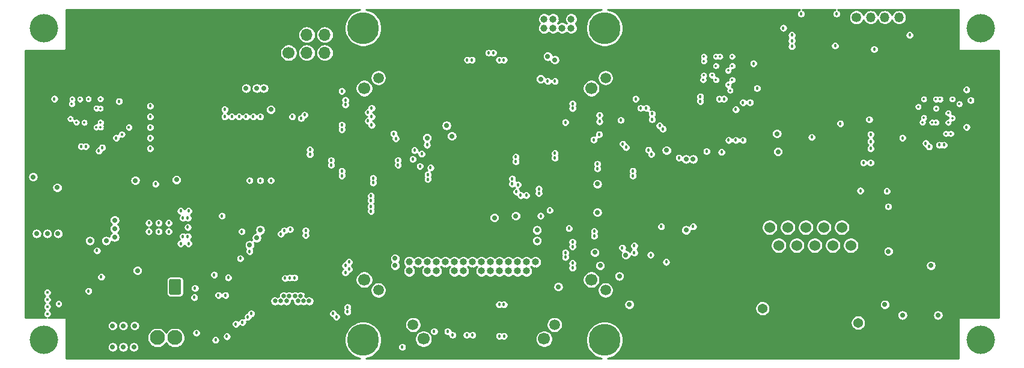
<source format=gbr>
G04 #@! TF.GenerationSoftware,KiCad,Pcbnew,5.1.0-unknown-9e240db~94~ubuntu18.04.1*
G04 #@! TF.CreationDate,2019-04-03T10:40:22+08:00*
G04 #@! TF.ProjectId,ovc3,6f766333-2e6b-4696-9361-645f70636258,rev?*
G04 #@! TF.SameCoordinates,Original*
G04 #@! TF.FileFunction,Copper,L5,Inr*
G04 #@! TF.FilePolarity,Positive*
%FSLAX46Y46*%
G04 Gerber Fmt 4.6, Leading zero omitted, Abs format (unit mm)*
G04 Created by KiCad (PCBNEW 5.1.0-unknown-9e240db~94~ubuntu18.04.1) date 2019-04-03 10:40:22*
%MOMM*%
%LPD*%
G04 APERTURE LIST*
%ADD10O,1.700000X1.700000*%
%ADD11C,1.700000*%
%ADD12C,4.500000*%
%ADD13C,1.500000*%
%ADD14O,1.000000X1.000000*%
%ADD15C,1.000000*%
%ADD16C,0.600000*%
%ADD17O,1.350000X1.350000*%
%ADD18C,1.350000*%
%ADD19C,2.500000*%
%ADD20C,2.100000*%
%ADD21O,1.700000X2.200000*%
%ADD22C,0.100000*%
%ADD23C,1.524000*%
%ADD24C,3.600000*%
%ADD25C,2.200000*%
%ADD26C,1.371600*%
%ADD27C,0.650000*%
%ADD28C,1.400000*%
%ADD29C,4.000000*%
%ADD30C,0.457200*%
%ADD31C,0.355600*%
%ADD32C,0.711200*%
%ADD33C,0.406400*%
%ADD34C,0.254000*%
G04 APERTURE END LIST*
D10*
X121580000Y-73960000D03*
X121580000Y-76500000D03*
X119040000Y-73960000D03*
X119040000Y-76500000D03*
X116500000Y-73960000D03*
D11*
X116500000Y-76500000D03*
D12*
X161000000Y-117000000D03*
X127000000Y-117000000D03*
X127000000Y-73000000D03*
X161000000Y-73000000D03*
D11*
X159150000Y-108500000D03*
D13*
X161150000Y-80025000D03*
X161150000Y-109975000D03*
D11*
X159150000Y-81500000D03*
D13*
X129150000Y-80025000D03*
D11*
X127150000Y-81500000D03*
X127150000Y-108500000D03*
D13*
X129150000Y-109975000D03*
D11*
X152500000Y-116850000D03*
X135500000Y-116850000D03*
D13*
X153975000Y-114850000D03*
X134025000Y-114850000D03*
D14*
X156310000Y-71730000D03*
X156310000Y-73000000D03*
X155040000Y-71730000D03*
X155040000Y-73000000D03*
X153770000Y-71730000D03*
X153770000Y-73000000D03*
X152500000Y-71730000D03*
D15*
X152500000Y-73000000D03*
D14*
X151280000Y-107270000D03*
X151280000Y-106000000D03*
X150010000Y-107270000D03*
X150010000Y-106000000D03*
X148740000Y-107270000D03*
X148740000Y-106000000D03*
X147470000Y-107270000D03*
X147470000Y-106000000D03*
X146200000Y-107270000D03*
X146200000Y-106000000D03*
X144930000Y-107270000D03*
X144930000Y-106000000D03*
X143660000Y-107270000D03*
X143660000Y-106000000D03*
X142390000Y-107270000D03*
X142390000Y-106000000D03*
X141120000Y-107270000D03*
X141120000Y-106000000D03*
X139850000Y-107270000D03*
X139850000Y-106000000D03*
X138580000Y-107270000D03*
X138580000Y-106000000D03*
X137310000Y-107270000D03*
X137310000Y-106000000D03*
X136040000Y-107270000D03*
X136040000Y-106000000D03*
X134770000Y-107270000D03*
X134770000Y-106000000D03*
X133500000Y-107270000D03*
D15*
X133500000Y-106000000D03*
D16*
X86600000Y-106950000D03*
X86600000Y-107850000D03*
X87900000Y-107850000D03*
X87900000Y-106950000D03*
X85400000Y-106950000D03*
X84300000Y-106950000D03*
D17*
X204500000Y-71500000D03*
X202500000Y-71500000D03*
X200500000Y-71500000D03*
X198500000Y-71500000D03*
D18*
X196500000Y-71500000D03*
D19*
X208000000Y-95000000D03*
X208000000Y-75000000D03*
D20*
X98000000Y-116680000D03*
X100500000Y-116680000D03*
D21*
X98000000Y-109500000D03*
D22*
G36*
X101124504Y-108401204D02*
G01*
X101148773Y-108404804D01*
X101172571Y-108410765D01*
X101195671Y-108419030D01*
X101217849Y-108429520D01*
X101238893Y-108442133D01*
X101258598Y-108456747D01*
X101276777Y-108473223D01*
X101293253Y-108491402D01*
X101307867Y-108511107D01*
X101320480Y-108532151D01*
X101330970Y-108554329D01*
X101339235Y-108577429D01*
X101345196Y-108601227D01*
X101348796Y-108625496D01*
X101350000Y-108650000D01*
X101350000Y-110350000D01*
X101348796Y-110374504D01*
X101345196Y-110398773D01*
X101339235Y-110422571D01*
X101330970Y-110445671D01*
X101320480Y-110467849D01*
X101307867Y-110488893D01*
X101293253Y-110508598D01*
X101276777Y-110526777D01*
X101258598Y-110543253D01*
X101238893Y-110557867D01*
X101217849Y-110570480D01*
X101195671Y-110580970D01*
X101172571Y-110589235D01*
X101148773Y-110595196D01*
X101124504Y-110598796D01*
X101100000Y-110600000D01*
X99900000Y-110600000D01*
X99875496Y-110598796D01*
X99851227Y-110595196D01*
X99827429Y-110589235D01*
X99804329Y-110580970D01*
X99782151Y-110570480D01*
X99761107Y-110557867D01*
X99741402Y-110543253D01*
X99723223Y-110526777D01*
X99706747Y-110508598D01*
X99692133Y-110488893D01*
X99679520Y-110467849D01*
X99669030Y-110445671D01*
X99660765Y-110422571D01*
X99654804Y-110398773D01*
X99651204Y-110374504D01*
X99650000Y-110350000D01*
X99650000Y-108650000D01*
X99651204Y-108625496D01*
X99654804Y-108601227D01*
X99660765Y-108577429D01*
X99669030Y-108554329D01*
X99679520Y-108532151D01*
X99692133Y-108511107D01*
X99706747Y-108491402D01*
X99723223Y-108473223D01*
X99741402Y-108456747D01*
X99761107Y-108442133D01*
X99782151Y-108429520D01*
X99804329Y-108419030D01*
X99827429Y-108410765D01*
X99851227Y-108404804D01*
X99875496Y-108401204D01*
X99900000Y-108400000D01*
X101100000Y-108400000D01*
X101124504Y-108401204D01*
X101124504Y-108401204D01*
G37*
D11*
X100500000Y-109500000D03*
D23*
X184285000Y-101110000D03*
X185555000Y-103650000D03*
X186825000Y-101110000D03*
X188095000Y-103650000D03*
X189365000Y-101110000D03*
X190635000Y-103650000D03*
X191905000Y-101110000D03*
X193175000Y-103650000D03*
X194445000Y-101110000D03*
X195715000Y-103650000D03*
D24*
X184285000Y-110000000D03*
X195715000Y-110000000D03*
D25*
X182125000Y-106950000D03*
X197875000Y-106950000D03*
D26*
X183275000Y-112540000D03*
X183275000Y-114570000D03*
X196725000Y-114570000D03*
X196725000Y-112540000D03*
D19*
X187000000Y-79000000D03*
X167000000Y-79000000D03*
X88000000Y-75000000D03*
X88000000Y-95000000D03*
D27*
X119000000Y-110790000D03*
X115000000Y-110790000D03*
X114600000Y-111490000D03*
X115400000Y-111490000D03*
X116200000Y-111490000D03*
X117800000Y-111490000D03*
X118600000Y-111490000D03*
X119400000Y-111490000D03*
X114200000Y-110790000D03*
X115800000Y-110790000D03*
X116600000Y-110790000D03*
X117400000Y-110790000D03*
X118200000Y-110790000D03*
X119800000Y-110790000D03*
D28*
X112730000Y-116670000D03*
X121270000Y-116670000D03*
X121270000Y-111940000D03*
X112730000Y-111940000D03*
D29*
X214000000Y-73000000D03*
X82000000Y-73000000D03*
X82000000Y-117000000D03*
X214000000Y-117000000D03*
D30*
X105500000Y-113500000D03*
X106500000Y-113500000D03*
X105500000Y-114500000D03*
X106500000Y-114500000D03*
D31*
X207720000Y-85010000D03*
D32*
X170000000Y-101500000D03*
X168000000Y-107000000D03*
X192500000Y-105500000D03*
D31*
X206100000Y-87800000D03*
X205300000Y-85600000D03*
X208850000Y-83020000D03*
X206570000Y-84340000D03*
X206575000Y-86975000D03*
D32*
X160000000Y-100700000D03*
D30*
X168750000Y-98750000D03*
X177500000Y-98750000D03*
D31*
X210500020Y-87900000D03*
X206575001Y-85660000D03*
X207699996Y-82200004D03*
D30*
X208800000Y-80500000D03*
D31*
X206580000Y-83020000D03*
X211000000Y-82800000D03*
D30*
X210200000Y-80600000D03*
D31*
X209300000Y-82000000D03*
D30*
X203500000Y-86100000D03*
X204300000Y-87500000D03*
X196100000Y-97900000D03*
X200800000Y-97000000D03*
X196500000Y-92500000D03*
X190900000Y-85200000D03*
X191000000Y-91900000D03*
X175000000Y-92500000D03*
D32*
X188500000Y-86900000D03*
D31*
X176710000Y-79000000D03*
X175570000Y-78340000D03*
X175580000Y-79650000D03*
X176140000Y-77020000D03*
X177860000Y-77020000D03*
X179700000Y-81700000D03*
X174200000Y-79500000D03*
X177000000Y-76100000D03*
D30*
X175300000Y-75400000D03*
X174300000Y-75500000D03*
X173300000Y-75500000D03*
X173200000Y-79500000D03*
X172400000Y-81300000D03*
X180800000Y-79400000D03*
D31*
X176140000Y-80320000D03*
X174910000Y-81690000D03*
X179800000Y-78300000D03*
D30*
X168200000Y-91900000D03*
D32*
X188000000Y-91900000D03*
D30*
X194215022Y-85515000D03*
X197300000Y-85900000D03*
X160600000Y-94200000D03*
X159400000Y-94200000D03*
X160000000Y-89300000D03*
X191200000Y-71000000D03*
X190100000Y-74300000D03*
D33*
X87000000Y-110300000D03*
X87000000Y-111300000D03*
X87000000Y-112300000D03*
X87000000Y-113300000D03*
X82700000Y-103000000D03*
X81700000Y-103000000D03*
X81700000Y-104000000D03*
X81700000Y-105000000D03*
X81700000Y-106000000D03*
X81700000Y-107000000D03*
D30*
X160000000Y-91500000D03*
D32*
X146250000Y-101250000D03*
X145500000Y-87750000D03*
X145500000Y-89250000D03*
X145500000Y-90750000D03*
X145500000Y-92250000D03*
X145500000Y-93750000D03*
X145500000Y-94750000D03*
X139000000Y-96250000D03*
X139000000Y-94750000D03*
X139000000Y-93250000D03*
X139000000Y-92250000D03*
D30*
X155250000Y-99500000D03*
D32*
X159750000Y-105750000D03*
X150250000Y-112500000D03*
X150250000Y-116250000D03*
X144250000Y-116000000D03*
X128000000Y-87750000D03*
X128000000Y-90250000D03*
X128000000Y-99953900D03*
X82000000Y-94000000D03*
X83500000Y-100500000D03*
D30*
X90750000Y-112200000D03*
X91850000Y-112200000D03*
X92950000Y-112200000D03*
X94050000Y-112200000D03*
X95150000Y-112200000D03*
X95150000Y-113200000D03*
X94050000Y-113200000D03*
X92950000Y-113200000D03*
X91850000Y-113200000D03*
X90750000Y-113200000D03*
X93250000Y-95000000D03*
X105300000Y-110900000D03*
X104200000Y-111100000D03*
X103700000Y-111600000D03*
X105500000Y-118800000D03*
D31*
X86550000Y-85000000D03*
X85999072Y-85049104D03*
X86554855Y-86955602D03*
X87700000Y-85025000D03*
X88850000Y-83025000D03*
X92200000Y-87025000D03*
X90575000Y-87050000D03*
X88275000Y-86325000D03*
D32*
X91400000Y-107000000D03*
D31*
X210000000Y-84300000D03*
D30*
X131200000Y-97700000D03*
X193100000Y-77900000D03*
X197315000Y-75185000D03*
D32*
X165000000Y-118000000D03*
X164500000Y-71000000D03*
X167500000Y-71000000D03*
X124600000Y-102900000D03*
X131500000Y-95000000D03*
D30*
X89200000Y-97200000D03*
X92000000Y-98500000D03*
X91000000Y-97000000D03*
X92000000Y-95500000D03*
X85000000Y-97000000D03*
X86800000Y-97200000D03*
X91000000Y-89000000D03*
D31*
X90610000Y-84350000D03*
X87720000Y-83030000D03*
X86570000Y-83020000D03*
X86580000Y-83680000D03*
D30*
X106500000Y-96500000D03*
X104500000Y-96500000D03*
X104500000Y-95500000D03*
X105500000Y-95500000D03*
X104500000Y-97500000D03*
X107500000Y-97500000D03*
X106000000Y-97500000D03*
D32*
X128000000Y-93000000D03*
X156500000Y-108500000D03*
X148000000Y-102500000D03*
X138000000Y-85750000D03*
X154500000Y-79000000D03*
X102700000Y-81600000D03*
X101200000Y-81600000D03*
X107100000Y-81600000D03*
X108400000Y-81600000D03*
X114700000Y-83500000D03*
X117000000Y-82000000D03*
X104500000Y-84500000D03*
D30*
X144200000Y-80100000D03*
X142800000Y-80100000D03*
X145700000Y-80100000D03*
X147300000Y-80100000D03*
X148300000Y-80100000D03*
D32*
X124500000Y-85250000D03*
D30*
X141000000Y-80000000D03*
D32*
X138500000Y-80500000D03*
X139000000Y-97500000D03*
X144500000Y-112500000D03*
X143000000Y-112500000D03*
X140000000Y-112000000D03*
X147700000Y-116000000D03*
X145300000Y-116000000D03*
D30*
X156750000Y-102400000D03*
D32*
X208500000Y-115500000D03*
X203500000Y-115500000D03*
X163500000Y-111000000D03*
X140500000Y-116000000D03*
X178500000Y-117000000D03*
D30*
X119000000Y-103100000D03*
D32*
X124500000Y-97500000D03*
D30*
X105500000Y-96500000D03*
X106700000Y-100500000D03*
X104500000Y-117000000D03*
X108500000Y-117000000D03*
D32*
X87800000Y-115000000D03*
X89300000Y-115000000D03*
X86300000Y-115000000D03*
X87800000Y-118000000D03*
X89300000Y-118000000D03*
X86300000Y-118000000D03*
D30*
X190200000Y-90400000D03*
X159600000Y-86700000D03*
X159600000Y-85800000D03*
X117400000Y-101400000D03*
X109000000Y-108200000D03*
D32*
X177500000Y-101500000D03*
X113000000Y-100500000D03*
X138000000Y-116000000D03*
D30*
X111233487Y-113266513D03*
X110766513Y-113733487D03*
X110000000Y-114500000D03*
X123233487Y-113733487D03*
X122766513Y-113266513D03*
D32*
X112000000Y-102600000D03*
X111000000Y-103600000D03*
X112500000Y-101500000D03*
D30*
X116000000Y-108300000D03*
X109050000Y-114750000D03*
D32*
X84000000Y-102000000D03*
X82500000Y-102000000D03*
X81000000Y-102000000D03*
X90800000Y-103000000D03*
X88500000Y-103000000D03*
X92000000Y-102500000D03*
X92000000Y-100100000D03*
X172500000Y-101500000D03*
X160399992Y-106500000D03*
X163099990Y-108000000D03*
X185450000Y-90450000D03*
X172500000Y-91500000D03*
X173500000Y-91500000D03*
D30*
X124500000Y-107500000D03*
X125000000Y-107000000D03*
X124500000Y-106500000D03*
X125000000Y-106000000D03*
X156000000Y-101250000D03*
X97750000Y-95000000D03*
X106200000Y-117000000D03*
X88300000Y-110100000D03*
D32*
X151500000Y-101500000D03*
X139500000Y-88250000D03*
X112000000Y-81500000D03*
X110500000Y-81500000D03*
D30*
X114000000Y-94500000D03*
X112500000Y-94500000D03*
X111000000Y-94500000D03*
D32*
X151500000Y-103000000D03*
X152000000Y-80200000D03*
X201000000Y-104500000D03*
X93200000Y-115000000D03*
X91700000Y-115000000D03*
X94800000Y-115000000D03*
X93200000Y-118000000D03*
X94700000Y-118000000D03*
X91700000Y-118000000D03*
X92000000Y-101300000D03*
D30*
X190200000Y-88400000D03*
X163500000Y-104000000D03*
X132500000Y-118000000D03*
X107800000Y-116500000D03*
X111000000Y-104500000D03*
X109900000Y-101700000D03*
X109700000Y-105500000D03*
X103200000Y-111000000D03*
X107100000Y-99500000D03*
X106000000Y-107800000D03*
X103300000Y-109700000D03*
X101600000Y-99800000D03*
X101600000Y-102400000D03*
X102300000Y-102400000D03*
X102300000Y-101100000D03*
X102300000Y-99800000D03*
X96800000Y-100500000D03*
X96800000Y-101700000D03*
X98200000Y-100500000D03*
X99600000Y-100500000D03*
X99600000Y-101700000D03*
X98200000Y-101700000D03*
X101300000Y-98800000D03*
X101300000Y-103400000D03*
X102400000Y-103400000D03*
X102400000Y-98800000D03*
X138900000Y-115800000D03*
X137000000Y-115800000D03*
D31*
X205800000Y-86300000D03*
X209425000Y-85000000D03*
D32*
X160000000Y-99000000D03*
D31*
X209799995Y-87899995D03*
D30*
X200800000Y-96000000D03*
D31*
X174910000Y-80310000D03*
X179000000Y-80320000D03*
X178700000Y-81800000D03*
X178420000Y-79000000D03*
D32*
X160000000Y-95000000D03*
D30*
X194214990Y-86485000D03*
X198300000Y-85900000D03*
X193700000Y-71000000D03*
X177500000Y-90500000D03*
D32*
X148500000Y-99500000D03*
D31*
X89425000Y-84325000D03*
X90000000Y-86300000D03*
X90023095Y-86997684D03*
X86600000Y-86300000D03*
X209999104Y-85699072D03*
D30*
X175400000Y-90400000D03*
D32*
X153000000Y-77000000D03*
X113000000Y-81500000D03*
X136000000Y-88500000D03*
X131500000Y-106500000D03*
X83900000Y-95500000D03*
D30*
X89500000Y-104400000D03*
D32*
X159644418Y-104644334D03*
D30*
X169000000Y-101000000D03*
X173500000Y-101000000D03*
X167500000Y-105000000D03*
X165200000Y-104700000D03*
X165199982Y-103700000D03*
X169700000Y-106000000D03*
X155500000Y-104669800D03*
X156500000Y-106830200D03*
X156500000Y-103169800D03*
X156500000Y-106169800D03*
X159553991Y-101669800D03*
X159553991Y-102330200D03*
X155500000Y-105330200D03*
X156500000Y-103830200D03*
X124800000Y-112369800D03*
X116669800Y-108219598D03*
X124800000Y-113030200D03*
X117330200Y-108219598D03*
X128400000Y-94169800D03*
X87930200Y-89700000D03*
X128400000Y-94830200D03*
X87269800Y-89700000D03*
X124000000Y-93169800D03*
X90233487Y-89866513D03*
X124000000Y-93830200D03*
X89766513Y-90333487D03*
X165000000Y-93830200D03*
X206733487Y-89733487D03*
X165000000Y-93169800D03*
X206266513Y-89266513D03*
X208830200Y-89500000D03*
X163566513Y-89366513D03*
X208169800Y-89500000D03*
X164033487Y-89833487D03*
X169233487Y-87233487D03*
X174500000Y-83330200D03*
X168766513Y-86766513D03*
X174500000Y-82669800D03*
X156500000Y-84330200D03*
X177830200Y-83000000D03*
X156500000Y-83669800D03*
X177169800Y-83000000D03*
D32*
X80500000Y-94000000D03*
D31*
X89975000Y-83000000D03*
X85950000Y-83700000D03*
X86015000Y-83015000D03*
X205200000Y-84100000D03*
X206000000Y-83020000D03*
X210000000Y-83020000D03*
D30*
X212000000Y-81700000D03*
D31*
X175000000Y-77680000D03*
X175010000Y-77020000D03*
X178990000Y-77020000D03*
D32*
X185300000Y-87900000D03*
D30*
X146838408Y-116446009D03*
X115882865Y-101574147D03*
X146178008Y-116446009D03*
X115415891Y-102041121D03*
X146169800Y-112000000D03*
X118900000Y-102230200D03*
X146830200Y-112000000D03*
X118900000Y-101569800D03*
D32*
X95200000Y-107200000D03*
X94900000Y-94500000D03*
X100700000Y-94400000D03*
D31*
X207700000Y-86300000D03*
X208300000Y-83050000D03*
X206004445Y-85650427D03*
X207700000Y-83050000D03*
X209430000Y-86330000D03*
D32*
X164000000Y-105000000D03*
D31*
X209099996Y-87900000D03*
X211000000Y-83700000D03*
D30*
X197050000Y-95950000D03*
X200985000Y-98185000D03*
X171500000Y-91300000D03*
D31*
X178420000Y-80980000D03*
X176720000Y-80320000D03*
X174990000Y-79670000D03*
X176710000Y-77020000D03*
X177290000Y-77020000D03*
X179000000Y-78340000D03*
D30*
X188700000Y-71000000D03*
D33*
X82500000Y-113300000D03*
X82500000Y-112300000D03*
X82500000Y-111300000D03*
X82500000Y-110300000D03*
D32*
X145500000Y-99750000D03*
X138750000Y-86750000D03*
D31*
X88300000Y-83000000D03*
X87127728Y-83046912D03*
X89400000Y-87000000D03*
X87725000Y-86325000D03*
X85739576Y-85801167D03*
D30*
X199000000Y-76000000D03*
D33*
X84100000Y-111900000D03*
D30*
X90100000Y-108100000D03*
D31*
X89990000Y-84350000D03*
D32*
X154000000Y-77500000D03*
X114000000Y-84500000D03*
X131500000Y-105500000D03*
X169750000Y-90250000D03*
D30*
X136000000Y-89500000D03*
X153000000Y-80500000D03*
X154000000Y-80500000D03*
X134250000Y-90250000D03*
X135250000Y-90750000D03*
X134000000Y-91500000D03*
X135000000Y-92500000D03*
X136500000Y-92700000D03*
X136100000Y-93669800D03*
X136100000Y-94330200D03*
X131900000Y-91669800D03*
X131900000Y-92330200D03*
X128100000Y-96669800D03*
X128100000Y-97330200D03*
X128100000Y-98169800D03*
X128100000Y-98830200D03*
X152000000Y-99500000D03*
X153300000Y-98700000D03*
X150000000Y-96600000D03*
X149200000Y-96600000D03*
X148600000Y-96100000D03*
X148800000Y-95100000D03*
X148000000Y-95000000D03*
X148000000Y-94250000D03*
X151750000Y-96304800D03*
X151750000Y-95695200D03*
X148500000Y-91830200D03*
X148500000Y-91169800D03*
X160000000Y-92830200D03*
X160000000Y-92169800D03*
X154000000Y-91330200D03*
X154000000Y-90669800D03*
D33*
X94000000Y-87000000D03*
D30*
X97000000Y-87000000D03*
D33*
X93000000Y-88000000D03*
D30*
X97000000Y-88500000D03*
D31*
X207150000Y-86310000D03*
D30*
X198500000Y-92000000D03*
D31*
X207720000Y-84340000D03*
D30*
X197500000Y-92000000D03*
D31*
X176140000Y-79660000D03*
X176710000Y-78340000D03*
D30*
X166900000Y-84300000D03*
X187400000Y-74000000D03*
X166100000Y-84300000D03*
X186200000Y-73000000D03*
X212020000Y-86980000D03*
X198500000Y-88000000D03*
X179500000Y-88823273D03*
X180500000Y-83500000D03*
X92600000Y-83350000D03*
X97000000Y-85500000D03*
X92200000Y-88500000D03*
X97000000Y-90000000D03*
X83500000Y-83000000D03*
X97000000Y-84000000D03*
X203000000Y-88500000D03*
X198500000Y-90000000D03*
X212600000Y-83200000D03*
X198500000Y-89000000D03*
X178500000Y-88823311D03*
X179500000Y-84500000D03*
X182500000Y-81500000D03*
X180500000Y-88823263D03*
X181500000Y-83500000D03*
X182000000Y-78000000D03*
X167200000Y-90200000D03*
X160250000Y-88000000D03*
X167600000Y-90800000D03*
X159500000Y-88750000D03*
X167700008Y-85100000D03*
X187400000Y-74800000D03*
X167700000Y-85900000D03*
X187400000Y-75600000D03*
X165400000Y-83000000D03*
X193500000Y-75500000D03*
X204000000Y-74000000D03*
D32*
X207000000Y-106500000D03*
X154500000Y-109500000D03*
X203000000Y-113500000D03*
D30*
X107600000Y-110700000D03*
X160300000Y-85300000D03*
X106600000Y-110700000D03*
X160300000Y-86200000D03*
X108000000Y-108200000D03*
X116700000Y-101400000D03*
X163300000Y-86000000D03*
X155500000Y-86300000D03*
D32*
X164500000Y-112000000D03*
X200500000Y-112000000D03*
D30*
X117000000Y-85500000D03*
X112500000Y-85500000D03*
X111500000Y-85500000D03*
X110500000Y-85500000D03*
X109500000Y-85500000D03*
X108500000Y-85500000D03*
X107500000Y-85500000D03*
X107500000Y-84500000D03*
X124000000Y-86669800D03*
X124000000Y-87330200D03*
X118266513Y-85733487D03*
X118733487Y-85266513D03*
X119500000Y-90169800D03*
X119500000Y-90830200D03*
X122500000Y-91669800D03*
X122500000Y-92330200D03*
X124000000Y-81900000D03*
X127700000Y-84900000D03*
X128200000Y-84300000D03*
X128200000Y-85500000D03*
X127700000Y-86100000D03*
X128200000Y-86700000D03*
X131300000Y-87900000D03*
X131600000Y-88600000D03*
X146830200Y-77500000D03*
X146169800Y-77500000D03*
X145330200Y-76500000D03*
X144669800Y-76500000D03*
X124500000Y-83169800D03*
X124500000Y-83830200D03*
X142330200Y-77500000D03*
X141669800Y-77500000D03*
X141600000Y-116300000D03*
X142400000Y-116300000D03*
D32*
X208000000Y-113500000D03*
D30*
X139600000Y-116300000D03*
X103500000Y-116000000D03*
D34*
G36*
X126232566Y-70470108D02*
G01*
X125753754Y-70668438D01*
X125322835Y-70956369D01*
X124956369Y-71322835D01*
X124668438Y-71753754D01*
X124470108Y-72232566D01*
X124369000Y-72740869D01*
X124369000Y-73259131D01*
X124470108Y-73767434D01*
X124668438Y-74246246D01*
X124956369Y-74677165D01*
X125322835Y-75043631D01*
X125753754Y-75331562D01*
X126232566Y-75529892D01*
X126740869Y-75631000D01*
X127259131Y-75631000D01*
X127767434Y-75529892D01*
X128246246Y-75331562D01*
X128677165Y-75043631D01*
X129043631Y-74677165D01*
X129331562Y-74246246D01*
X129529892Y-73767434D01*
X129631000Y-73259131D01*
X129631000Y-72740869D01*
X129529892Y-72232566D01*
X129331562Y-71753754D01*
X129315691Y-71730000D01*
X151614738Y-71730000D01*
X151631748Y-71902706D01*
X151682125Y-72068775D01*
X151763932Y-72221825D01*
X151874025Y-72355975D01*
X151887249Y-72366828D01*
X151815682Y-72438395D01*
X151719268Y-72582690D01*
X151652856Y-72743022D01*
X151619000Y-72913229D01*
X151619000Y-73086771D01*
X151652856Y-73256978D01*
X151719268Y-73417310D01*
X151815682Y-73561605D01*
X151938395Y-73684318D01*
X152082690Y-73780732D01*
X152243022Y-73847144D01*
X152413229Y-73881000D01*
X152586771Y-73881000D01*
X152756978Y-73847144D01*
X152917310Y-73780732D01*
X153061605Y-73684318D01*
X153133172Y-73612751D01*
X153144025Y-73625975D01*
X153278175Y-73736068D01*
X153431225Y-73817875D01*
X153597294Y-73868252D01*
X153726727Y-73881000D01*
X153813273Y-73881000D01*
X153942706Y-73868252D01*
X154108775Y-73817875D01*
X154261825Y-73736068D01*
X154395975Y-73625975D01*
X154405000Y-73614978D01*
X154414025Y-73625975D01*
X154548175Y-73736068D01*
X154701225Y-73817875D01*
X154867294Y-73868252D01*
X154996727Y-73881000D01*
X155083273Y-73881000D01*
X155212706Y-73868252D01*
X155378775Y-73817875D01*
X155531825Y-73736068D01*
X155665975Y-73625975D01*
X155675000Y-73614978D01*
X155684025Y-73625975D01*
X155818175Y-73736068D01*
X155971225Y-73817875D01*
X156137294Y-73868252D01*
X156266727Y-73881000D01*
X156353273Y-73881000D01*
X156482706Y-73868252D01*
X156648775Y-73817875D01*
X156801825Y-73736068D01*
X156935975Y-73625975D01*
X157046068Y-73491825D01*
X157127875Y-73338775D01*
X157178252Y-73172706D01*
X157195262Y-73000000D01*
X157178252Y-72827294D01*
X157127875Y-72661225D01*
X157046068Y-72508175D01*
X156935975Y-72374025D01*
X156924978Y-72365000D01*
X156935975Y-72355975D01*
X157046068Y-72221825D01*
X157127875Y-72068775D01*
X157178252Y-71902706D01*
X157195262Y-71730000D01*
X157178252Y-71557294D01*
X157127875Y-71391225D01*
X157046068Y-71238175D01*
X156935975Y-71104025D01*
X156801825Y-70993932D01*
X156648775Y-70912125D01*
X156482706Y-70861748D01*
X156353273Y-70849000D01*
X156266727Y-70849000D01*
X156137294Y-70861748D01*
X155971225Y-70912125D01*
X155818175Y-70993932D01*
X155684025Y-71104025D01*
X155573932Y-71238175D01*
X155492125Y-71391225D01*
X155441748Y-71557294D01*
X155424738Y-71730000D01*
X155441748Y-71902706D01*
X155492125Y-72068775D01*
X155573932Y-72221825D01*
X155684025Y-72355975D01*
X155695022Y-72365000D01*
X155684025Y-72374025D01*
X155675000Y-72385022D01*
X155665975Y-72374025D01*
X155531825Y-72263932D01*
X155378775Y-72182125D01*
X155212706Y-72131748D01*
X155083273Y-72119000D01*
X154996727Y-72119000D01*
X154867294Y-72131748D01*
X154701225Y-72182125D01*
X154548175Y-72263932D01*
X154414025Y-72374025D01*
X154405000Y-72385022D01*
X154395975Y-72374025D01*
X154384978Y-72365000D01*
X154395975Y-72355975D01*
X154506068Y-72221825D01*
X154587875Y-72068775D01*
X154638252Y-71902706D01*
X154655262Y-71730000D01*
X154638252Y-71557294D01*
X154587875Y-71391225D01*
X154506068Y-71238175D01*
X154395975Y-71104025D01*
X154261825Y-70993932D01*
X154108775Y-70912125D01*
X153942706Y-70861748D01*
X153813273Y-70849000D01*
X153726727Y-70849000D01*
X153597294Y-70861748D01*
X153431225Y-70912125D01*
X153278175Y-70993932D01*
X153144025Y-71104025D01*
X153135000Y-71115022D01*
X153125975Y-71104025D01*
X152991825Y-70993932D01*
X152838775Y-70912125D01*
X152672706Y-70861748D01*
X152543273Y-70849000D01*
X152456727Y-70849000D01*
X152327294Y-70861748D01*
X152161225Y-70912125D01*
X152008175Y-70993932D01*
X151874025Y-71104025D01*
X151763932Y-71238175D01*
X151682125Y-71391225D01*
X151631748Y-71557294D01*
X151614738Y-71730000D01*
X129315691Y-71730000D01*
X129043631Y-71322835D01*
X128677165Y-70956369D01*
X128246246Y-70668438D01*
X127767434Y-70470108D01*
X127445142Y-70406000D01*
X160554858Y-70406000D01*
X160232566Y-70470108D01*
X159753754Y-70668438D01*
X159322835Y-70956369D01*
X158956369Y-71322835D01*
X158668438Y-71753754D01*
X158470108Y-72232566D01*
X158369000Y-72740869D01*
X158369000Y-73259131D01*
X158470108Y-73767434D01*
X158668438Y-74246246D01*
X158956369Y-74677165D01*
X159322835Y-75043631D01*
X159753754Y-75331562D01*
X160232566Y-75529892D01*
X160740869Y-75631000D01*
X161259131Y-75631000D01*
X161767434Y-75529892D01*
X162246246Y-75331562D01*
X162677165Y-75043631D01*
X163043631Y-74677165D01*
X163331562Y-74246246D01*
X163458429Y-73939960D01*
X186790400Y-73939960D01*
X186790400Y-74060040D01*
X186813826Y-74177814D01*
X186859779Y-74288754D01*
X186926492Y-74388598D01*
X186937894Y-74400000D01*
X186926492Y-74411402D01*
X186859779Y-74511246D01*
X186813826Y-74622186D01*
X186790400Y-74739960D01*
X186790400Y-74860040D01*
X186813826Y-74977814D01*
X186859779Y-75088754D01*
X186926492Y-75188598D01*
X186937894Y-75200000D01*
X186926492Y-75211402D01*
X186859779Y-75311246D01*
X186813826Y-75422186D01*
X186790400Y-75539960D01*
X186790400Y-75660040D01*
X186813826Y-75777814D01*
X186859779Y-75888754D01*
X186926492Y-75988598D01*
X187011402Y-76073508D01*
X187111246Y-76140221D01*
X187222186Y-76186174D01*
X187339960Y-76209600D01*
X187460040Y-76209600D01*
X187577814Y-76186174D01*
X187688754Y-76140221D01*
X187788598Y-76073508D01*
X187873508Y-75988598D01*
X187940221Y-75888754D01*
X187986174Y-75777814D01*
X188009600Y-75660040D01*
X188009600Y-75539960D01*
X187989710Y-75439960D01*
X192890400Y-75439960D01*
X192890400Y-75560040D01*
X192913826Y-75677814D01*
X192959779Y-75788754D01*
X193026492Y-75888598D01*
X193111402Y-75973508D01*
X193211246Y-76040221D01*
X193322186Y-76086174D01*
X193439960Y-76109600D01*
X193560040Y-76109600D01*
X193677814Y-76086174D01*
X193788754Y-76040221D01*
X193888598Y-75973508D01*
X193922146Y-75939960D01*
X198390400Y-75939960D01*
X198390400Y-76060040D01*
X198413826Y-76177814D01*
X198459779Y-76288754D01*
X198526492Y-76388598D01*
X198611402Y-76473508D01*
X198711246Y-76540221D01*
X198822186Y-76586174D01*
X198939960Y-76609600D01*
X199060040Y-76609600D01*
X199177814Y-76586174D01*
X199288754Y-76540221D01*
X199388598Y-76473508D01*
X199473508Y-76388598D01*
X199540221Y-76288754D01*
X199586174Y-76177814D01*
X199609600Y-76060040D01*
X199609600Y-75939960D01*
X199586174Y-75822186D01*
X199540221Y-75711246D01*
X199473508Y-75611402D01*
X199388598Y-75526492D01*
X199288754Y-75459779D01*
X199177814Y-75413826D01*
X199060040Y-75390400D01*
X198939960Y-75390400D01*
X198822186Y-75413826D01*
X198711246Y-75459779D01*
X198611402Y-75526492D01*
X198526492Y-75611402D01*
X198459779Y-75711246D01*
X198413826Y-75822186D01*
X198390400Y-75939960D01*
X193922146Y-75939960D01*
X193973508Y-75888598D01*
X194040221Y-75788754D01*
X194086174Y-75677814D01*
X194109600Y-75560040D01*
X194109600Y-75439960D01*
X194086174Y-75322186D01*
X194040221Y-75211246D01*
X193973508Y-75111402D01*
X193888598Y-75026492D01*
X193788754Y-74959779D01*
X193677814Y-74913826D01*
X193560040Y-74890400D01*
X193439960Y-74890400D01*
X193322186Y-74913826D01*
X193211246Y-74959779D01*
X193111402Y-75026492D01*
X193026492Y-75111402D01*
X192959779Y-75211246D01*
X192913826Y-75322186D01*
X192890400Y-75439960D01*
X187989710Y-75439960D01*
X187986174Y-75422186D01*
X187940221Y-75311246D01*
X187873508Y-75211402D01*
X187862106Y-75200000D01*
X187873508Y-75188598D01*
X187940221Y-75088754D01*
X187986174Y-74977814D01*
X188009600Y-74860040D01*
X188009600Y-74739960D01*
X187986174Y-74622186D01*
X187940221Y-74511246D01*
X187873508Y-74411402D01*
X187862106Y-74400000D01*
X187873508Y-74388598D01*
X187940221Y-74288754D01*
X187986174Y-74177814D01*
X188009600Y-74060040D01*
X188009600Y-73939960D01*
X203390400Y-73939960D01*
X203390400Y-74060040D01*
X203413826Y-74177814D01*
X203459779Y-74288754D01*
X203526492Y-74388598D01*
X203611402Y-74473508D01*
X203711246Y-74540221D01*
X203822186Y-74586174D01*
X203939960Y-74609600D01*
X204060040Y-74609600D01*
X204177814Y-74586174D01*
X204288754Y-74540221D01*
X204388598Y-74473508D01*
X204473508Y-74388598D01*
X204540221Y-74288754D01*
X204586174Y-74177814D01*
X204609600Y-74060040D01*
X204609600Y-73939960D01*
X204586174Y-73822186D01*
X204540221Y-73711246D01*
X204473508Y-73611402D01*
X204388598Y-73526492D01*
X204288754Y-73459779D01*
X204177814Y-73413826D01*
X204060040Y-73390400D01*
X203939960Y-73390400D01*
X203822186Y-73413826D01*
X203711246Y-73459779D01*
X203611402Y-73526492D01*
X203526492Y-73611402D01*
X203459779Y-73711246D01*
X203413826Y-73822186D01*
X203390400Y-73939960D01*
X188009600Y-73939960D01*
X187986174Y-73822186D01*
X187940221Y-73711246D01*
X187873508Y-73611402D01*
X187788598Y-73526492D01*
X187688754Y-73459779D01*
X187577814Y-73413826D01*
X187460040Y-73390400D01*
X187339960Y-73390400D01*
X187222186Y-73413826D01*
X187111246Y-73459779D01*
X187011402Y-73526492D01*
X186926492Y-73611402D01*
X186859779Y-73711246D01*
X186813826Y-73822186D01*
X186790400Y-73939960D01*
X163458429Y-73939960D01*
X163529892Y-73767434D01*
X163631000Y-73259131D01*
X163631000Y-72939960D01*
X185590400Y-72939960D01*
X185590400Y-73060040D01*
X185613826Y-73177814D01*
X185659779Y-73288754D01*
X185726492Y-73388598D01*
X185811402Y-73473508D01*
X185911246Y-73540221D01*
X186022186Y-73586174D01*
X186139960Y-73609600D01*
X186260040Y-73609600D01*
X186377814Y-73586174D01*
X186488754Y-73540221D01*
X186588598Y-73473508D01*
X186673508Y-73388598D01*
X186740221Y-73288754D01*
X186786174Y-73177814D01*
X186809600Y-73060040D01*
X186809600Y-72939960D01*
X186786174Y-72822186D01*
X186740221Y-72711246D01*
X186673508Y-72611402D01*
X186588598Y-72526492D01*
X186488754Y-72459779D01*
X186377814Y-72413826D01*
X186260040Y-72390400D01*
X186139960Y-72390400D01*
X186022186Y-72413826D01*
X185911246Y-72459779D01*
X185811402Y-72526492D01*
X185726492Y-72611402D01*
X185659779Y-72711246D01*
X185613826Y-72822186D01*
X185590400Y-72939960D01*
X163631000Y-72939960D01*
X163631000Y-72740869D01*
X163529892Y-72232566D01*
X163331562Y-71753754D01*
X163043631Y-71322835D01*
X162677165Y-70956369D01*
X162246246Y-70668438D01*
X161767434Y-70470108D01*
X161445142Y-70406000D01*
X188561531Y-70406000D01*
X188522186Y-70413826D01*
X188411246Y-70459779D01*
X188311402Y-70526492D01*
X188226492Y-70611402D01*
X188159779Y-70711246D01*
X188113826Y-70822186D01*
X188090400Y-70939960D01*
X188090400Y-71060040D01*
X188113826Y-71177814D01*
X188159779Y-71288754D01*
X188226492Y-71388598D01*
X188311402Y-71473508D01*
X188411246Y-71540221D01*
X188522186Y-71586174D01*
X188639960Y-71609600D01*
X188760040Y-71609600D01*
X188877814Y-71586174D01*
X188988754Y-71540221D01*
X189088598Y-71473508D01*
X189173508Y-71388598D01*
X189240221Y-71288754D01*
X189286174Y-71177814D01*
X189309600Y-71060040D01*
X189309600Y-70939960D01*
X189286174Y-70822186D01*
X189240221Y-70711246D01*
X189173508Y-70611402D01*
X189088598Y-70526492D01*
X188988754Y-70459779D01*
X188877814Y-70413826D01*
X188838469Y-70406000D01*
X193561531Y-70406000D01*
X193522186Y-70413826D01*
X193411246Y-70459779D01*
X193311402Y-70526492D01*
X193226492Y-70611402D01*
X193159779Y-70711246D01*
X193113826Y-70822186D01*
X193090400Y-70939960D01*
X193090400Y-71060040D01*
X193113826Y-71177814D01*
X193159779Y-71288754D01*
X193226492Y-71388598D01*
X193311402Y-71473508D01*
X193411246Y-71540221D01*
X193522186Y-71586174D01*
X193639960Y-71609600D01*
X193760040Y-71609600D01*
X193877814Y-71586174D01*
X193988754Y-71540221D01*
X194088598Y-71473508D01*
X194166113Y-71395993D01*
X195444000Y-71395993D01*
X195444000Y-71604007D01*
X195484581Y-71808024D01*
X195564185Y-72000204D01*
X195679751Y-72173161D01*
X195826839Y-72320249D01*
X195999796Y-72435815D01*
X196191976Y-72515419D01*
X196395993Y-72556000D01*
X196604007Y-72556000D01*
X196808024Y-72515419D01*
X197000204Y-72435815D01*
X197173161Y-72320249D01*
X197320249Y-72173161D01*
X197435815Y-72000204D01*
X197500700Y-71843558D01*
X197519663Y-71906069D01*
X197617720Y-72089521D01*
X197749683Y-72250317D01*
X197910479Y-72382280D01*
X198093931Y-72480337D01*
X198292988Y-72540720D01*
X198448128Y-72556000D01*
X198551872Y-72556000D01*
X198707012Y-72540720D01*
X198906069Y-72480337D01*
X199089521Y-72382280D01*
X199250317Y-72250317D01*
X199382280Y-72089521D01*
X199480337Y-71906069D01*
X199500000Y-71841248D01*
X199519663Y-71906069D01*
X199617720Y-72089521D01*
X199749683Y-72250317D01*
X199910479Y-72382280D01*
X200093931Y-72480337D01*
X200292988Y-72540720D01*
X200448128Y-72556000D01*
X200551872Y-72556000D01*
X200707012Y-72540720D01*
X200906069Y-72480337D01*
X201089521Y-72382280D01*
X201250317Y-72250317D01*
X201382280Y-72089521D01*
X201480337Y-71906069D01*
X201500000Y-71841248D01*
X201519663Y-71906069D01*
X201617720Y-72089521D01*
X201749683Y-72250317D01*
X201910479Y-72382280D01*
X202093931Y-72480337D01*
X202292988Y-72540720D01*
X202448128Y-72556000D01*
X202551872Y-72556000D01*
X202707012Y-72540720D01*
X202906069Y-72480337D01*
X203089521Y-72382280D01*
X203250317Y-72250317D01*
X203382280Y-72089521D01*
X203480337Y-71906069D01*
X203540720Y-71707012D01*
X203561109Y-71500000D01*
X203540720Y-71292988D01*
X203480337Y-71093931D01*
X203382280Y-70910479D01*
X203250317Y-70749683D01*
X203089521Y-70617720D01*
X202906069Y-70519663D01*
X202707012Y-70459280D01*
X202551872Y-70444000D01*
X202448128Y-70444000D01*
X202292988Y-70459280D01*
X202093931Y-70519663D01*
X201910479Y-70617720D01*
X201749683Y-70749683D01*
X201617720Y-70910479D01*
X201519663Y-71093931D01*
X201500000Y-71158752D01*
X201480337Y-71093931D01*
X201382280Y-70910479D01*
X201250317Y-70749683D01*
X201089521Y-70617720D01*
X200906069Y-70519663D01*
X200707012Y-70459280D01*
X200551872Y-70444000D01*
X200448128Y-70444000D01*
X200292988Y-70459280D01*
X200093931Y-70519663D01*
X199910479Y-70617720D01*
X199749683Y-70749683D01*
X199617720Y-70910479D01*
X199519663Y-71093931D01*
X199500000Y-71158752D01*
X199480337Y-71093931D01*
X199382280Y-70910479D01*
X199250317Y-70749683D01*
X199089521Y-70617720D01*
X198906069Y-70519663D01*
X198707012Y-70459280D01*
X198551872Y-70444000D01*
X198448128Y-70444000D01*
X198292988Y-70459280D01*
X198093931Y-70519663D01*
X197910479Y-70617720D01*
X197749683Y-70749683D01*
X197617720Y-70910479D01*
X197519663Y-71093931D01*
X197500700Y-71156442D01*
X197435815Y-70999796D01*
X197320249Y-70826839D01*
X197173161Y-70679751D01*
X197000204Y-70564185D01*
X196808024Y-70484581D01*
X196604007Y-70444000D01*
X196395993Y-70444000D01*
X196191976Y-70484581D01*
X195999796Y-70564185D01*
X195826839Y-70679751D01*
X195679751Y-70826839D01*
X195564185Y-70999796D01*
X195484581Y-71191976D01*
X195444000Y-71395993D01*
X194166113Y-71395993D01*
X194173508Y-71388598D01*
X194240221Y-71288754D01*
X194286174Y-71177814D01*
X194309600Y-71060040D01*
X194309600Y-70939960D01*
X194286174Y-70822186D01*
X194240221Y-70711246D01*
X194173508Y-70611402D01*
X194088598Y-70526492D01*
X193988754Y-70459779D01*
X193877814Y-70413826D01*
X193838469Y-70406000D01*
X210873000Y-70406000D01*
X210873000Y-76000000D01*
X210875440Y-76024776D01*
X210882667Y-76048601D01*
X210894403Y-76070557D01*
X210910197Y-76089803D01*
X210929443Y-76105597D01*
X210951399Y-76117333D01*
X210975224Y-76124560D01*
X211000000Y-76127000D01*
X216594001Y-76127000D01*
X216594000Y-113873000D01*
X211000000Y-113873000D01*
X210975224Y-113875440D01*
X210951399Y-113882667D01*
X210929443Y-113894403D01*
X210910197Y-113910197D01*
X210894403Y-113929443D01*
X210882667Y-113951399D01*
X210875440Y-113975224D01*
X210873000Y-114000000D01*
X210873000Y-119594000D01*
X161445142Y-119594000D01*
X161767434Y-119529892D01*
X162246246Y-119331562D01*
X162677165Y-119043631D01*
X163043631Y-118677165D01*
X163331562Y-118246246D01*
X163529892Y-117767434D01*
X163631000Y-117259131D01*
X163631000Y-116740869D01*
X163529892Y-116232566D01*
X163331562Y-115753754D01*
X163043631Y-115322835D01*
X162677165Y-114956369D01*
X162246246Y-114668438D01*
X161767434Y-114470108D01*
X161741398Y-114464929D01*
X195658200Y-114464929D01*
X195658200Y-114675071D01*
X195699196Y-114881174D01*
X195779614Y-115075319D01*
X195896362Y-115250045D01*
X196044955Y-115398638D01*
X196219681Y-115515386D01*
X196413826Y-115595804D01*
X196619929Y-115636800D01*
X196830071Y-115636800D01*
X197036174Y-115595804D01*
X197230319Y-115515386D01*
X197405045Y-115398638D01*
X197553638Y-115250045D01*
X197670386Y-115075319D01*
X197750804Y-114881174D01*
X197791800Y-114675071D01*
X197791800Y-114464929D01*
X197750804Y-114258826D01*
X197670386Y-114064681D01*
X197553638Y-113889955D01*
X197405045Y-113741362D01*
X197230319Y-113624614D01*
X197036174Y-113544196D01*
X196830071Y-113503200D01*
X196619929Y-113503200D01*
X196413826Y-113544196D01*
X196219681Y-113624614D01*
X196044955Y-113741362D01*
X195896362Y-113889955D01*
X195779614Y-114064681D01*
X195699196Y-114258826D01*
X195658200Y-114464929D01*
X161741398Y-114464929D01*
X161259131Y-114369000D01*
X160740869Y-114369000D01*
X160232566Y-114470108D01*
X159753754Y-114668438D01*
X159322835Y-114956369D01*
X158956369Y-115322835D01*
X158668438Y-115753754D01*
X158470108Y-116232566D01*
X158369000Y-116740869D01*
X158369000Y-117259131D01*
X158470108Y-117767434D01*
X158668438Y-118246246D01*
X158956369Y-118677165D01*
X159322835Y-119043631D01*
X159753754Y-119331562D01*
X160232566Y-119529892D01*
X160554858Y-119594000D01*
X127445142Y-119594000D01*
X127767434Y-119529892D01*
X128246246Y-119331562D01*
X128677165Y-119043631D01*
X129043631Y-118677165D01*
X129331562Y-118246246D01*
X129458429Y-117939960D01*
X131890400Y-117939960D01*
X131890400Y-118060040D01*
X131913826Y-118177814D01*
X131959779Y-118288754D01*
X132026492Y-118388598D01*
X132111402Y-118473508D01*
X132211246Y-118540221D01*
X132322186Y-118586174D01*
X132439960Y-118609600D01*
X132560040Y-118609600D01*
X132677814Y-118586174D01*
X132788754Y-118540221D01*
X132888598Y-118473508D01*
X132973508Y-118388598D01*
X133040221Y-118288754D01*
X133086174Y-118177814D01*
X133109600Y-118060040D01*
X133109600Y-117939960D01*
X133086174Y-117822186D01*
X133040221Y-117711246D01*
X132973508Y-117611402D01*
X132888598Y-117526492D01*
X132788754Y-117459779D01*
X132677814Y-117413826D01*
X132560040Y-117390400D01*
X132439960Y-117390400D01*
X132322186Y-117413826D01*
X132211246Y-117459779D01*
X132111402Y-117526492D01*
X132026492Y-117611402D01*
X131959779Y-117711246D01*
X131913826Y-117822186D01*
X131890400Y-117939960D01*
X129458429Y-117939960D01*
X129529892Y-117767434D01*
X129631000Y-117259131D01*
X129631000Y-116740869D01*
X129628591Y-116728757D01*
X134269000Y-116728757D01*
X134269000Y-116971243D01*
X134316307Y-117209069D01*
X134409102Y-117433097D01*
X134543820Y-117634717D01*
X134715283Y-117806180D01*
X134916903Y-117940898D01*
X135140931Y-118033693D01*
X135378757Y-118081000D01*
X135621243Y-118081000D01*
X135859069Y-118033693D01*
X136083097Y-117940898D01*
X136284717Y-117806180D01*
X136456180Y-117634717D01*
X136590898Y-117433097D01*
X136683693Y-117209069D01*
X136731000Y-116971243D01*
X136731000Y-116728757D01*
X136683693Y-116490931D01*
X136590898Y-116266903D01*
X136562910Y-116225016D01*
X136611402Y-116273508D01*
X136711246Y-116340221D01*
X136822186Y-116386174D01*
X136939960Y-116409600D01*
X137060040Y-116409600D01*
X137177814Y-116386174D01*
X137288754Y-116340221D01*
X137388598Y-116273508D01*
X137473508Y-116188598D01*
X137540221Y-116088754D01*
X137586174Y-115977814D01*
X137609600Y-115860040D01*
X137609600Y-115739960D01*
X138290400Y-115739960D01*
X138290400Y-115860040D01*
X138313826Y-115977814D01*
X138359779Y-116088754D01*
X138426492Y-116188598D01*
X138511402Y-116273508D01*
X138611246Y-116340221D01*
X138722186Y-116386174D01*
X138839960Y-116409600D01*
X138960040Y-116409600D01*
X138998727Y-116401905D01*
X139013826Y-116477814D01*
X139059779Y-116588754D01*
X139126492Y-116688598D01*
X139211402Y-116773508D01*
X139311246Y-116840221D01*
X139422186Y-116886174D01*
X139539960Y-116909600D01*
X139660040Y-116909600D01*
X139777814Y-116886174D01*
X139888754Y-116840221D01*
X139988598Y-116773508D01*
X140073508Y-116688598D01*
X140140221Y-116588754D01*
X140186174Y-116477814D01*
X140209600Y-116360040D01*
X140209600Y-116239960D01*
X140990400Y-116239960D01*
X140990400Y-116360040D01*
X141013826Y-116477814D01*
X141059779Y-116588754D01*
X141126492Y-116688598D01*
X141211402Y-116773508D01*
X141311246Y-116840221D01*
X141422186Y-116886174D01*
X141539960Y-116909600D01*
X141660040Y-116909600D01*
X141777814Y-116886174D01*
X141888754Y-116840221D01*
X141988598Y-116773508D01*
X142000000Y-116762106D01*
X142011402Y-116773508D01*
X142111246Y-116840221D01*
X142222186Y-116886174D01*
X142339960Y-116909600D01*
X142460040Y-116909600D01*
X142577814Y-116886174D01*
X142688754Y-116840221D01*
X142788598Y-116773508D01*
X142873508Y-116688598D01*
X142940221Y-116588754D01*
X142986174Y-116477814D01*
X143004442Y-116385969D01*
X145568408Y-116385969D01*
X145568408Y-116506049D01*
X145591834Y-116623823D01*
X145637787Y-116734763D01*
X145704500Y-116834607D01*
X145789410Y-116919517D01*
X145889254Y-116986230D01*
X146000194Y-117032183D01*
X146117968Y-117055609D01*
X146238048Y-117055609D01*
X146355822Y-117032183D01*
X146466762Y-116986230D01*
X146508208Y-116958537D01*
X146549654Y-116986230D01*
X146660594Y-117032183D01*
X146778368Y-117055609D01*
X146898448Y-117055609D01*
X147016222Y-117032183D01*
X147127162Y-116986230D01*
X147227006Y-116919517D01*
X147311916Y-116834607D01*
X147378629Y-116734763D01*
X147381116Y-116728757D01*
X151269000Y-116728757D01*
X151269000Y-116971243D01*
X151316307Y-117209069D01*
X151409102Y-117433097D01*
X151543820Y-117634717D01*
X151715283Y-117806180D01*
X151916903Y-117940898D01*
X152140931Y-118033693D01*
X152378757Y-118081000D01*
X152621243Y-118081000D01*
X152859069Y-118033693D01*
X153083097Y-117940898D01*
X153284717Y-117806180D01*
X153456180Y-117634717D01*
X153590898Y-117433097D01*
X153683693Y-117209069D01*
X153731000Y-116971243D01*
X153731000Y-116728757D01*
X153683693Y-116490931D01*
X153590898Y-116266903D01*
X153456180Y-116065283D01*
X153284717Y-115893820D01*
X153083097Y-115759102D01*
X152859069Y-115666307D01*
X152621243Y-115619000D01*
X152378757Y-115619000D01*
X152140931Y-115666307D01*
X151916903Y-115759102D01*
X151715283Y-115893820D01*
X151543820Y-116065283D01*
X151409102Y-116266903D01*
X151316307Y-116490931D01*
X151269000Y-116728757D01*
X147381116Y-116728757D01*
X147424582Y-116623823D01*
X147448008Y-116506049D01*
X147448008Y-116385969D01*
X147424582Y-116268195D01*
X147378629Y-116157255D01*
X147311916Y-116057411D01*
X147227006Y-115972501D01*
X147127162Y-115905788D01*
X147016222Y-115859835D01*
X146898448Y-115836409D01*
X146778368Y-115836409D01*
X146660594Y-115859835D01*
X146549654Y-115905788D01*
X146508208Y-115933481D01*
X146466762Y-115905788D01*
X146355822Y-115859835D01*
X146238048Y-115836409D01*
X146117968Y-115836409D01*
X146000194Y-115859835D01*
X145889254Y-115905788D01*
X145789410Y-115972501D01*
X145704500Y-116057411D01*
X145637787Y-116157255D01*
X145591834Y-116268195D01*
X145568408Y-116385969D01*
X143004442Y-116385969D01*
X143009600Y-116360040D01*
X143009600Y-116239960D01*
X142986174Y-116122186D01*
X142940221Y-116011246D01*
X142873508Y-115911402D01*
X142788598Y-115826492D01*
X142688754Y-115759779D01*
X142577814Y-115713826D01*
X142460040Y-115690400D01*
X142339960Y-115690400D01*
X142222186Y-115713826D01*
X142111246Y-115759779D01*
X142011402Y-115826492D01*
X142000000Y-115837894D01*
X141988598Y-115826492D01*
X141888754Y-115759779D01*
X141777814Y-115713826D01*
X141660040Y-115690400D01*
X141539960Y-115690400D01*
X141422186Y-115713826D01*
X141311246Y-115759779D01*
X141211402Y-115826492D01*
X141126492Y-115911402D01*
X141059779Y-116011246D01*
X141013826Y-116122186D01*
X140990400Y-116239960D01*
X140209600Y-116239960D01*
X140186174Y-116122186D01*
X140140221Y-116011246D01*
X140073508Y-115911402D01*
X139988598Y-115826492D01*
X139888754Y-115759779D01*
X139777814Y-115713826D01*
X139660040Y-115690400D01*
X139539960Y-115690400D01*
X139501273Y-115698095D01*
X139486174Y-115622186D01*
X139440221Y-115511246D01*
X139373508Y-115411402D01*
X139288598Y-115326492D01*
X139188754Y-115259779D01*
X139077814Y-115213826D01*
X138960040Y-115190400D01*
X138839960Y-115190400D01*
X138722186Y-115213826D01*
X138611246Y-115259779D01*
X138511402Y-115326492D01*
X138426492Y-115411402D01*
X138359779Y-115511246D01*
X138313826Y-115622186D01*
X138290400Y-115739960D01*
X137609600Y-115739960D01*
X137586174Y-115622186D01*
X137540221Y-115511246D01*
X137473508Y-115411402D01*
X137388598Y-115326492D01*
X137288754Y-115259779D01*
X137177814Y-115213826D01*
X137060040Y-115190400D01*
X136939960Y-115190400D01*
X136822186Y-115213826D01*
X136711246Y-115259779D01*
X136611402Y-115326492D01*
X136526492Y-115411402D01*
X136459779Y-115511246D01*
X136413826Y-115622186D01*
X136390400Y-115739960D01*
X136390400Y-115860040D01*
X136413826Y-115977814D01*
X136445727Y-116054830D01*
X136284717Y-115893820D01*
X136083097Y-115759102D01*
X135859069Y-115666307D01*
X135621243Y-115619000D01*
X135378757Y-115619000D01*
X135140931Y-115666307D01*
X134916903Y-115759102D01*
X134715283Y-115893820D01*
X134543820Y-116065283D01*
X134409102Y-116266903D01*
X134316307Y-116490931D01*
X134269000Y-116728757D01*
X129628591Y-116728757D01*
X129529892Y-116232566D01*
X129331562Y-115753754D01*
X129043631Y-115322835D01*
X128677165Y-114956369D01*
X128351260Y-114738606D01*
X132894000Y-114738606D01*
X132894000Y-114961394D01*
X132937464Y-115179900D01*
X133022721Y-115385729D01*
X133146495Y-115570970D01*
X133304030Y-115728505D01*
X133489271Y-115852279D01*
X133695100Y-115937536D01*
X133913606Y-115981000D01*
X134136394Y-115981000D01*
X134354900Y-115937536D01*
X134560729Y-115852279D01*
X134745970Y-115728505D01*
X134903505Y-115570970D01*
X135027279Y-115385729D01*
X135112536Y-115179900D01*
X135156000Y-114961394D01*
X135156000Y-114738606D01*
X152844000Y-114738606D01*
X152844000Y-114961394D01*
X152887464Y-115179900D01*
X152972721Y-115385729D01*
X153096495Y-115570970D01*
X153254030Y-115728505D01*
X153439271Y-115852279D01*
X153645100Y-115937536D01*
X153863606Y-115981000D01*
X154086394Y-115981000D01*
X154304900Y-115937536D01*
X154510729Y-115852279D01*
X154695970Y-115728505D01*
X154853505Y-115570970D01*
X154977279Y-115385729D01*
X155062536Y-115179900D01*
X155106000Y-114961394D01*
X155106000Y-114738606D01*
X155062536Y-114520100D01*
X154977279Y-114314271D01*
X154853505Y-114129030D01*
X154695970Y-113971495D01*
X154510729Y-113847721D01*
X154304900Y-113762464D01*
X154086394Y-113719000D01*
X153863606Y-113719000D01*
X153645100Y-113762464D01*
X153439271Y-113847721D01*
X153254030Y-113971495D01*
X153096495Y-114129030D01*
X152972721Y-114314271D01*
X152887464Y-114520100D01*
X152844000Y-114738606D01*
X135156000Y-114738606D01*
X135112536Y-114520100D01*
X135027279Y-114314271D01*
X134903505Y-114129030D01*
X134745970Y-113971495D01*
X134560729Y-113847721D01*
X134354900Y-113762464D01*
X134136394Y-113719000D01*
X133913606Y-113719000D01*
X133695100Y-113762464D01*
X133489271Y-113847721D01*
X133304030Y-113971495D01*
X133146495Y-114129030D01*
X133022721Y-114314271D01*
X132937464Y-114520100D01*
X132894000Y-114738606D01*
X128351260Y-114738606D01*
X128246246Y-114668438D01*
X127767434Y-114470108D01*
X127259131Y-114369000D01*
X126740869Y-114369000D01*
X126232566Y-114470108D01*
X125753754Y-114668438D01*
X125322835Y-114956369D01*
X124956369Y-115322835D01*
X124668438Y-115753754D01*
X124470108Y-116232566D01*
X124369000Y-116740869D01*
X124369000Y-117259131D01*
X124470108Y-117767434D01*
X124668438Y-118246246D01*
X124956369Y-118677165D01*
X125322835Y-119043631D01*
X125753754Y-119331562D01*
X126232566Y-119529892D01*
X126554858Y-119594000D01*
X85127000Y-119594000D01*
X85127000Y-117927451D01*
X90963400Y-117927451D01*
X90963400Y-118072549D01*
X90991707Y-118214858D01*
X91047234Y-118348911D01*
X91127845Y-118469555D01*
X91230445Y-118572155D01*
X91351089Y-118652766D01*
X91485142Y-118708293D01*
X91627451Y-118736600D01*
X91772549Y-118736600D01*
X91914858Y-118708293D01*
X92048911Y-118652766D01*
X92169555Y-118572155D01*
X92272155Y-118469555D01*
X92352766Y-118348911D01*
X92408293Y-118214858D01*
X92436600Y-118072549D01*
X92436600Y-117927451D01*
X92463400Y-117927451D01*
X92463400Y-118072549D01*
X92491707Y-118214858D01*
X92547234Y-118348911D01*
X92627845Y-118469555D01*
X92730445Y-118572155D01*
X92851089Y-118652766D01*
X92985142Y-118708293D01*
X93127451Y-118736600D01*
X93272549Y-118736600D01*
X93414858Y-118708293D01*
X93548911Y-118652766D01*
X93669555Y-118572155D01*
X93772155Y-118469555D01*
X93852766Y-118348911D01*
X93908293Y-118214858D01*
X93936600Y-118072549D01*
X93936600Y-117927451D01*
X93963400Y-117927451D01*
X93963400Y-118072549D01*
X93991707Y-118214858D01*
X94047234Y-118348911D01*
X94127845Y-118469555D01*
X94230445Y-118572155D01*
X94351089Y-118652766D01*
X94485142Y-118708293D01*
X94627451Y-118736600D01*
X94772549Y-118736600D01*
X94914858Y-118708293D01*
X95048911Y-118652766D01*
X95169555Y-118572155D01*
X95272155Y-118469555D01*
X95352766Y-118348911D01*
X95408293Y-118214858D01*
X95436600Y-118072549D01*
X95436600Y-117927451D01*
X95408293Y-117785142D01*
X95352766Y-117651089D01*
X95272155Y-117530445D01*
X95169555Y-117427845D01*
X95048911Y-117347234D01*
X94914858Y-117291707D01*
X94772549Y-117263400D01*
X94627451Y-117263400D01*
X94485142Y-117291707D01*
X94351089Y-117347234D01*
X94230445Y-117427845D01*
X94127845Y-117530445D01*
X94047234Y-117651089D01*
X93991707Y-117785142D01*
X93963400Y-117927451D01*
X93936600Y-117927451D01*
X93908293Y-117785142D01*
X93852766Y-117651089D01*
X93772155Y-117530445D01*
X93669555Y-117427845D01*
X93548911Y-117347234D01*
X93414858Y-117291707D01*
X93272549Y-117263400D01*
X93127451Y-117263400D01*
X92985142Y-117291707D01*
X92851089Y-117347234D01*
X92730445Y-117427845D01*
X92627845Y-117530445D01*
X92547234Y-117651089D01*
X92491707Y-117785142D01*
X92463400Y-117927451D01*
X92436600Y-117927451D01*
X92408293Y-117785142D01*
X92352766Y-117651089D01*
X92272155Y-117530445D01*
X92169555Y-117427845D01*
X92048911Y-117347234D01*
X91914858Y-117291707D01*
X91772549Y-117263400D01*
X91627451Y-117263400D01*
X91485142Y-117291707D01*
X91351089Y-117347234D01*
X91230445Y-117427845D01*
X91127845Y-117530445D01*
X91047234Y-117651089D01*
X90991707Y-117785142D01*
X90963400Y-117927451D01*
X85127000Y-117927451D01*
X85127000Y-116539059D01*
X96569000Y-116539059D01*
X96569000Y-116820941D01*
X96623993Y-117097407D01*
X96731864Y-117357833D01*
X96888470Y-117592209D01*
X97087791Y-117791530D01*
X97322167Y-117948136D01*
X97582593Y-118056007D01*
X97859059Y-118111000D01*
X98140941Y-118111000D01*
X98417407Y-118056007D01*
X98677833Y-117948136D01*
X98912209Y-117791530D01*
X99111530Y-117592209D01*
X99250000Y-117384975D01*
X99388470Y-117592209D01*
X99587791Y-117791530D01*
X99822167Y-117948136D01*
X100082593Y-118056007D01*
X100359059Y-118111000D01*
X100640941Y-118111000D01*
X100917407Y-118056007D01*
X101177833Y-117948136D01*
X101412209Y-117791530D01*
X101611530Y-117592209D01*
X101768136Y-117357833D01*
X101876007Y-117097407D01*
X101907325Y-116939960D01*
X105590400Y-116939960D01*
X105590400Y-117060040D01*
X105613826Y-117177814D01*
X105659779Y-117288754D01*
X105726492Y-117388598D01*
X105811402Y-117473508D01*
X105911246Y-117540221D01*
X106022186Y-117586174D01*
X106139960Y-117609600D01*
X106260040Y-117609600D01*
X106377814Y-117586174D01*
X106488754Y-117540221D01*
X106588598Y-117473508D01*
X106673508Y-117388598D01*
X106740221Y-117288754D01*
X106786174Y-117177814D01*
X106809600Y-117060040D01*
X106809600Y-116939960D01*
X106786174Y-116822186D01*
X106740221Y-116711246D01*
X106673508Y-116611402D01*
X106588598Y-116526492D01*
X106488754Y-116459779D01*
X106440907Y-116439960D01*
X107190400Y-116439960D01*
X107190400Y-116560040D01*
X107213826Y-116677814D01*
X107259779Y-116788754D01*
X107326492Y-116888598D01*
X107411402Y-116973508D01*
X107511246Y-117040221D01*
X107622186Y-117086174D01*
X107739960Y-117109600D01*
X107860040Y-117109600D01*
X107977814Y-117086174D01*
X108088754Y-117040221D01*
X108188598Y-116973508D01*
X108273508Y-116888598D01*
X108340221Y-116788754D01*
X108386174Y-116677814D01*
X108409600Y-116560040D01*
X108409600Y-116439960D01*
X108386174Y-116322186D01*
X108340221Y-116211246D01*
X108273508Y-116111402D01*
X108188598Y-116026492D01*
X108088754Y-115959779D01*
X107977814Y-115913826D01*
X107860040Y-115890400D01*
X107739960Y-115890400D01*
X107622186Y-115913826D01*
X107511246Y-115959779D01*
X107411402Y-116026492D01*
X107326492Y-116111402D01*
X107259779Y-116211246D01*
X107213826Y-116322186D01*
X107190400Y-116439960D01*
X106440907Y-116439960D01*
X106377814Y-116413826D01*
X106260040Y-116390400D01*
X106139960Y-116390400D01*
X106022186Y-116413826D01*
X105911246Y-116459779D01*
X105811402Y-116526492D01*
X105726492Y-116611402D01*
X105659779Y-116711246D01*
X105613826Y-116822186D01*
X105590400Y-116939960D01*
X101907325Y-116939960D01*
X101931000Y-116820941D01*
X101931000Y-116539059D01*
X101876007Y-116262593D01*
X101768136Y-116002167D01*
X101726571Y-115939960D01*
X102890400Y-115939960D01*
X102890400Y-116060040D01*
X102913826Y-116177814D01*
X102959779Y-116288754D01*
X103026492Y-116388598D01*
X103111402Y-116473508D01*
X103211246Y-116540221D01*
X103322186Y-116586174D01*
X103439960Y-116609600D01*
X103560040Y-116609600D01*
X103677814Y-116586174D01*
X103788754Y-116540221D01*
X103888598Y-116473508D01*
X103973508Y-116388598D01*
X104040221Y-116288754D01*
X104086174Y-116177814D01*
X104109600Y-116060040D01*
X104109600Y-115939960D01*
X104086174Y-115822186D01*
X104040221Y-115711246D01*
X103973508Y-115611402D01*
X103888598Y-115526492D01*
X103788754Y-115459779D01*
X103677814Y-115413826D01*
X103560040Y-115390400D01*
X103439960Y-115390400D01*
X103322186Y-115413826D01*
X103211246Y-115459779D01*
X103111402Y-115526492D01*
X103026492Y-115611402D01*
X102959779Y-115711246D01*
X102913826Y-115822186D01*
X102890400Y-115939960D01*
X101726571Y-115939960D01*
X101611530Y-115767791D01*
X101412209Y-115568470D01*
X101177833Y-115411864D01*
X100917407Y-115303993D01*
X100640941Y-115249000D01*
X100359059Y-115249000D01*
X100082593Y-115303993D01*
X99822167Y-115411864D01*
X99587791Y-115568470D01*
X99388470Y-115767791D01*
X99250000Y-115975025D01*
X99111530Y-115767791D01*
X98912209Y-115568470D01*
X98677833Y-115411864D01*
X98417407Y-115303993D01*
X98140941Y-115249000D01*
X97859059Y-115249000D01*
X97582593Y-115303993D01*
X97322167Y-115411864D01*
X97087791Y-115568470D01*
X96888470Y-115767791D01*
X96731864Y-116002167D01*
X96623993Y-116262593D01*
X96569000Y-116539059D01*
X85127000Y-116539059D01*
X85127000Y-114927451D01*
X90963400Y-114927451D01*
X90963400Y-115072549D01*
X90991707Y-115214858D01*
X91047234Y-115348911D01*
X91127845Y-115469555D01*
X91230445Y-115572155D01*
X91351089Y-115652766D01*
X91485142Y-115708293D01*
X91627451Y-115736600D01*
X91772549Y-115736600D01*
X91914858Y-115708293D01*
X92048911Y-115652766D01*
X92169555Y-115572155D01*
X92272155Y-115469555D01*
X92352766Y-115348911D01*
X92408293Y-115214858D01*
X92436600Y-115072549D01*
X92436600Y-114927451D01*
X92463400Y-114927451D01*
X92463400Y-115072549D01*
X92491707Y-115214858D01*
X92547234Y-115348911D01*
X92627845Y-115469555D01*
X92730445Y-115572155D01*
X92851089Y-115652766D01*
X92985142Y-115708293D01*
X93127451Y-115736600D01*
X93272549Y-115736600D01*
X93414858Y-115708293D01*
X93548911Y-115652766D01*
X93669555Y-115572155D01*
X93772155Y-115469555D01*
X93852766Y-115348911D01*
X93908293Y-115214858D01*
X93936600Y-115072549D01*
X93936600Y-114927451D01*
X94063400Y-114927451D01*
X94063400Y-115072549D01*
X94091707Y-115214858D01*
X94147234Y-115348911D01*
X94227845Y-115469555D01*
X94330445Y-115572155D01*
X94451089Y-115652766D01*
X94585142Y-115708293D01*
X94727451Y-115736600D01*
X94872549Y-115736600D01*
X95014858Y-115708293D01*
X95148911Y-115652766D01*
X95269555Y-115572155D01*
X95372155Y-115469555D01*
X95452766Y-115348911D01*
X95508293Y-115214858D01*
X95536600Y-115072549D01*
X95536600Y-114927451D01*
X95508293Y-114785142D01*
X95468868Y-114689960D01*
X108440400Y-114689960D01*
X108440400Y-114810040D01*
X108463826Y-114927814D01*
X108509779Y-115038754D01*
X108576492Y-115138598D01*
X108661402Y-115223508D01*
X108761246Y-115290221D01*
X108872186Y-115336174D01*
X108989960Y-115359600D01*
X109110040Y-115359600D01*
X109227814Y-115336174D01*
X109338754Y-115290221D01*
X109438598Y-115223508D01*
X109523508Y-115138598D01*
X109590221Y-115038754D01*
X109615980Y-114976567D01*
X109711246Y-115040221D01*
X109822186Y-115086174D01*
X109939960Y-115109600D01*
X110060040Y-115109600D01*
X110177814Y-115086174D01*
X110288754Y-115040221D01*
X110388598Y-114973508D01*
X110473508Y-114888598D01*
X110540221Y-114788754D01*
X110586174Y-114677814D01*
X110609600Y-114560040D01*
X110609600Y-114439960D01*
X110586174Y-114322186D01*
X110584389Y-114317876D01*
X110588699Y-114319661D01*
X110706473Y-114343087D01*
X110826553Y-114343087D01*
X110944327Y-114319661D01*
X111055267Y-114273708D01*
X111155111Y-114206995D01*
X111240021Y-114122085D01*
X111306734Y-114022241D01*
X111352687Y-113911301D01*
X111362411Y-113862411D01*
X111411301Y-113852687D01*
X111522241Y-113806734D01*
X111622085Y-113740021D01*
X111706995Y-113655111D01*
X111773708Y-113555267D01*
X111819661Y-113444327D01*
X111843087Y-113326553D01*
X111843087Y-113206473D01*
X122156913Y-113206473D01*
X122156913Y-113326553D01*
X122180339Y-113444327D01*
X122226292Y-113555267D01*
X122293005Y-113655111D01*
X122377915Y-113740021D01*
X122477759Y-113806734D01*
X122588699Y-113852687D01*
X122637589Y-113862411D01*
X122647313Y-113911301D01*
X122693266Y-114022241D01*
X122759979Y-114122085D01*
X122844889Y-114206995D01*
X122944733Y-114273708D01*
X123055673Y-114319661D01*
X123173447Y-114343087D01*
X123293527Y-114343087D01*
X123411301Y-114319661D01*
X123522241Y-114273708D01*
X123622085Y-114206995D01*
X123706995Y-114122085D01*
X123773708Y-114022241D01*
X123819661Y-113911301D01*
X123843087Y-113793527D01*
X123843087Y-113673447D01*
X123819661Y-113555673D01*
X123773708Y-113444733D01*
X123706995Y-113344889D01*
X123622085Y-113259979D01*
X123522241Y-113193266D01*
X123411301Y-113147313D01*
X123362411Y-113137589D01*
X123352687Y-113088699D01*
X123306734Y-112977759D01*
X123240021Y-112877915D01*
X123155111Y-112793005D01*
X123055267Y-112726292D01*
X122944327Y-112680339D01*
X122826553Y-112656913D01*
X122706473Y-112656913D01*
X122588699Y-112680339D01*
X122477759Y-112726292D01*
X122377915Y-112793005D01*
X122293005Y-112877915D01*
X122226292Y-112977759D01*
X122180339Y-113088699D01*
X122156913Y-113206473D01*
X111843087Y-113206473D01*
X111819661Y-113088699D01*
X111773708Y-112977759D01*
X111706995Y-112877915D01*
X111622085Y-112793005D01*
X111522241Y-112726292D01*
X111411301Y-112680339D01*
X111293527Y-112656913D01*
X111173447Y-112656913D01*
X111055673Y-112680339D01*
X110944733Y-112726292D01*
X110844889Y-112793005D01*
X110759979Y-112877915D01*
X110693266Y-112977759D01*
X110647313Y-113088699D01*
X110637589Y-113137589D01*
X110588699Y-113147313D01*
X110477759Y-113193266D01*
X110377915Y-113259979D01*
X110293005Y-113344889D01*
X110226292Y-113444733D01*
X110180339Y-113555673D01*
X110156913Y-113673447D01*
X110156913Y-113793527D01*
X110180339Y-113911301D01*
X110182124Y-113915611D01*
X110177814Y-113913826D01*
X110060040Y-113890400D01*
X109939960Y-113890400D01*
X109822186Y-113913826D01*
X109711246Y-113959779D01*
X109611402Y-114026492D01*
X109526492Y-114111402D01*
X109459779Y-114211246D01*
X109434020Y-114273433D01*
X109338754Y-114209779D01*
X109227814Y-114163826D01*
X109110040Y-114140400D01*
X108989960Y-114140400D01*
X108872186Y-114163826D01*
X108761246Y-114209779D01*
X108661402Y-114276492D01*
X108576492Y-114361402D01*
X108509779Y-114461246D01*
X108463826Y-114572186D01*
X108440400Y-114689960D01*
X95468868Y-114689960D01*
X95452766Y-114651089D01*
X95372155Y-114530445D01*
X95269555Y-114427845D01*
X95148911Y-114347234D01*
X95014858Y-114291707D01*
X94872549Y-114263400D01*
X94727451Y-114263400D01*
X94585142Y-114291707D01*
X94451089Y-114347234D01*
X94330445Y-114427845D01*
X94227845Y-114530445D01*
X94147234Y-114651089D01*
X94091707Y-114785142D01*
X94063400Y-114927451D01*
X93936600Y-114927451D01*
X93908293Y-114785142D01*
X93852766Y-114651089D01*
X93772155Y-114530445D01*
X93669555Y-114427845D01*
X93548911Y-114347234D01*
X93414858Y-114291707D01*
X93272549Y-114263400D01*
X93127451Y-114263400D01*
X92985142Y-114291707D01*
X92851089Y-114347234D01*
X92730445Y-114427845D01*
X92627845Y-114530445D01*
X92547234Y-114651089D01*
X92491707Y-114785142D01*
X92463400Y-114927451D01*
X92436600Y-114927451D01*
X92408293Y-114785142D01*
X92352766Y-114651089D01*
X92272155Y-114530445D01*
X92169555Y-114427845D01*
X92048911Y-114347234D01*
X91914858Y-114291707D01*
X91772549Y-114263400D01*
X91627451Y-114263400D01*
X91485142Y-114291707D01*
X91351089Y-114347234D01*
X91230445Y-114427845D01*
X91127845Y-114530445D01*
X91047234Y-114651089D01*
X90991707Y-114785142D01*
X90963400Y-114927451D01*
X85127000Y-114927451D01*
X85127000Y-114000000D01*
X85124560Y-113975224D01*
X85117333Y-113951399D01*
X85105597Y-113929443D01*
X85089803Y-113910197D01*
X85070557Y-113894403D01*
X85048601Y-113882667D01*
X85024776Y-113875440D01*
X85000000Y-113873000D01*
X82613846Y-113873000D01*
X82670405Y-113861750D01*
X82776723Y-113817712D01*
X82872406Y-113753778D01*
X82953778Y-113672406D01*
X83017712Y-113576723D01*
X83061750Y-113470405D01*
X83084200Y-113357539D01*
X83084200Y-113242461D01*
X83061750Y-113129595D01*
X83017712Y-113023277D01*
X82953778Y-112927594D01*
X82872406Y-112846222D01*
X82803231Y-112800000D01*
X82872406Y-112753778D01*
X82953778Y-112672406D01*
X83017712Y-112576723D01*
X83061750Y-112470405D01*
X83084200Y-112357539D01*
X83084200Y-112242461D01*
X83061750Y-112129595D01*
X83017712Y-112023277D01*
X82953778Y-111927594D01*
X82872406Y-111846222D01*
X82866778Y-111842461D01*
X83515800Y-111842461D01*
X83515800Y-111957539D01*
X83538250Y-112070405D01*
X83582288Y-112176723D01*
X83646222Y-112272406D01*
X83727594Y-112353778D01*
X83823277Y-112417712D01*
X83929595Y-112461750D01*
X84042461Y-112484200D01*
X84157539Y-112484200D01*
X84270405Y-112461750D01*
X84376723Y-112417712D01*
X84472406Y-112353778D01*
X84516424Y-112309760D01*
X124190400Y-112309760D01*
X124190400Y-112429840D01*
X124213826Y-112547614D01*
X124259779Y-112658554D01*
X124287472Y-112700000D01*
X124259779Y-112741446D01*
X124213826Y-112852386D01*
X124190400Y-112970160D01*
X124190400Y-113090240D01*
X124213826Y-113208014D01*
X124259779Y-113318954D01*
X124326492Y-113418798D01*
X124411402Y-113503708D01*
X124511246Y-113570421D01*
X124622186Y-113616374D01*
X124739960Y-113639800D01*
X124860040Y-113639800D01*
X124977814Y-113616374D01*
X125088754Y-113570421D01*
X125188598Y-113503708D01*
X125273508Y-113418798D01*
X125340221Y-113318954D01*
X125386174Y-113208014D01*
X125409600Y-113090240D01*
X125409600Y-112970160D01*
X125386174Y-112852386D01*
X125340221Y-112741446D01*
X125312528Y-112700000D01*
X125340221Y-112658554D01*
X125386174Y-112547614D01*
X125409600Y-112429840D01*
X125409600Y-112309760D01*
X125386174Y-112191986D01*
X125340221Y-112081046D01*
X125273508Y-111981202D01*
X125232266Y-111939960D01*
X145560200Y-111939960D01*
X145560200Y-112060040D01*
X145583626Y-112177814D01*
X145629579Y-112288754D01*
X145696292Y-112388598D01*
X145781202Y-112473508D01*
X145881046Y-112540221D01*
X145991986Y-112586174D01*
X146109760Y-112609600D01*
X146229840Y-112609600D01*
X146347614Y-112586174D01*
X146458554Y-112540221D01*
X146500000Y-112512528D01*
X146541446Y-112540221D01*
X146652386Y-112586174D01*
X146770160Y-112609600D01*
X146890240Y-112609600D01*
X147008014Y-112586174D01*
X147118954Y-112540221D01*
X147218798Y-112473508D01*
X147303708Y-112388598D01*
X147370421Y-112288754D01*
X147416374Y-112177814D01*
X147439800Y-112060040D01*
X147439800Y-111939960D01*
X147437312Y-111927451D01*
X163763400Y-111927451D01*
X163763400Y-112072549D01*
X163791707Y-112214858D01*
X163847234Y-112348911D01*
X163927845Y-112469555D01*
X164030445Y-112572155D01*
X164151089Y-112652766D01*
X164285142Y-112708293D01*
X164427451Y-112736600D01*
X164572549Y-112736600D01*
X164714858Y-112708293D01*
X164848911Y-112652766D01*
X164969555Y-112572155D01*
X165072155Y-112469555D01*
X165095291Y-112434929D01*
X182208200Y-112434929D01*
X182208200Y-112645071D01*
X182249196Y-112851174D01*
X182329614Y-113045319D01*
X182446362Y-113220045D01*
X182594955Y-113368638D01*
X182769681Y-113485386D01*
X182963826Y-113565804D01*
X183169929Y-113606800D01*
X183380071Y-113606800D01*
X183586174Y-113565804D01*
X183780319Y-113485386D01*
X183867024Y-113427451D01*
X202263400Y-113427451D01*
X202263400Y-113572549D01*
X202291707Y-113714858D01*
X202347234Y-113848911D01*
X202427845Y-113969555D01*
X202530445Y-114072155D01*
X202651089Y-114152766D01*
X202785142Y-114208293D01*
X202927451Y-114236600D01*
X203072549Y-114236600D01*
X203214858Y-114208293D01*
X203348911Y-114152766D01*
X203469555Y-114072155D01*
X203572155Y-113969555D01*
X203652766Y-113848911D01*
X203708293Y-113714858D01*
X203736600Y-113572549D01*
X203736600Y-113427451D01*
X207263400Y-113427451D01*
X207263400Y-113572549D01*
X207291707Y-113714858D01*
X207347234Y-113848911D01*
X207427845Y-113969555D01*
X207530445Y-114072155D01*
X207651089Y-114152766D01*
X207785142Y-114208293D01*
X207927451Y-114236600D01*
X208072549Y-114236600D01*
X208214858Y-114208293D01*
X208348911Y-114152766D01*
X208469555Y-114072155D01*
X208572155Y-113969555D01*
X208652766Y-113848911D01*
X208708293Y-113714858D01*
X208736600Y-113572549D01*
X208736600Y-113427451D01*
X208708293Y-113285142D01*
X208652766Y-113151089D01*
X208572155Y-113030445D01*
X208469555Y-112927845D01*
X208348911Y-112847234D01*
X208214858Y-112791707D01*
X208072549Y-112763400D01*
X207927451Y-112763400D01*
X207785142Y-112791707D01*
X207651089Y-112847234D01*
X207530445Y-112927845D01*
X207427845Y-113030445D01*
X207347234Y-113151089D01*
X207291707Y-113285142D01*
X207263400Y-113427451D01*
X203736600Y-113427451D01*
X203708293Y-113285142D01*
X203652766Y-113151089D01*
X203572155Y-113030445D01*
X203469555Y-112927845D01*
X203348911Y-112847234D01*
X203214858Y-112791707D01*
X203072549Y-112763400D01*
X202927451Y-112763400D01*
X202785142Y-112791707D01*
X202651089Y-112847234D01*
X202530445Y-112927845D01*
X202427845Y-113030445D01*
X202347234Y-113151089D01*
X202291707Y-113285142D01*
X202263400Y-113427451D01*
X183867024Y-113427451D01*
X183955045Y-113368638D01*
X184103638Y-113220045D01*
X184220386Y-113045319D01*
X184300804Y-112851174D01*
X184341800Y-112645071D01*
X184341800Y-112434929D01*
X184300804Y-112228826D01*
X184220386Y-112034681D01*
X184148738Y-111927451D01*
X199763400Y-111927451D01*
X199763400Y-112072549D01*
X199791707Y-112214858D01*
X199847234Y-112348911D01*
X199927845Y-112469555D01*
X200030445Y-112572155D01*
X200151089Y-112652766D01*
X200285142Y-112708293D01*
X200427451Y-112736600D01*
X200572549Y-112736600D01*
X200714858Y-112708293D01*
X200848911Y-112652766D01*
X200969555Y-112572155D01*
X201072155Y-112469555D01*
X201152766Y-112348911D01*
X201208293Y-112214858D01*
X201236600Y-112072549D01*
X201236600Y-111927451D01*
X201208293Y-111785142D01*
X201152766Y-111651089D01*
X201072155Y-111530445D01*
X200969555Y-111427845D01*
X200848911Y-111347234D01*
X200714858Y-111291707D01*
X200572549Y-111263400D01*
X200427451Y-111263400D01*
X200285142Y-111291707D01*
X200151089Y-111347234D01*
X200030445Y-111427845D01*
X199927845Y-111530445D01*
X199847234Y-111651089D01*
X199791707Y-111785142D01*
X199763400Y-111927451D01*
X184148738Y-111927451D01*
X184103638Y-111859955D01*
X183955045Y-111711362D01*
X183780319Y-111594614D01*
X183586174Y-111514196D01*
X183380071Y-111473200D01*
X183169929Y-111473200D01*
X182963826Y-111514196D01*
X182769681Y-111594614D01*
X182594955Y-111711362D01*
X182446362Y-111859955D01*
X182329614Y-112034681D01*
X182249196Y-112228826D01*
X182208200Y-112434929D01*
X165095291Y-112434929D01*
X165152766Y-112348911D01*
X165208293Y-112214858D01*
X165236600Y-112072549D01*
X165236600Y-111927451D01*
X165208293Y-111785142D01*
X165152766Y-111651089D01*
X165072155Y-111530445D01*
X164969555Y-111427845D01*
X164848911Y-111347234D01*
X164714858Y-111291707D01*
X164572549Y-111263400D01*
X164427451Y-111263400D01*
X164285142Y-111291707D01*
X164151089Y-111347234D01*
X164030445Y-111427845D01*
X163927845Y-111530445D01*
X163847234Y-111651089D01*
X163791707Y-111785142D01*
X163763400Y-111927451D01*
X147437312Y-111927451D01*
X147416374Y-111822186D01*
X147370421Y-111711246D01*
X147303708Y-111611402D01*
X147218798Y-111526492D01*
X147118954Y-111459779D01*
X147008014Y-111413826D01*
X146890240Y-111390400D01*
X146770160Y-111390400D01*
X146652386Y-111413826D01*
X146541446Y-111459779D01*
X146500000Y-111487472D01*
X146458554Y-111459779D01*
X146347614Y-111413826D01*
X146229840Y-111390400D01*
X146109760Y-111390400D01*
X145991986Y-111413826D01*
X145881046Y-111459779D01*
X145781202Y-111526492D01*
X145696292Y-111611402D01*
X145629579Y-111711246D01*
X145583626Y-111822186D01*
X145560200Y-111939960D01*
X125232266Y-111939960D01*
X125188598Y-111896292D01*
X125088754Y-111829579D01*
X124977814Y-111783626D01*
X124860040Y-111760200D01*
X124739960Y-111760200D01*
X124622186Y-111783626D01*
X124511246Y-111829579D01*
X124411402Y-111896292D01*
X124326492Y-111981202D01*
X124259779Y-112081046D01*
X124213826Y-112191986D01*
X124190400Y-112309760D01*
X84516424Y-112309760D01*
X84553778Y-112272406D01*
X84617712Y-112176723D01*
X84661750Y-112070405D01*
X84684200Y-111957539D01*
X84684200Y-111842461D01*
X84661750Y-111729595D01*
X84617712Y-111623277D01*
X84553778Y-111527594D01*
X84472406Y-111446222D01*
X84376723Y-111382288D01*
X84270405Y-111338250D01*
X84157539Y-111315800D01*
X84042461Y-111315800D01*
X83929595Y-111338250D01*
X83823277Y-111382288D01*
X83727594Y-111446222D01*
X83646222Y-111527594D01*
X83582288Y-111623277D01*
X83538250Y-111729595D01*
X83515800Y-111842461D01*
X82866778Y-111842461D01*
X82803231Y-111800000D01*
X82872406Y-111753778D01*
X82953778Y-111672406D01*
X83017712Y-111576723D01*
X83061750Y-111470405D01*
X83084200Y-111357539D01*
X83084200Y-111242461D01*
X83061750Y-111129595D01*
X83017712Y-111023277D01*
X82953778Y-110927594D01*
X82872406Y-110846222D01*
X82803231Y-110800000D01*
X82872406Y-110753778D01*
X82953778Y-110672406D01*
X83017712Y-110576723D01*
X83061750Y-110470405D01*
X83084200Y-110357539D01*
X83084200Y-110242461D01*
X83061750Y-110129595D01*
X83024623Y-110039960D01*
X87690400Y-110039960D01*
X87690400Y-110160040D01*
X87713826Y-110277814D01*
X87759779Y-110388754D01*
X87826492Y-110488598D01*
X87911402Y-110573508D01*
X88011246Y-110640221D01*
X88122186Y-110686174D01*
X88239960Y-110709600D01*
X88360040Y-110709600D01*
X88477814Y-110686174D01*
X88588754Y-110640221D01*
X88688598Y-110573508D01*
X88773508Y-110488598D01*
X88840221Y-110388754D01*
X88886174Y-110277814D01*
X88909600Y-110160040D01*
X88909600Y-110039960D01*
X88886174Y-109922186D01*
X88840221Y-109811246D01*
X88773508Y-109711402D01*
X88688598Y-109626492D01*
X88588754Y-109559779D01*
X88477814Y-109513826D01*
X88360040Y-109490400D01*
X88239960Y-109490400D01*
X88122186Y-109513826D01*
X88011246Y-109559779D01*
X87911402Y-109626492D01*
X87826492Y-109711402D01*
X87759779Y-109811246D01*
X87713826Y-109922186D01*
X87690400Y-110039960D01*
X83024623Y-110039960D01*
X83017712Y-110023277D01*
X82953778Y-109927594D01*
X82872406Y-109846222D01*
X82776723Y-109782288D01*
X82670405Y-109738250D01*
X82557539Y-109715800D01*
X82442461Y-109715800D01*
X82329595Y-109738250D01*
X82223277Y-109782288D01*
X82127594Y-109846222D01*
X82046222Y-109927594D01*
X81982288Y-110023277D01*
X81938250Y-110129595D01*
X81915800Y-110242461D01*
X81915800Y-110357539D01*
X81938250Y-110470405D01*
X81982288Y-110576723D01*
X82046222Y-110672406D01*
X82127594Y-110753778D01*
X82196769Y-110800000D01*
X82127594Y-110846222D01*
X82046222Y-110927594D01*
X81982288Y-111023277D01*
X81938250Y-111129595D01*
X81915800Y-111242461D01*
X81915800Y-111357539D01*
X81938250Y-111470405D01*
X81982288Y-111576723D01*
X82046222Y-111672406D01*
X82127594Y-111753778D01*
X82196769Y-111800000D01*
X82127594Y-111846222D01*
X82046222Y-111927594D01*
X81982288Y-112023277D01*
X81938250Y-112129595D01*
X81915800Y-112242461D01*
X81915800Y-112357539D01*
X81938250Y-112470405D01*
X81982288Y-112576723D01*
X82046222Y-112672406D01*
X82127594Y-112753778D01*
X82196769Y-112800000D01*
X82127594Y-112846222D01*
X82046222Y-112927594D01*
X81982288Y-113023277D01*
X81938250Y-113129595D01*
X81915800Y-113242461D01*
X81915800Y-113357539D01*
X81938250Y-113470405D01*
X81982288Y-113576723D01*
X82046222Y-113672406D01*
X82127594Y-113753778D01*
X82223277Y-113817712D01*
X82329595Y-113861750D01*
X82386154Y-113873000D01*
X79406000Y-113873000D01*
X79406000Y-108039960D01*
X89490400Y-108039960D01*
X89490400Y-108160040D01*
X89513826Y-108277814D01*
X89559779Y-108388754D01*
X89626492Y-108488598D01*
X89711402Y-108573508D01*
X89811246Y-108640221D01*
X89922186Y-108686174D01*
X90039960Y-108709600D01*
X90160040Y-108709600D01*
X90277814Y-108686174D01*
X90365145Y-108650000D01*
X99267157Y-108650000D01*
X99267157Y-110350000D01*
X99279317Y-110473462D01*
X99315329Y-110592179D01*
X99373810Y-110701589D01*
X99452512Y-110797488D01*
X99548411Y-110876190D01*
X99657821Y-110934671D01*
X99776538Y-110970683D01*
X99900000Y-110982843D01*
X101100000Y-110982843D01*
X101223462Y-110970683D01*
X101324743Y-110939960D01*
X102590400Y-110939960D01*
X102590400Y-111060040D01*
X102613826Y-111177814D01*
X102659779Y-111288754D01*
X102726492Y-111388598D01*
X102811402Y-111473508D01*
X102911246Y-111540221D01*
X103022186Y-111586174D01*
X103139960Y-111609600D01*
X103260040Y-111609600D01*
X103377814Y-111586174D01*
X103488754Y-111540221D01*
X103588598Y-111473508D01*
X103641641Y-111420465D01*
X113894000Y-111420465D01*
X113894000Y-111559535D01*
X113921131Y-111695933D01*
X113974351Y-111824416D01*
X114051614Y-111940049D01*
X114149951Y-112038386D01*
X114265584Y-112115649D01*
X114394067Y-112168869D01*
X114530465Y-112196000D01*
X114669535Y-112196000D01*
X114805933Y-112168869D01*
X114934416Y-112115649D01*
X115000000Y-112071827D01*
X115065584Y-112115649D01*
X115194067Y-112168869D01*
X115330465Y-112196000D01*
X115469535Y-112196000D01*
X115605933Y-112168869D01*
X115734416Y-112115649D01*
X115800000Y-112071827D01*
X115865584Y-112115649D01*
X115994067Y-112168869D01*
X116130465Y-112196000D01*
X116269535Y-112196000D01*
X116405933Y-112168869D01*
X116534416Y-112115649D01*
X116650049Y-112038386D01*
X116748386Y-111940049D01*
X116825649Y-111824416D01*
X116878869Y-111695933D01*
X116906000Y-111559535D01*
X116906000Y-111427419D01*
X116934416Y-111415649D01*
X117000000Y-111371827D01*
X117065584Y-111415649D01*
X117094000Y-111427419D01*
X117094000Y-111559535D01*
X117121131Y-111695933D01*
X117174351Y-111824416D01*
X117251614Y-111940049D01*
X117349951Y-112038386D01*
X117465584Y-112115649D01*
X117594067Y-112168869D01*
X117730465Y-112196000D01*
X117869535Y-112196000D01*
X118005933Y-112168869D01*
X118134416Y-112115649D01*
X118200000Y-112071827D01*
X118265584Y-112115649D01*
X118394067Y-112168869D01*
X118530465Y-112196000D01*
X118669535Y-112196000D01*
X118805933Y-112168869D01*
X118934416Y-112115649D01*
X119000000Y-112071827D01*
X119065584Y-112115649D01*
X119194067Y-112168869D01*
X119330465Y-112196000D01*
X119469535Y-112196000D01*
X119605933Y-112168869D01*
X119734416Y-112115649D01*
X119850049Y-112038386D01*
X119948386Y-111940049D01*
X120025649Y-111824416D01*
X120078869Y-111695933D01*
X120106000Y-111559535D01*
X120106000Y-111420465D01*
X120078869Y-111284067D01*
X120025649Y-111155584D01*
X119948386Y-111039951D01*
X119850049Y-110941614D01*
X119734416Y-110864351D01*
X119605933Y-110811131D01*
X119469535Y-110784000D01*
X119330465Y-110784000D01*
X119194067Y-110811131D01*
X119065584Y-110864351D01*
X119000000Y-110908173D01*
X118934416Y-110864351D01*
X118906000Y-110852581D01*
X118906000Y-110720465D01*
X118878869Y-110584067D01*
X118825649Y-110455584D01*
X118748386Y-110339951D01*
X118650049Y-110241614D01*
X118534416Y-110164351D01*
X118405933Y-110111131D01*
X118269535Y-110084000D01*
X118130465Y-110084000D01*
X117994067Y-110111131D01*
X117865584Y-110164351D01*
X117800000Y-110208173D01*
X117734416Y-110164351D01*
X117605933Y-110111131D01*
X117469535Y-110084000D01*
X117330465Y-110084000D01*
X117194067Y-110111131D01*
X117065584Y-110164351D01*
X117000000Y-110208173D01*
X116934416Y-110164351D01*
X116805933Y-110111131D01*
X116669535Y-110084000D01*
X116530465Y-110084000D01*
X116394067Y-110111131D01*
X116265584Y-110164351D01*
X116200000Y-110208173D01*
X116134416Y-110164351D01*
X116005933Y-110111131D01*
X115869535Y-110084000D01*
X115730465Y-110084000D01*
X115594067Y-110111131D01*
X115465584Y-110164351D01*
X115349951Y-110241614D01*
X115251614Y-110339951D01*
X115174351Y-110455584D01*
X115121131Y-110584067D01*
X115094000Y-110720465D01*
X115094000Y-110852581D01*
X115065584Y-110864351D01*
X115000000Y-110908173D01*
X114934416Y-110864351D01*
X114805933Y-110811131D01*
X114669535Y-110784000D01*
X114530465Y-110784000D01*
X114394067Y-110811131D01*
X114265584Y-110864351D01*
X114149951Y-110941614D01*
X114051614Y-111039951D01*
X113974351Y-111155584D01*
X113921131Y-111284067D01*
X113894000Y-111420465D01*
X103641641Y-111420465D01*
X103673508Y-111388598D01*
X103740221Y-111288754D01*
X103786174Y-111177814D01*
X103809600Y-111060040D01*
X103809600Y-110939960D01*
X103786174Y-110822186D01*
X103740221Y-110711246D01*
X103692590Y-110639960D01*
X105990400Y-110639960D01*
X105990400Y-110760040D01*
X106013826Y-110877814D01*
X106059779Y-110988754D01*
X106126492Y-111088598D01*
X106211402Y-111173508D01*
X106311246Y-111240221D01*
X106422186Y-111286174D01*
X106539960Y-111309600D01*
X106660040Y-111309600D01*
X106777814Y-111286174D01*
X106888754Y-111240221D01*
X106988598Y-111173508D01*
X107073508Y-111088598D01*
X107100000Y-111048950D01*
X107126492Y-111088598D01*
X107211402Y-111173508D01*
X107311246Y-111240221D01*
X107422186Y-111286174D01*
X107539960Y-111309600D01*
X107660040Y-111309600D01*
X107777814Y-111286174D01*
X107888754Y-111240221D01*
X107988598Y-111173508D01*
X108073508Y-111088598D01*
X108140221Y-110988754D01*
X108186174Y-110877814D01*
X108209600Y-110760040D01*
X108209600Y-110639960D01*
X108186174Y-110522186D01*
X108140221Y-110411246D01*
X108073508Y-110311402D01*
X107988598Y-110226492D01*
X107888754Y-110159779D01*
X107777814Y-110113826D01*
X107660040Y-110090400D01*
X107539960Y-110090400D01*
X107422186Y-110113826D01*
X107311246Y-110159779D01*
X107211402Y-110226492D01*
X107126492Y-110311402D01*
X107100000Y-110351050D01*
X107073508Y-110311402D01*
X106988598Y-110226492D01*
X106888754Y-110159779D01*
X106777814Y-110113826D01*
X106660040Y-110090400D01*
X106539960Y-110090400D01*
X106422186Y-110113826D01*
X106311246Y-110159779D01*
X106211402Y-110226492D01*
X106126492Y-110311402D01*
X106059779Y-110411246D01*
X106013826Y-110522186D01*
X105990400Y-110639960D01*
X103692590Y-110639960D01*
X103673508Y-110611402D01*
X103588598Y-110526492D01*
X103488754Y-110459779D01*
X103377814Y-110413826D01*
X103260040Y-110390400D01*
X103139960Y-110390400D01*
X103022186Y-110413826D01*
X102911246Y-110459779D01*
X102811402Y-110526492D01*
X102726492Y-110611402D01*
X102659779Y-110711246D01*
X102613826Y-110822186D01*
X102590400Y-110939960D01*
X101324743Y-110939960D01*
X101342179Y-110934671D01*
X101451589Y-110876190D01*
X101547488Y-110797488D01*
X101626190Y-110701589D01*
X101684671Y-110592179D01*
X101720683Y-110473462D01*
X101732843Y-110350000D01*
X101732843Y-109639960D01*
X102690400Y-109639960D01*
X102690400Y-109760040D01*
X102713826Y-109877814D01*
X102759779Y-109988754D01*
X102826492Y-110088598D01*
X102911402Y-110173508D01*
X103011246Y-110240221D01*
X103122186Y-110286174D01*
X103239960Y-110309600D01*
X103360040Y-110309600D01*
X103477814Y-110286174D01*
X103588754Y-110240221D01*
X103688598Y-110173508D01*
X103773508Y-110088598D01*
X103840221Y-109988754D01*
X103886174Y-109877814D01*
X103889000Y-109863606D01*
X128019000Y-109863606D01*
X128019000Y-110086394D01*
X128062464Y-110304900D01*
X128147721Y-110510729D01*
X128271495Y-110695970D01*
X128429030Y-110853505D01*
X128614271Y-110977279D01*
X128820100Y-111062536D01*
X129038606Y-111106000D01*
X129261394Y-111106000D01*
X129479900Y-111062536D01*
X129685729Y-110977279D01*
X129870970Y-110853505D01*
X130028505Y-110695970D01*
X130152279Y-110510729D01*
X130237536Y-110304900D01*
X130281000Y-110086394D01*
X130281000Y-109863606D01*
X130237536Y-109645100D01*
X130152279Y-109439271D01*
X130144382Y-109427451D01*
X153763400Y-109427451D01*
X153763400Y-109572549D01*
X153791707Y-109714858D01*
X153847234Y-109848911D01*
X153927845Y-109969555D01*
X154030445Y-110072155D01*
X154151089Y-110152766D01*
X154285142Y-110208293D01*
X154427451Y-110236600D01*
X154572549Y-110236600D01*
X154714858Y-110208293D01*
X154848911Y-110152766D01*
X154969555Y-110072155D01*
X155072155Y-109969555D01*
X155142947Y-109863606D01*
X160019000Y-109863606D01*
X160019000Y-110086394D01*
X160062464Y-110304900D01*
X160147721Y-110510729D01*
X160271495Y-110695970D01*
X160429030Y-110853505D01*
X160614271Y-110977279D01*
X160820100Y-111062536D01*
X161038606Y-111106000D01*
X161261394Y-111106000D01*
X161479900Y-111062536D01*
X161685729Y-110977279D01*
X161870970Y-110853505D01*
X162028505Y-110695970D01*
X162152279Y-110510729D01*
X162237536Y-110304900D01*
X162281000Y-110086394D01*
X162281000Y-109863606D01*
X162237536Y-109645100D01*
X162152279Y-109439271D01*
X162028505Y-109254030D01*
X161870970Y-109096495D01*
X161685729Y-108972721D01*
X161479900Y-108887464D01*
X161261394Y-108844000D01*
X161038606Y-108844000D01*
X160820100Y-108887464D01*
X160614271Y-108972721D01*
X160429030Y-109096495D01*
X160271495Y-109254030D01*
X160147721Y-109439271D01*
X160062464Y-109645100D01*
X160019000Y-109863606D01*
X155142947Y-109863606D01*
X155152766Y-109848911D01*
X155208293Y-109714858D01*
X155236600Y-109572549D01*
X155236600Y-109427451D01*
X155208293Y-109285142D01*
X155152766Y-109151089D01*
X155072155Y-109030445D01*
X154969555Y-108927845D01*
X154848911Y-108847234D01*
X154714858Y-108791707D01*
X154572549Y-108763400D01*
X154427451Y-108763400D01*
X154285142Y-108791707D01*
X154151089Y-108847234D01*
X154030445Y-108927845D01*
X153927845Y-109030445D01*
X153847234Y-109151089D01*
X153791707Y-109285142D01*
X153763400Y-109427451D01*
X130144382Y-109427451D01*
X130028505Y-109254030D01*
X129870970Y-109096495D01*
X129685729Y-108972721D01*
X129479900Y-108887464D01*
X129261394Y-108844000D01*
X129038606Y-108844000D01*
X128820100Y-108887464D01*
X128614271Y-108972721D01*
X128429030Y-109096495D01*
X128271495Y-109254030D01*
X128147721Y-109439271D01*
X128062464Y-109645100D01*
X128019000Y-109863606D01*
X103889000Y-109863606D01*
X103909600Y-109760040D01*
X103909600Y-109639960D01*
X103886174Y-109522186D01*
X103840221Y-109411246D01*
X103773508Y-109311402D01*
X103688598Y-109226492D01*
X103588754Y-109159779D01*
X103477814Y-109113826D01*
X103360040Y-109090400D01*
X103239960Y-109090400D01*
X103122186Y-109113826D01*
X103011246Y-109159779D01*
X102911402Y-109226492D01*
X102826492Y-109311402D01*
X102759779Y-109411246D01*
X102713826Y-109522186D01*
X102690400Y-109639960D01*
X101732843Y-109639960D01*
X101732843Y-108650000D01*
X101720683Y-108526538D01*
X101684671Y-108407821D01*
X101626190Y-108298411D01*
X101547488Y-108202512D01*
X101451589Y-108123810D01*
X101342179Y-108065329D01*
X101223462Y-108029317D01*
X101100000Y-108017157D01*
X99900000Y-108017157D01*
X99776538Y-108029317D01*
X99657821Y-108065329D01*
X99548411Y-108123810D01*
X99452512Y-108202512D01*
X99373810Y-108298411D01*
X99315329Y-108407821D01*
X99279317Y-108526538D01*
X99267157Y-108650000D01*
X90365145Y-108650000D01*
X90388754Y-108640221D01*
X90488598Y-108573508D01*
X90573508Y-108488598D01*
X90640221Y-108388754D01*
X90686174Y-108277814D01*
X90709600Y-108160040D01*
X90709600Y-108039960D01*
X90686174Y-107922186D01*
X90640221Y-107811246D01*
X90573508Y-107711402D01*
X90488598Y-107626492D01*
X90388754Y-107559779D01*
X90277814Y-107513826D01*
X90160040Y-107490400D01*
X90039960Y-107490400D01*
X89922186Y-107513826D01*
X89811246Y-107559779D01*
X89711402Y-107626492D01*
X89626492Y-107711402D01*
X89559779Y-107811246D01*
X89513826Y-107922186D01*
X89490400Y-108039960D01*
X79406000Y-108039960D01*
X79406000Y-107127451D01*
X94463400Y-107127451D01*
X94463400Y-107272549D01*
X94491707Y-107414858D01*
X94547234Y-107548911D01*
X94627845Y-107669555D01*
X94730445Y-107772155D01*
X94851089Y-107852766D01*
X94985142Y-107908293D01*
X95127451Y-107936600D01*
X95272549Y-107936600D01*
X95414858Y-107908293D01*
X95548911Y-107852766D01*
X95669555Y-107772155D01*
X95701750Y-107739960D01*
X105390400Y-107739960D01*
X105390400Y-107860040D01*
X105413826Y-107977814D01*
X105459779Y-108088754D01*
X105526492Y-108188598D01*
X105611402Y-108273508D01*
X105711246Y-108340221D01*
X105822186Y-108386174D01*
X105939960Y-108409600D01*
X106060040Y-108409600D01*
X106177814Y-108386174D01*
X106288754Y-108340221D01*
X106388598Y-108273508D01*
X106473508Y-108188598D01*
X106506006Y-108139960D01*
X107390400Y-108139960D01*
X107390400Y-108260040D01*
X107413826Y-108377814D01*
X107459779Y-108488754D01*
X107526492Y-108588598D01*
X107611402Y-108673508D01*
X107711246Y-108740221D01*
X107822186Y-108786174D01*
X107939960Y-108809600D01*
X108060040Y-108809600D01*
X108177814Y-108786174D01*
X108288754Y-108740221D01*
X108388598Y-108673508D01*
X108473508Y-108588598D01*
X108540221Y-108488754D01*
X108586174Y-108377814D01*
X108609600Y-108260040D01*
X108609600Y-108239960D01*
X115390400Y-108239960D01*
X115390400Y-108360040D01*
X115413826Y-108477814D01*
X115459779Y-108588754D01*
X115526492Y-108688598D01*
X115611402Y-108773508D01*
X115711246Y-108840221D01*
X115822186Y-108886174D01*
X115939960Y-108909600D01*
X116060040Y-108909600D01*
X116177814Y-108886174D01*
X116288754Y-108840221D01*
X116388598Y-108773508D01*
X116396066Y-108766040D01*
X116491986Y-108805772D01*
X116609760Y-108829198D01*
X116729840Y-108829198D01*
X116847614Y-108805772D01*
X116958554Y-108759819D01*
X117000000Y-108732126D01*
X117041446Y-108759819D01*
X117152386Y-108805772D01*
X117270160Y-108829198D01*
X117390240Y-108829198D01*
X117508014Y-108805772D01*
X117618954Y-108759819D01*
X117718798Y-108693106D01*
X117803708Y-108608196D01*
X117870421Y-108508352D01*
X117916374Y-108397412D01*
X117920084Y-108378757D01*
X125919000Y-108378757D01*
X125919000Y-108621243D01*
X125966307Y-108859069D01*
X126059102Y-109083097D01*
X126193820Y-109284717D01*
X126365283Y-109456180D01*
X126566903Y-109590898D01*
X126790931Y-109683693D01*
X127028757Y-109731000D01*
X127271243Y-109731000D01*
X127509069Y-109683693D01*
X127733097Y-109590898D01*
X127934717Y-109456180D01*
X128106180Y-109284717D01*
X128240898Y-109083097D01*
X128333693Y-108859069D01*
X128381000Y-108621243D01*
X128381000Y-108378757D01*
X157919000Y-108378757D01*
X157919000Y-108621243D01*
X157966307Y-108859069D01*
X158059102Y-109083097D01*
X158193820Y-109284717D01*
X158365283Y-109456180D01*
X158566903Y-109590898D01*
X158790931Y-109683693D01*
X159028757Y-109731000D01*
X159271243Y-109731000D01*
X159509069Y-109683693D01*
X159733097Y-109590898D01*
X159934717Y-109456180D01*
X160106180Y-109284717D01*
X160240898Y-109083097D01*
X160333693Y-108859069D01*
X160381000Y-108621243D01*
X160381000Y-108378757D01*
X160333693Y-108140931D01*
X160245268Y-107927451D01*
X162363390Y-107927451D01*
X162363390Y-108072549D01*
X162391697Y-108214858D01*
X162447224Y-108348911D01*
X162527835Y-108469555D01*
X162630435Y-108572155D01*
X162751079Y-108652766D01*
X162885132Y-108708293D01*
X163027441Y-108736600D01*
X163172539Y-108736600D01*
X163314848Y-108708293D01*
X163448901Y-108652766D01*
X163569545Y-108572155D01*
X163672145Y-108469555D01*
X163752756Y-108348911D01*
X163808283Y-108214858D01*
X163836590Y-108072549D01*
X163836590Y-107927451D01*
X163808283Y-107785142D01*
X163752756Y-107651089D01*
X163672145Y-107530445D01*
X163569545Y-107427845D01*
X163448901Y-107347234D01*
X163314848Y-107291707D01*
X163172539Y-107263400D01*
X163027441Y-107263400D01*
X162885132Y-107291707D01*
X162751079Y-107347234D01*
X162630435Y-107427845D01*
X162527835Y-107530445D01*
X162447224Y-107651089D01*
X162391697Y-107785142D01*
X162363390Y-107927451D01*
X160245268Y-107927451D01*
X160240898Y-107916903D01*
X160106180Y-107715283D01*
X159934717Y-107543820D01*
X159733097Y-107409102D01*
X159509069Y-107316307D01*
X159271243Y-107269000D01*
X159028757Y-107269000D01*
X158790931Y-107316307D01*
X158566903Y-107409102D01*
X158365283Y-107543820D01*
X158193820Y-107715283D01*
X158059102Y-107916903D01*
X157966307Y-108140931D01*
X157919000Y-108378757D01*
X128381000Y-108378757D01*
X128333693Y-108140931D01*
X128240898Y-107916903D01*
X128106180Y-107715283D01*
X127934717Y-107543820D01*
X127733097Y-107409102D01*
X127509069Y-107316307D01*
X127276271Y-107270000D01*
X132614738Y-107270000D01*
X132631748Y-107442706D01*
X132682125Y-107608775D01*
X132763932Y-107761825D01*
X132874025Y-107895975D01*
X133008175Y-108006068D01*
X133161225Y-108087875D01*
X133327294Y-108138252D01*
X133456727Y-108151000D01*
X133543273Y-108151000D01*
X133672706Y-108138252D01*
X133838775Y-108087875D01*
X133991825Y-108006068D01*
X134125975Y-107895975D01*
X134236068Y-107761825D01*
X134317875Y-107608775D01*
X134368252Y-107442706D01*
X134385262Y-107270000D01*
X134368252Y-107097294D01*
X134317875Y-106931225D01*
X134236068Y-106778175D01*
X134125975Y-106644025D01*
X134112751Y-106633172D01*
X134133172Y-106612751D01*
X134144025Y-106625975D01*
X134278175Y-106736068D01*
X134431225Y-106817875D01*
X134597294Y-106868252D01*
X134726727Y-106881000D01*
X134813273Y-106881000D01*
X134942706Y-106868252D01*
X135108775Y-106817875D01*
X135261825Y-106736068D01*
X135395975Y-106625975D01*
X135405000Y-106614978D01*
X135414025Y-106625975D01*
X135425022Y-106635000D01*
X135414025Y-106644025D01*
X135303932Y-106778175D01*
X135222125Y-106931225D01*
X135171748Y-107097294D01*
X135154738Y-107270000D01*
X135171748Y-107442706D01*
X135222125Y-107608775D01*
X135303932Y-107761825D01*
X135414025Y-107895975D01*
X135548175Y-108006068D01*
X135701225Y-108087875D01*
X135867294Y-108138252D01*
X135996727Y-108151000D01*
X136083273Y-108151000D01*
X136212706Y-108138252D01*
X136378775Y-108087875D01*
X136531825Y-108006068D01*
X136665975Y-107895975D01*
X136675000Y-107884978D01*
X136684025Y-107895975D01*
X136818175Y-108006068D01*
X136971225Y-108087875D01*
X137137294Y-108138252D01*
X137266727Y-108151000D01*
X137353273Y-108151000D01*
X137482706Y-108138252D01*
X137648775Y-108087875D01*
X137801825Y-108006068D01*
X137935975Y-107895975D01*
X138046068Y-107761825D01*
X138127875Y-107608775D01*
X138178252Y-107442706D01*
X138195262Y-107270000D01*
X138178252Y-107097294D01*
X138127875Y-106931225D01*
X138046068Y-106778175D01*
X137935975Y-106644025D01*
X137924978Y-106635000D01*
X137935975Y-106625975D01*
X137945000Y-106614978D01*
X137954025Y-106625975D01*
X138088175Y-106736068D01*
X138241225Y-106817875D01*
X138407294Y-106868252D01*
X138536727Y-106881000D01*
X138623273Y-106881000D01*
X138752706Y-106868252D01*
X138918775Y-106817875D01*
X139071825Y-106736068D01*
X139205975Y-106625975D01*
X139215000Y-106614978D01*
X139224025Y-106625975D01*
X139235022Y-106635000D01*
X139224025Y-106644025D01*
X139113932Y-106778175D01*
X139032125Y-106931225D01*
X138981748Y-107097294D01*
X138964738Y-107270000D01*
X138981748Y-107442706D01*
X139032125Y-107608775D01*
X139113932Y-107761825D01*
X139224025Y-107895975D01*
X139358175Y-108006068D01*
X139511225Y-108087875D01*
X139677294Y-108138252D01*
X139806727Y-108151000D01*
X139893273Y-108151000D01*
X140022706Y-108138252D01*
X140188775Y-108087875D01*
X140341825Y-108006068D01*
X140475975Y-107895975D01*
X140485000Y-107884978D01*
X140494025Y-107895975D01*
X140628175Y-108006068D01*
X140781225Y-108087875D01*
X140947294Y-108138252D01*
X141076727Y-108151000D01*
X141163273Y-108151000D01*
X141292706Y-108138252D01*
X141458775Y-108087875D01*
X141611825Y-108006068D01*
X141745975Y-107895975D01*
X141856068Y-107761825D01*
X141937875Y-107608775D01*
X141988252Y-107442706D01*
X142005262Y-107270000D01*
X141988252Y-107097294D01*
X141937875Y-106931225D01*
X141856068Y-106778175D01*
X141745975Y-106644025D01*
X141734978Y-106635000D01*
X141745975Y-106625975D01*
X141755000Y-106614978D01*
X141764025Y-106625975D01*
X141898175Y-106736068D01*
X142051225Y-106817875D01*
X142217294Y-106868252D01*
X142346727Y-106881000D01*
X142433273Y-106881000D01*
X142562706Y-106868252D01*
X142728775Y-106817875D01*
X142881825Y-106736068D01*
X143015975Y-106625975D01*
X143025000Y-106614978D01*
X143034025Y-106625975D01*
X143045022Y-106635000D01*
X143034025Y-106644025D01*
X142923932Y-106778175D01*
X142842125Y-106931225D01*
X142791748Y-107097294D01*
X142774738Y-107270000D01*
X142791748Y-107442706D01*
X142842125Y-107608775D01*
X142923932Y-107761825D01*
X143034025Y-107895975D01*
X143168175Y-108006068D01*
X143321225Y-108087875D01*
X143487294Y-108138252D01*
X143616727Y-108151000D01*
X143703273Y-108151000D01*
X143832706Y-108138252D01*
X143998775Y-108087875D01*
X144151825Y-108006068D01*
X144285975Y-107895975D01*
X144295000Y-107884978D01*
X144304025Y-107895975D01*
X144438175Y-108006068D01*
X144591225Y-108087875D01*
X144757294Y-108138252D01*
X144886727Y-108151000D01*
X144973273Y-108151000D01*
X145102706Y-108138252D01*
X145268775Y-108087875D01*
X145421825Y-108006068D01*
X145555975Y-107895975D01*
X145565000Y-107884978D01*
X145574025Y-107895975D01*
X145708175Y-108006068D01*
X145861225Y-108087875D01*
X146027294Y-108138252D01*
X146156727Y-108151000D01*
X146243273Y-108151000D01*
X146372706Y-108138252D01*
X146538775Y-108087875D01*
X146691825Y-108006068D01*
X146825975Y-107895975D01*
X146835000Y-107884978D01*
X146844025Y-107895975D01*
X146978175Y-108006068D01*
X147131225Y-108087875D01*
X147297294Y-108138252D01*
X147426727Y-108151000D01*
X147513273Y-108151000D01*
X147642706Y-108138252D01*
X147808775Y-108087875D01*
X147961825Y-108006068D01*
X148095975Y-107895975D01*
X148105000Y-107884978D01*
X148114025Y-107895975D01*
X148248175Y-108006068D01*
X148401225Y-108087875D01*
X148567294Y-108138252D01*
X148696727Y-108151000D01*
X148783273Y-108151000D01*
X148912706Y-108138252D01*
X149078775Y-108087875D01*
X149231825Y-108006068D01*
X149365975Y-107895975D01*
X149375000Y-107884978D01*
X149384025Y-107895975D01*
X149518175Y-108006068D01*
X149671225Y-108087875D01*
X149837294Y-108138252D01*
X149966727Y-108151000D01*
X150053273Y-108151000D01*
X150182706Y-108138252D01*
X150348775Y-108087875D01*
X150501825Y-108006068D01*
X150635975Y-107895975D01*
X150746068Y-107761825D01*
X150827875Y-107608775D01*
X150878252Y-107442706D01*
X150895262Y-107270000D01*
X150878252Y-107097294D01*
X150827875Y-106931225D01*
X150746068Y-106778175D01*
X150635975Y-106644025D01*
X150624978Y-106635000D01*
X150635975Y-106625975D01*
X150645000Y-106614978D01*
X150654025Y-106625975D01*
X150788175Y-106736068D01*
X150941225Y-106817875D01*
X151107294Y-106868252D01*
X151236727Y-106881000D01*
X151323273Y-106881000D01*
X151452706Y-106868252D01*
X151618775Y-106817875D01*
X151771825Y-106736068D01*
X151905975Y-106625975D01*
X152016068Y-106491825D01*
X152097875Y-106338775D01*
X152148252Y-106172706D01*
X152154451Y-106109760D01*
X155890400Y-106109760D01*
X155890400Y-106229840D01*
X155913826Y-106347614D01*
X155959779Y-106458554D01*
X155987472Y-106500000D01*
X155959779Y-106541446D01*
X155913826Y-106652386D01*
X155890400Y-106770160D01*
X155890400Y-106890240D01*
X155913826Y-107008014D01*
X155959779Y-107118954D01*
X156026492Y-107218798D01*
X156111402Y-107303708D01*
X156211246Y-107370421D01*
X156322186Y-107416374D01*
X156439960Y-107439800D01*
X156560040Y-107439800D01*
X156677814Y-107416374D01*
X156788754Y-107370421D01*
X156888598Y-107303708D01*
X156973508Y-107218798D01*
X157040221Y-107118954D01*
X157086174Y-107008014D01*
X157109600Y-106890240D01*
X157109600Y-106770160D01*
X157086174Y-106652386D01*
X157040221Y-106541446D01*
X157012528Y-106500000D01*
X157040221Y-106458554D01*
X157053104Y-106427451D01*
X159663392Y-106427451D01*
X159663392Y-106572549D01*
X159691699Y-106714858D01*
X159747226Y-106848911D01*
X159827837Y-106969555D01*
X159930437Y-107072155D01*
X160051081Y-107152766D01*
X160185134Y-107208293D01*
X160327443Y-107236600D01*
X160472541Y-107236600D01*
X160614850Y-107208293D01*
X160748903Y-107152766D01*
X160869547Y-107072155D01*
X160972147Y-106969555D01*
X161052758Y-106848911D01*
X161108285Y-106714858D01*
X161136592Y-106572549D01*
X161136592Y-106427451D01*
X161108285Y-106285142D01*
X161052758Y-106151089D01*
X160972147Y-106030445D01*
X160881662Y-105939960D01*
X169090400Y-105939960D01*
X169090400Y-106060040D01*
X169113826Y-106177814D01*
X169159779Y-106288754D01*
X169226492Y-106388598D01*
X169311402Y-106473508D01*
X169411246Y-106540221D01*
X169522186Y-106586174D01*
X169639960Y-106609600D01*
X169760040Y-106609600D01*
X169877814Y-106586174D01*
X169988754Y-106540221D01*
X170088598Y-106473508D01*
X170134655Y-106427451D01*
X206263400Y-106427451D01*
X206263400Y-106572549D01*
X206291707Y-106714858D01*
X206347234Y-106848911D01*
X206427845Y-106969555D01*
X206530445Y-107072155D01*
X206651089Y-107152766D01*
X206785142Y-107208293D01*
X206927451Y-107236600D01*
X207072549Y-107236600D01*
X207214858Y-107208293D01*
X207348911Y-107152766D01*
X207469555Y-107072155D01*
X207572155Y-106969555D01*
X207652766Y-106848911D01*
X207708293Y-106714858D01*
X207736600Y-106572549D01*
X207736600Y-106427451D01*
X207708293Y-106285142D01*
X207652766Y-106151089D01*
X207572155Y-106030445D01*
X207469555Y-105927845D01*
X207348911Y-105847234D01*
X207214858Y-105791707D01*
X207072549Y-105763400D01*
X206927451Y-105763400D01*
X206785142Y-105791707D01*
X206651089Y-105847234D01*
X206530445Y-105927845D01*
X206427845Y-106030445D01*
X206347234Y-106151089D01*
X206291707Y-106285142D01*
X206263400Y-106427451D01*
X170134655Y-106427451D01*
X170173508Y-106388598D01*
X170240221Y-106288754D01*
X170286174Y-106177814D01*
X170309600Y-106060040D01*
X170309600Y-105939960D01*
X170286174Y-105822186D01*
X170240221Y-105711246D01*
X170173508Y-105611402D01*
X170088598Y-105526492D01*
X169988754Y-105459779D01*
X169877814Y-105413826D01*
X169760040Y-105390400D01*
X169639960Y-105390400D01*
X169522186Y-105413826D01*
X169411246Y-105459779D01*
X169311402Y-105526492D01*
X169226492Y-105611402D01*
X169159779Y-105711246D01*
X169113826Y-105822186D01*
X169090400Y-105939960D01*
X160881662Y-105939960D01*
X160869547Y-105927845D01*
X160748903Y-105847234D01*
X160614850Y-105791707D01*
X160472541Y-105763400D01*
X160327443Y-105763400D01*
X160185134Y-105791707D01*
X160051081Y-105847234D01*
X159930437Y-105927845D01*
X159827837Y-106030445D01*
X159747226Y-106151089D01*
X159691699Y-106285142D01*
X159663392Y-106427451D01*
X157053104Y-106427451D01*
X157086174Y-106347614D01*
X157109600Y-106229840D01*
X157109600Y-106109760D01*
X157086174Y-105991986D01*
X157040221Y-105881046D01*
X156973508Y-105781202D01*
X156888598Y-105696292D01*
X156788754Y-105629579D01*
X156677814Y-105583626D01*
X156560040Y-105560200D01*
X156439960Y-105560200D01*
X156322186Y-105583626D01*
X156211246Y-105629579D01*
X156111402Y-105696292D01*
X156026492Y-105781202D01*
X155959779Y-105881046D01*
X155913826Y-105991986D01*
X155890400Y-106109760D01*
X152154451Y-106109760D01*
X152165262Y-106000000D01*
X152148252Y-105827294D01*
X152097875Y-105661225D01*
X152016068Y-105508175D01*
X151905975Y-105374025D01*
X151771825Y-105263932D01*
X151618775Y-105182125D01*
X151452706Y-105131748D01*
X151323273Y-105119000D01*
X151236727Y-105119000D01*
X151107294Y-105131748D01*
X150941225Y-105182125D01*
X150788175Y-105263932D01*
X150654025Y-105374025D01*
X150645000Y-105385022D01*
X150635975Y-105374025D01*
X150501825Y-105263932D01*
X150348775Y-105182125D01*
X150182706Y-105131748D01*
X150053273Y-105119000D01*
X149966727Y-105119000D01*
X149837294Y-105131748D01*
X149671225Y-105182125D01*
X149518175Y-105263932D01*
X149384025Y-105374025D01*
X149375000Y-105385022D01*
X149365975Y-105374025D01*
X149231825Y-105263932D01*
X149078775Y-105182125D01*
X148912706Y-105131748D01*
X148783273Y-105119000D01*
X148696727Y-105119000D01*
X148567294Y-105131748D01*
X148401225Y-105182125D01*
X148248175Y-105263932D01*
X148114025Y-105374025D01*
X148105000Y-105385022D01*
X148095975Y-105374025D01*
X147961825Y-105263932D01*
X147808775Y-105182125D01*
X147642706Y-105131748D01*
X147513273Y-105119000D01*
X147426727Y-105119000D01*
X147297294Y-105131748D01*
X147131225Y-105182125D01*
X146978175Y-105263932D01*
X146844025Y-105374025D01*
X146835000Y-105385022D01*
X146825975Y-105374025D01*
X146691825Y-105263932D01*
X146538775Y-105182125D01*
X146372706Y-105131748D01*
X146243273Y-105119000D01*
X146156727Y-105119000D01*
X146027294Y-105131748D01*
X145861225Y-105182125D01*
X145708175Y-105263932D01*
X145574025Y-105374025D01*
X145565000Y-105385022D01*
X145555975Y-105374025D01*
X145421825Y-105263932D01*
X145268775Y-105182125D01*
X145102706Y-105131748D01*
X144973273Y-105119000D01*
X144886727Y-105119000D01*
X144757294Y-105131748D01*
X144591225Y-105182125D01*
X144438175Y-105263932D01*
X144304025Y-105374025D01*
X144295000Y-105385022D01*
X144285975Y-105374025D01*
X144151825Y-105263932D01*
X143998775Y-105182125D01*
X143832706Y-105131748D01*
X143703273Y-105119000D01*
X143616727Y-105119000D01*
X143487294Y-105131748D01*
X143321225Y-105182125D01*
X143168175Y-105263932D01*
X143034025Y-105374025D01*
X143025000Y-105385022D01*
X143015975Y-105374025D01*
X142881825Y-105263932D01*
X142728775Y-105182125D01*
X142562706Y-105131748D01*
X142433273Y-105119000D01*
X142346727Y-105119000D01*
X142217294Y-105131748D01*
X142051225Y-105182125D01*
X141898175Y-105263932D01*
X141764025Y-105374025D01*
X141755000Y-105385022D01*
X141745975Y-105374025D01*
X141611825Y-105263932D01*
X141458775Y-105182125D01*
X141292706Y-105131748D01*
X141163273Y-105119000D01*
X141076727Y-105119000D01*
X140947294Y-105131748D01*
X140781225Y-105182125D01*
X140628175Y-105263932D01*
X140494025Y-105374025D01*
X140485000Y-105385022D01*
X140475975Y-105374025D01*
X140341825Y-105263932D01*
X140188775Y-105182125D01*
X140022706Y-105131748D01*
X139893273Y-105119000D01*
X139806727Y-105119000D01*
X139677294Y-105131748D01*
X139511225Y-105182125D01*
X139358175Y-105263932D01*
X139224025Y-105374025D01*
X139215000Y-105385022D01*
X139205975Y-105374025D01*
X139071825Y-105263932D01*
X138918775Y-105182125D01*
X138752706Y-105131748D01*
X138623273Y-105119000D01*
X138536727Y-105119000D01*
X138407294Y-105131748D01*
X138241225Y-105182125D01*
X138088175Y-105263932D01*
X137954025Y-105374025D01*
X137945000Y-105385022D01*
X137935975Y-105374025D01*
X137801825Y-105263932D01*
X137648775Y-105182125D01*
X137482706Y-105131748D01*
X137353273Y-105119000D01*
X137266727Y-105119000D01*
X137137294Y-105131748D01*
X136971225Y-105182125D01*
X136818175Y-105263932D01*
X136684025Y-105374025D01*
X136675000Y-105385022D01*
X136665975Y-105374025D01*
X136531825Y-105263932D01*
X136378775Y-105182125D01*
X136212706Y-105131748D01*
X136083273Y-105119000D01*
X135996727Y-105119000D01*
X135867294Y-105131748D01*
X135701225Y-105182125D01*
X135548175Y-105263932D01*
X135414025Y-105374025D01*
X135405000Y-105385022D01*
X135395975Y-105374025D01*
X135261825Y-105263932D01*
X135108775Y-105182125D01*
X134942706Y-105131748D01*
X134813273Y-105119000D01*
X134726727Y-105119000D01*
X134597294Y-105131748D01*
X134431225Y-105182125D01*
X134278175Y-105263932D01*
X134144025Y-105374025D01*
X134133172Y-105387249D01*
X134061605Y-105315682D01*
X133917310Y-105219268D01*
X133756978Y-105152856D01*
X133586771Y-105119000D01*
X133413229Y-105119000D01*
X133243022Y-105152856D01*
X133082690Y-105219268D01*
X132938395Y-105315682D01*
X132815682Y-105438395D01*
X132719268Y-105582690D01*
X132652856Y-105743022D01*
X132619000Y-105913229D01*
X132619000Y-106086771D01*
X132652856Y-106256978D01*
X132719268Y-106417310D01*
X132815682Y-106561605D01*
X132887249Y-106633172D01*
X132874025Y-106644025D01*
X132763932Y-106778175D01*
X132682125Y-106931225D01*
X132631748Y-107097294D01*
X132614738Y-107270000D01*
X127276271Y-107270000D01*
X127271243Y-107269000D01*
X127028757Y-107269000D01*
X126790931Y-107316307D01*
X126566903Y-107409102D01*
X126365283Y-107543820D01*
X126193820Y-107715283D01*
X126059102Y-107916903D01*
X125966307Y-108140931D01*
X125919000Y-108378757D01*
X117920084Y-108378757D01*
X117939800Y-108279638D01*
X117939800Y-108159558D01*
X117916374Y-108041784D01*
X117870421Y-107930844D01*
X117803708Y-107831000D01*
X117718798Y-107746090D01*
X117618954Y-107679377D01*
X117508014Y-107633424D01*
X117390240Y-107609998D01*
X117270160Y-107609998D01*
X117152386Y-107633424D01*
X117041446Y-107679377D01*
X117000000Y-107707070D01*
X116958554Y-107679377D01*
X116847614Y-107633424D01*
X116729840Y-107609998D01*
X116609760Y-107609998D01*
X116491986Y-107633424D01*
X116381046Y-107679377D01*
X116281202Y-107746090D01*
X116273734Y-107753558D01*
X116177814Y-107713826D01*
X116060040Y-107690400D01*
X115939960Y-107690400D01*
X115822186Y-107713826D01*
X115711246Y-107759779D01*
X115611402Y-107826492D01*
X115526492Y-107911402D01*
X115459779Y-108011246D01*
X115413826Y-108122186D01*
X115390400Y-108239960D01*
X108609600Y-108239960D01*
X108609600Y-108139960D01*
X108586174Y-108022186D01*
X108540221Y-107911246D01*
X108473508Y-107811402D01*
X108388598Y-107726492D01*
X108288754Y-107659779D01*
X108177814Y-107613826D01*
X108060040Y-107590400D01*
X107939960Y-107590400D01*
X107822186Y-107613826D01*
X107711246Y-107659779D01*
X107611402Y-107726492D01*
X107526492Y-107811402D01*
X107459779Y-107911246D01*
X107413826Y-108022186D01*
X107390400Y-108139960D01*
X106506006Y-108139960D01*
X106540221Y-108088754D01*
X106586174Y-107977814D01*
X106609600Y-107860040D01*
X106609600Y-107739960D01*
X106586174Y-107622186D01*
X106540221Y-107511246D01*
X106473508Y-107411402D01*
X106388598Y-107326492D01*
X106288754Y-107259779D01*
X106177814Y-107213826D01*
X106060040Y-107190400D01*
X105939960Y-107190400D01*
X105822186Y-107213826D01*
X105711246Y-107259779D01*
X105611402Y-107326492D01*
X105526492Y-107411402D01*
X105459779Y-107511246D01*
X105413826Y-107622186D01*
X105390400Y-107739960D01*
X95701750Y-107739960D01*
X95772155Y-107669555D01*
X95852766Y-107548911D01*
X95908293Y-107414858D01*
X95936600Y-107272549D01*
X95936600Y-107127451D01*
X95908293Y-106985142D01*
X95852766Y-106851089D01*
X95772155Y-106730445D01*
X95669555Y-106627845D01*
X95548911Y-106547234D01*
X95414858Y-106491707D01*
X95272549Y-106463400D01*
X95127451Y-106463400D01*
X94985142Y-106491707D01*
X94851089Y-106547234D01*
X94730445Y-106627845D01*
X94627845Y-106730445D01*
X94547234Y-106851089D01*
X94491707Y-106985142D01*
X94463400Y-107127451D01*
X79406000Y-107127451D01*
X79406000Y-106439960D01*
X123890400Y-106439960D01*
X123890400Y-106560040D01*
X123913826Y-106677814D01*
X123959779Y-106788754D01*
X124026492Y-106888598D01*
X124111402Y-106973508D01*
X124151050Y-107000000D01*
X124111402Y-107026492D01*
X124026492Y-107111402D01*
X123959779Y-107211246D01*
X123913826Y-107322186D01*
X123890400Y-107439960D01*
X123890400Y-107560040D01*
X123913826Y-107677814D01*
X123959779Y-107788754D01*
X124026492Y-107888598D01*
X124111402Y-107973508D01*
X124211246Y-108040221D01*
X124322186Y-108086174D01*
X124439960Y-108109600D01*
X124560040Y-108109600D01*
X124677814Y-108086174D01*
X124788754Y-108040221D01*
X124888598Y-107973508D01*
X124973508Y-107888598D01*
X125040221Y-107788754D01*
X125086174Y-107677814D01*
X125101378Y-107601378D01*
X125177814Y-107586174D01*
X125288754Y-107540221D01*
X125388598Y-107473508D01*
X125473508Y-107388598D01*
X125540221Y-107288754D01*
X125586174Y-107177814D01*
X125609600Y-107060040D01*
X125609600Y-106939960D01*
X125586174Y-106822186D01*
X125540221Y-106711246D01*
X125473508Y-106611402D01*
X125388598Y-106526492D01*
X125348950Y-106500000D01*
X125388598Y-106473508D01*
X125473508Y-106388598D01*
X125540221Y-106288754D01*
X125586174Y-106177814D01*
X125609600Y-106060040D01*
X125609600Y-105939960D01*
X125586174Y-105822186D01*
X125540221Y-105711246D01*
X125473508Y-105611402D01*
X125388598Y-105526492D01*
X125288754Y-105459779D01*
X125210708Y-105427451D01*
X130763400Y-105427451D01*
X130763400Y-105572549D01*
X130791707Y-105714858D01*
X130847234Y-105848911D01*
X130927845Y-105969555D01*
X130958290Y-106000000D01*
X130927845Y-106030445D01*
X130847234Y-106151089D01*
X130791707Y-106285142D01*
X130763400Y-106427451D01*
X130763400Y-106572549D01*
X130791707Y-106714858D01*
X130847234Y-106848911D01*
X130927845Y-106969555D01*
X131030445Y-107072155D01*
X131151089Y-107152766D01*
X131285142Y-107208293D01*
X131427451Y-107236600D01*
X131572549Y-107236600D01*
X131714858Y-107208293D01*
X131848911Y-107152766D01*
X131969555Y-107072155D01*
X132072155Y-106969555D01*
X132152766Y-106848911D01*
X132208293Y-106714858D01*
X132236600Y-106572549D01*
X132236600Y-106427451D01*
X132208293Y-106285142D01*
X132152766Y-106151089D01*
X132072155Y-106030445D01*
X132041710Y-106000000D01*
X132072155Y-105969555D01*
X132152766Y-105848911D01*
X132208293Y-105714858D01*
X132236600Y-105572549D01*
X132236600Y-105427451D01*
X132208293Y-105285142D01*
X132152766Y-105151089D01*
X132072155Y-105030445D01*
X131969555Y-104927845D01*
X131848911Y-104847234D01*
X131714858Y-104791707D01*
X131572549Y-104763400D01*
X131427451Y-104763400D01*
X131285142Y-104791707D01*
X131151089Y-104847234D01*
X131030445Y-104927845D01*
X130927845Y-105030445D01*
X130847234Y-105151089D01*
X130791707Y-105285142D01*
X130763400Y-105427451D01*
X125210708Y-105427451D01*
X125177814Y-105413826D01*
X125060040Y-105390400D01*
X124939960Y-105390400D01*
X124822186Y-105413826D01*
X124711246Y-105459779D01*
X124611402Y-105526492D01*
X124526492Y-105611402D01*
X124459779Y-105711246D01*
X124413826Y-105822186D01*
X124398622Y-105898622D01*
X124322186Y-105913826D01*
X124211246Y-105959779D01*
X124111402Y-106026492D01*
X124026492Y-106111402D01*
X123959779Y-106211246D01*
X123913826Y-106322186D01*
X123890400Y-106439960D01*
X79406000Y-106439960D01*
X79406000Y-105439960D01*
X109090400Y-105439960D01*
X109090400Y-105560040D01*
X109113826Y-105677814D01*
X109159779Y-105788754D01*
X109226492Y-105888598D01*
X109311402Y-105973508D01*
X109411246Y-106040221D01*
X109522186Y-106086174D01*
X109639960Y-106109600D01*
X109760040Y-106109600D01*
X109877814Y-106086174D01*
X109988754Y-106040221D01*
X110088598Y-105973508D01*
X110173508Y-105888598D01*
X110240221Y-105788754D01*
X110286174Y-105677814D01*
X110309600Y-105560040D01*
X110309600Y-105439960D01*
X110286174Y-105322186D01*
X110240221Y-105211246D01*
X110173508Y-105111402D01*
X110088598Y-105026492D01*
X109988754Y-104959779D01*
X109877814Y-104913826D01*
X109760040Y-104890400D01*
X109639960Y-104890400D01*
X109522186Y-104913826D01*
X109411246Y-104959779D01*
X109311402Y-105026492D01*
X109226492Y-105111402D01*
X109159779Y-105211246D01*
X109113826Y-105322186D01*
X109090400Y-105439960D01*
X79406000Y-105439960D01*
X79406000Y-104339960D01*
X88890400Y-104339960D01*
X88890400Y-104460040D01*
X88913826Y-104577814D01*
X88959779Y-104688754D01*
X89026492Y-104788598D01*
X89111402Y-104873508D01*
X89211246Y-104940221D01*
X89322186Y-104986174D01*
X89439960Y-105009600D01*
X89560040Y-105009600D01*
X89677814Y-104986174D01*
X89788754Y-104940221D01*
X89888598Y-104873508D01*
X89973508Y-104788598D01*
X90040221Y-104688754D01*
X90086174Y-104577814D01*
X90109600Y-104460040D01*
X90109600Y-104339960D01*
X90086174Y-104222186D01*
X90040221Y-104111246D01*
X89973508Y-104011402D01*
X89888598Y-103926492D01*
X89788754Y-103859779D01*
X89677814Y-103813826D01*
X89560040Y-103790400D01*
X89439960Y-103790400D01*
X89322186Y-103813826D01*
X89211246Y-103859779D01*
X89111402Y-103926492D01*
X89026492Y-104011402D01*
X88959779Y-104111246D01*
X88913826Y-104222186D01*
X88890400Y-104339960D01*
X79406000Y-104339960D01*
X79406000Y-102927451D01*
X87763400Y-102927451D01*
X87763400Y-103072549D01*
X87791707Y-103214858D01*
X87847234Y-103348911D01*
X87927845Y-103469555D01*
X88030445Y-103572155D01*
X88151089Y-103652766D01*
X88285142Y-103708293D01*
X88427451Y-103736600D01*
X88572549Y-103736600D01*
X88714858Y-103708293D01*
X88848911Y-103652766D01*
X88969555Y-103572155D01*
X89072155Y-103469555D01*
X89152766Y-103348911D01*
X89208293Y-103214858D01*
X89236600Y-103072549D01*
X89236600Y-102927451D01*
X90063400Y-102927451D01*
X90063400Y-103072549D01*
X90091707Y-103214858D01*
X90147234Y-103348911D01*
X90227845Y-103469555D01*
X90330445Y-103572155D01*
X90451089Y-103652766D01*
X90585142Y-103708293D01*
X90727451Y-103736600D01*
X90872549Y-103736600D01*
X91014858Y-103708293D01*
X91148911Y-103652766D01*
X91269555Y-103572155D01*
X91372155Y-103469555D01*
X91452766Y-103348911D01*
X91456473Y-103339960D01*
X100690400Y-103339960D01*
X100690400Y-103460040D01*
X100713826Y-103577814D01*
X100759779Y-103688754D01*
X100826492Y-103788598D01*
X100911402Y-103873508D01*
X101011246Y-103940221D01*
X101122186Y-103986174D01*
X101239960Y-104009600D01*
X101360040Y-104009600D01*
X101477814Y-103986174D01*
X101588754Y-103940221D01*
X101688598Y-103873508D01*
X101773508Y-103788598D01*
X101840221Y-103688754D01*
X101850000Y-103665145D01*
X101859779Y-103688754D01*
X101926492Y-103788598D01*
X102011402Y-103873508D01*
X102111246Y-103940221D01*
X102222186Y-103986174D01*
X102339960Y-104009600D01*
X102460040Y-104009600D01*
X102577814Y-103986174D01*
X102688754Y-103940221D01*
X102788598Y-103873508D01*
X102873508Y-103788598D01*
X102940221Y-103688754D01*
X102986174Y-103577814D01*
X102996191Y-103527451D01*
X110263400Y-103527451D01*
X110263400Y-103672549D01*
X110291707Y-103814858D01*
X110347234Y-103948911D01*
X110427845Y-104069555D01*
X110503741Y-104145451D01*
X110459779Y-104211246D01*
X110413826Y-104322186D01*
X110390400Y-104439960D01*
X110390400Y-104560040D01*
X110413826Y-104677814D01*
X110459779Y-104788754D01*
X110526492Y-104888598D01*
X110611402Y-104973508D01*
X110711246Y-105040221D01*
X110822186Y-105086174D01*
X110939960Y-105109600D01*
X111060040Y-105109600D01*
X111177814Y-105086174D01*
X111288754Y-105040221D01*
X111388598Y-104973508D01*
X111473508Y-104888598D01*
X111540221Y-104788754D01*
X111586174Y-104677814D01*
X111599710Y-104609760D01*
X154890400Y-104609760D01*
X154890400Y-104729840D01*
X154913826Y-104847614D01*
X154959779Y-104958554D01*
X154987472Y-105000000D01*
X154959779Y-105041446D01*
X154913826Y-105152386D01*
X154890400Y-105270160D01*
X154890400Y-105390240D01*
X154913826Y-105508014D01*
X154959779Y-105618954D01*
X155026492Y-105718798D01*
X155111402Y-105803708D01*
X155211246Y-105870421D01*
X155322186Y-105916374D01*
X155439960Y-105939800D01*
X155560040Y-105939800D01*
X155677814Y-105916374D01*
X155788754Y-105870421D01*
X155888598Y-105803708D01*
X155973508Y-105718798D01*
X156040221Y-105618954D01*
X156086174Y-105508014D01*
X156109600Y-105390240D01*
X156109600Y-105270160D01*
X156086174Y-105152386D01*
X156040221Y-105041446D01*
X156012528Y-105000000D01*
X156040221Y-104958554D01*
X156086174Y-104847614D01*
X156109600Y-104729840D01*
X156109600Y-104609760D01*
X156102047Y-104571785D01*
X158907818Y-104571785D01*
X158907818Y-104716883D01*
X158936125Y-104859192D01*
X158991652Y-104993245D01*
X159072263Y-105113889D01*
X159174863Y-105216489D01*
X159295507Y-105297100D01*
X159429560Y-105352627D01*
X159571869Y-105380934D01*
X159716967Y-105380934D01*
X159859276Y-105352627D01*
X159993329Y-105297100D01*
X160113973Y-105216489D01*
X160216573Y-105113889D01*
X160297184Y-104993245D01*
X160352711Y-104859192D01*
X160381018Y-104716883D01*
X160381018Y-104571785D01*
X160352711Y-104429476D01*
X160297184Y-104295423D01*
X160216573Y-104174779D01*
X160113973Y-104072179D01*
X159993329Y-103991568D01*
X159868738Y-103939960D01*
X162890400Y-103939960D01*
X162890400Y-104060040D01*
X162913826Y-104177814D01*
X162959779Y-104288754D01*
X163026492Y-104388598D01*
X163111402Y-104473508D01*
X163211246Y-104540221D01*
X163322186Y-104586174D01*
X163382582Y-104598187D01*
X163347234Y-104651089D01*
X163291707Y-104785142D01*
X163263400Y-104927451D01*
X163263400Y-105072549D01*
X163291707Y-105214858D01*
X163347234Y-105348911D01*
X163427845Y-105469555D01*
X163530445Y-105572155D01*
X163651089Y-105652766D01*
X163785142Y-105708293D01*
X163927451Y-105736600D01*
X164072549Y-105736600D01*
X164214858Y-105708293D01*
X164348911Y-105652766D01*
X164469555Y-105572155D01*
X164572155Y-105469555D01*
X164652766Y-105348911D01*
X164708293Y-105214858D01*
X164732260Y-105094366D01*
X164811402Y-105173508D01*
X164911246Y-105240221D01*
X165022186Y-105286174D01*
X165139960Y-105309600D01*
X165260040Y-105309600D01*
X165377814Y-105286174D01*
X165488754Y-105240221D01*
X165588598Y-105173508D01*
X165673508Y-105088598D01*
X165740221Y-104988754D01*
X165760432Y-104939960D01*
X166890400Y-104939960D01*
X166890400Y-105060040D01*
X166913826Y-105177814D01*
X166959779Y-105288754D01*
X167026492Y-105388598D01*
X167111402Y-105473508D01*
X167211246Y-105540221D01*
X167322186Y-105586174D01*
X167439960Y-105609600D01*
X167560040Y-105609600D01*
X167677814Y-105586174D01*
X167788754Y-105540221D01*
X167888598Y-105473508D01*
X167973508Y-105388598D01*
X168040221Y-105288754D01*
X168086174Y-105177814D01*
X168109600Y-105060040D01*
X168109600Y-104939960D01*
X168086174Y-104822186D01*
X168040221Y-104711246D01*
X167973508Y-104611402D01*
X167888598Y-104526492D01*
X167788754Y-104459779D01*
X167677814Y-104413826D01*
X167560040Y-104390400D01*
X167439960Y-104390400D01*
X167322186Y-104413826D01*
X167211246Y-104459779D01*
X167111402Y-104526492D01*
X167026492Y-104611402D01*
X166959779Y-104711246D01*
X166913826Y-104822186D01*
X166890400Y-104939960D01*
X165760432Y-104939960D01*
X165786174Y-104877814D01*
X165809600Y-104760040D01*
X165809600Y-104639960D01*
X165786174Y-104522186D01*
X165740221Y-104411246D01*
X165673508Y-104311402D01*
X165588598Y-104226492D01*
X165548941Y-104199994D01*
X165588580Y-104173508D01*
X165673490Y-104088598D01*
X165740203Y-103988754D01*
X165786156Y-103877814D01*
X165809582Y-103760040D01*
X165809582Y-103639960D01*
X165789187Y-103537424D01*
X184412000Y-103537424D01*
X184412000Y-103762576D01*
X184455925Y-103983401D01*
X184542087Y-104191413D01*
X184667174Y-104378620D01*
X184826380Y-104537826D01*
X185013587Y-104662913D01*
X185221599Y-104749075D01*
X185442424Y-104793000D01*
X185667576Y-104793000D01*
X185888401Y-104749075D01*
X186096413Y-104662913D01*
X186283620Y-104537826D01*
X186442826Y-104378620D01*
X186567913Y-104191413D01*
X186654075Y-103983401D01*
X186698000Y-103762576D01*
X186698000Y-103537424D01*
X186952000Y-103537424D01*
X186952000Y-103762576D01*
X186995925Y-103983401D01*
X187082087Y-104191413D01*
X187207174Y-104378620D01*
X187366380Y-104537826D01*
X187553587Y-104662913D01*
X187761599Y-104749075D01*
X187982424Y-104793000D01*
X188207576Y-104793000D01*
X188428401Y-104749075D01*
X188636413Y-104662913D01*
X188823620Y-104537826D01*
X188982826Y-104378620D01*
X189107913Y-104191413D01*
X189194075Y-103983401D01*
X189238000Y-103762576D01*
X189238000Y-103537424D01*
X189492000Y-103537424D01*
X189492000Y-103762576D01*
X189535925Y-103983401D01*
X189622087Y-104191413D01*
X189747174Y-104378620D01*
X189906380Y-104537826D01*
X190093587Y-104662913D01*
X190301599Y-104749075D01*
X190522424Y-104793000D01*
X190747576Y-104793000D01*
X190968401Y-104749075D01*
X191176413Y-104662913D01*
X191363620Y-104537826D01*
X191522826Y-104378620D01*
X191647913Y-104191413D01*
X191734075Y-103983401D01*
X191778000Y-103762576D01*
X191778000Y-103537424D01*
X192032000Y-103537424D01*
X192032000Y-103762576D01*
X192075925Y-103983401D01*
X192162087Y-104191413D01*
X192287174Y-104378620D01*
X192446380Y-104537826D01*
X192633587Y-104662913D01*
X192841599Y-104749075D01*
X193062424Y-104793000D01*
X193287576Y-104793000D01*
X193508401Y-104749075D01*
X193716413Y-104662913D01*
X193903620Y-104537826D01*
X194062826Y-104378620D01*
X194187913Y-104191413D01*
X194274075Y-103983401D01*
X194318000Y-103762576D01*
X194318000Y-103537424D01*
X194572000Y-103537424D01*
X194572000Y-103762576D01*
X194615925Y-103983401D01*
X194702087Y-104191413D01*
X194827174Y-104378620D01*
X194986380Y-104537826D01*
X195173587Y-104662913D01*
X195381599Y-104749075D01*
X195602424Y-104793000D01*
X195827576Y-104793000D01*
X196048401Y-104749075D01*
X196256413Y-104662913D01*
X196443620Y-104537826D01*
X196553995Y-104427451D01*
X200263400Y-104427451D01*
X200263400Y-104572549D01*
X200291707Y-104714858D01*
X200347234Y-104848911D01*
X200427845Y-104969555D01*
X200530445Y-105072155D01*
X200651089Y-105152766D01*
X200785142Y-105208293D01*
X200927451Y-105236600D01*
X201072549Y-105236600D01*
X201214858Y-105208293D01*
X201348911Y-105152766D01*
X201469555Y-105072155D01*
X201572155Y-104969555D01*
X201652766Y-104848911D01*
X201708293Y-104714858D01*
X201736600Y-104572549D01*
X201736600Y-104427451D01*
X201708293Y-104285142D01*
X201652766Y-104151089D01*
X201572155Y-104030445D01*
X201469555Y-103927845D01*
X201348911Y-103847234D01*
X201214858Y-103791707D01*
X201072549Y-103763400D01*
X200927451Y-103763400D01*
X200785142Y-103791707D01*
X200651089Y-103847234D01*
X200530445Y-103927845D01*
X200427845Y-104030445D01*
X200347234Y-104151089D01*
X200291707Y-104285142D01*
X200263400Y-104427451D01*
X196553995Y-104427451D01*
X196602826Y-104378620D01*
X196727913Y-104191413D01*
X196814075Y-103983401D01*
X196858000Y-103762576D01*
X196858000Y-103537424D01*
X196814075Y-103316599D01*
X196727913Y-103108587D01*
X196602826Y-102921380D01*
X196443620Y-102762174D01*
X196256413Y-102637087D01*
X196048401Y-102550925D01*
X195827576Y-102507000D01*
X195602424Y-102507000D01*
X195381599Y-102550925D01*
X195173587Y-102637087D01*
X194986380Y-102762174D01*
X194827174Y-102921380D01*
X194702087Y-103108587D01*
X194615925Y-103316599D01*
X194572000Y-103537424D01*
X194318000Y-103537424D01*
X194274075Y-103316599D01*
X194187913Y-103108587D01*
X194062826Y-102921380D01*
X193903620Y-102762174D01*
X193716413Y-102637087D01*
X193508401Y-102550925D01*
X193287576Y-102507000D01*
X193062424Y-102507000D01*
X192841599Y-102550925D01*
X192633587Y-102637087D01*
X192446380Y-102762174D01*
X192287174Y-102921380D01*
X192162087Y-103108587D01*
X192075925Y-103316599D01*
X192032000Y-103537424D01*
X191778000Y-103537424D01*
X191734075Y-103316599D01*
X191647913Y-103108587D01*
X191522826Y-102921380D01*
X191363620Y-102762174D01*
X191176413Y-102637087D01*
X190968401Y-102550925D01*
X190747576Y-102507000D01*
X190522424Y-102507000D01*
X190301599Y-102550925D01*
X190093587Y-102637087D01*
X189906380Y-102762174D01*
X189747174Y-102921380D01*
X189622087Y-103108587D01*
X189535925Y-103316599D01*
X189492000Y-103537424D01*
X189238000Y-103537424D01*
X189194075Y-103316599D01*
X189107913Y-103108587D01*
X188982826Y-102921380D01*
X188823620Y-102762174D01*
X188636413Y-102637087D01*
X188428401Y-102550925D01*
X188207576Y-102507000D01*
X187982424Y-102507000D01*
X187761599Y-102550925D01*
X187553587Y-102637087D01*
X187366380Y-102762174D01*
X187207174Y-102921380D01*
X187082087Y-103108587D01*
X186995925Y-103316599D01*
X186952000Y-103537424D01*
X186698000Y-103537424D01*
X186654075Y-103316599D01*
X186567913Y-103108587D01*
X186442826Y-102921380D01*
X186283620Y-102762174D01*
X186096413Y-102637087D01*
X185888401Y-102550925D01*
X185667576Y-102507000D01*
X185442424Y-102507000D01*
X185221599Y-102550925D01*
X185013587Y-102637087D01*
X184826380Y-102762174D01*
X184667174Y-102921380D01*
X184542087Y-103108587D01*
X184455925Y-103316599D01*
X184412000Y-103537424D01*
X165789187Y-103537424D01*
X165786156Y-103522186D01*
X165740203Y-103411246D01*
X165673490Y-103311402D01*
X165588580Y-103226492D01*
X165488736Y-103159779D01*
X165377796Y-103113826D01*
X165260022Y-103090400D01*
X165139942Y-103090400D01*
X165022168Y-103113826D01*
X164911228Y-103159779D01*
X164811384Y-103226492D01*
X164726474Y-103311402D01*
X164659761Y-103411246D01*
X164613808Y-103522186D01*
X164590382Y-103639960D01*
X164590382Y-103760040D01*
X164613808Y-103877814D01*
X164659761Y-103988754D01*
X164726474Y-104088598D01*
X164811384Y-104173508D01*
X164851041Y-104200006D01*
X164811402Y-104226492D01*
X164726492Y-104311402D01*
X164659779Y-104411246D01*
X164613826Y-104522186D01*
X164603001Y-104576609D01*
X164572155Y-104530445D01*
X164469555Y-104427845D01*
X164348911Y-104347234D01*
X164214858Y-104291707D01*
X164072549Y-104263400D01*
X164050723Y-104263400D01*
X164086174Y-104177814D01*
X164109600Y-104060040D01*
X164109600Y-103939960D01*
X164086174Y-103822186D01*
X164040221Y-103711246D01*
X163973508Y-103611402D01*
X163888598Y-103526492D01*
X163788754Y-103459779D01*
X163677814Y-103413826D01*
X163560040Y-103390400D01*
X163439960Y-103390400D01*
X163322186Y-103413826D01*
X163211246Y-103459779D01*
X163111402Y-103526492D01*
X163026492Y-103611402D01*
X162959779Y-103711246D01*
X162913826Y-103822186D01*
X162890400Y-103939960D01*
X159868738Y-103939960D01*
X159859276Y-103936041D01*
X159716967Y-103907734D01*
X159571869Y-103907734D01*
X159429560Y-103936041D01*
X159295507Y-103991568D01*
X159174863Y-104072179D01*
X159072263Y-104174779D01*
X158991652Y-104295423D01*
X158936125Y-104429476D01*
X158907818Y-104571785D01*
X156102047Y-104571785D01*
X156086174Y-104491986D01*
X156040221Y-104381046D01*
X155973508Y-104281202D01*
X155888598Y-104196292D01*
X155788754Y-104129579D01*
X155677814Y-104083626D01*
X155560040Y-104060200D01*
X155439960Y-104060200D01*
X155322186Y-104083626D01*
X155211246Y-104129579D01*
X155111402Y-104196292D01*
X155026492Y-104281202D01*
X154959779Y-104381046D01*
X154913826Y-104491986D01*
X154890400Y-104609760D01*
X111599710Y-104609760D01*
X111609600Y-104560040D01*
X111609600Y-104439960D01*
X111586174Y-104322186D01*
X111540221Y-104211246D01*
X111496259Y-104145451D01*
X111572155Y-104069555D01*
X111652766Y-103948911D01*
X111708293Y-103814858D01*
X111736600Y-103672549D01*
X111736600Y-103527451D01*
X111708293Y-103385142D01*
X111653952Y-103253952D01*
X111785142Y-103308293D01*
X111927451Y-103336600D01*
X112072549Y-103336600D01*
X112214858Y-103308293D01*
X112348911Y-103252766D01*
X112469555Y-103172155D01*
X112572155Y-103069555D01*
X112652766Y-102948911D01*
X112661655Y-102927451D01*
X150763400Y-102927451D01*
X150763400Y-103072549D01*
X150791707Y-103214858D01*
X150847234Y-103348911D01*
X150927845Y-103469555D01*
X151030445Y-103572155D01*
X151151089Y-103652766D01*
X151285142Y-103708293D01*
X151427451Y-103736600D01*
X151572549Y-103736600D01*
X151714858Y-103708293D01*
X151848911Y-103652766D01*
X151969555Y-103572155D01*
X152072155Y-103469555D01*
X152152766Y-103348911D01*
X152208293Y-103214858D01*
X152229198Y-103109760D01*
X155890400Y-103109760D01*
X155890400Y-103229840D01*
X155913826Y-103347614D01*
X155959779Y-103458554D01*
X155987472Y-103500000D01*
X155959779Y-103541446D01*
X155913826Y-103652386D01*
X155890400Y-103770160D01*
X155890400Y-103890240D01*
X155913826Y-104008014D01*
X155959779Y-104118954D01*
X156026492Y-104218798D01*
X156111402Y-104303708D01*
X156211246Y-104370421D01*
X156322186Y-104416374D01*
X156439960Y-104439800D01*
X156560040Y-104439800D01*
X156677814Y-104416374D01*
X156788754Y-104370421D01*
X156888598Y-104303708D01*
X156973508Y-104218798D01*
X157040221Y-104118954D01*
X157086174Y-104008014D01*
X157109600Y-103890240D01*
X157109600Y-103770160D01*
X157086174Y-103652386D01*
X157040221Y-103541446D01*
X157012528Y-103500000D01*
X157040221Y-103458554D01*
X157086174Y-103347614D01*
X157109600Y-103229840D01*
X157109600Y-103109760D01*
X157086174Y-102991986D01*
X157040221Y-102881046D01*
X156973508Y-102781202D01*
X156888598Y-102696292D01*
X156788754Y-102629579D01*
X156677814Y-102583626D01*
X156560040Y-102560200D01*
X156439960Y-102560200D01*
X156322186Y-102583626D01*
X156211246Y-102629579D01*
X156111402Y-102696292D01*
X156026492Y-102781202D01*
X155959779Y-102881046D01*
X155913826Y-102991986D01*
X155890400Y-103109760D01*
X152229198Y-103109760D01*
X152236600Y-103072549D01*
X152236600Y-102927451D01*
X152208293Y-102785142D01*
X152152766Y-102651089D01*
X152072155Y-102530445D01*
X151969555Y-102427845D01*
X151848911Y-102347234D01*
X151714858Y-102291707D01*
X151572549Y-102263400D01*
X151427451Y-102263400D01*
X151285142Y-102291707D01*
X151151089Y-102347234D01*
X151030445Y-102427845D01*
X150927845Y-102530445D01*
X150847234Y-102651089D01*
X150791707Y-102785142D01*
X150763400Y-102927451D01*
X112661655Y-102927451D01*
X112708293Y-102814858D01*
X112736600Y-102672549D01*
X112736600Y-102527451D01*
X112708293Y-102385142D01*
X112652766Y-102251089D01*
X112634810Y-102224216D01*
X112714858Y-102208293D01*
X112848911Y-102152766D01*
X112969555Y-102072155D01*
X113060629Y-101981081D01*
X114806291Y-101981081D01*
X114806291Y-102101161D01*
X114829717Y-102218935D01*
X114875670Y-102329875D01*
X114942383Y-102429719D01*
X115027293Y-102514629D01*
X115127137Y-102581342D01*
X115238077Y-102627295D01*
X115355851Y-102650721D01*
X115475931Y-102650721D01*
X115593705Y-102627295D01*
X115704645Y-102581342D01*
X115804489Y-102514629D01*
X115889399Y-102429719D01*
X115956112Y-102329875D01*
X116002065Y-102218935D01*
X116011789Y-102170045D01*
X116060679Y-102160321D01*
X116171619Y-102114368D01*
X116271463Y-102047655D01*
X116356373Y-101962745D01*
X116383714Y-101921825D01*
X116411246Y-101940221D01*
X116522186Y-101986174D01*
X116639960Y-102009600D01*
X116760040Y-102009600D01*
X116877814Y-101986174D01*
X116988754Y-101940221D01*
X117088598Y-101873508D01*
X117173508Y-101788598D01*
X117240221Y-101688754D01*
X117286174Y-101577814D01*
X117299710Y-101509760D01*
X118290400Y-101509760D01*
X118290400Y-101629840D01*
X118313826Y-101747614D01*
X118359779Y-101858554D01*
X118387472Y-101900000D01*
X118359779Y-101941446D01*
X118313826Y-102052386D01*
X118290400Y-102170160D01*
X118290400Y-102290240D01*
X118313826Y-102408014D01*
X118359779Y-102518954D01*
X118426492Y-102618798D01*
X118511402Y-102703708D01*
X118611246Y-102770421D01*
X118722186Y-102816374D01*
X118839960Y-102839800D01*
X118960040Y-102839800D01*
X119077814Y-102816374D01*
X119188754Y-102770421D01*
X119288598Y-102703708D01*
X119373508Y-102618798D01*
X119440221Y-102518954D01*
X119486174Y-102408014D01*
X119509600Y-102290240D01*
X119509600Y-102170160D01*
X119486174Y-102052386D01*
X119440221Y-101941446D01*
X119412528Y-101900000D01*
X119440221Y-101858554D01*
X119486174Y-101747614D01*
X119509600Y-101629840D01*
X119509600Y-101509760D01*
X119493229Y-101427451D01*
X150763400Y-101427451D01*
X150763400Y-101572549D01*
X150791707Y-101714858D01*
X150847234Y-101848911D01*
X150927845Y-101969555D01*
X151030445Y-102072155D01*
X151151089Y-102152766D01*
X151285142Y-102208293D01*
X151427451Y-102236600D01*
X151572549Y-102236600D01*
X151714858Y-102208293D01*
X151848911Y-102152766D01*
X151969555Y-102072155D01*
X152072155Y-101969555D01*
X152152766Y-101848911D01*
X152208293Y-101714858D01*
X152236600Y-101572549D01*
X152236600Y-101427451D01*
X152208293Y-101285142D01*
X152168868Y-101189960D01*
X155390400Y-101189960D01*
X155390400Y-101310040D01*
X155413826Y-101427814D01*
X155459779Y-101538754D01*
X155526492Y-101638598D01*
X155611402Y-101723508D01*
X155711246Y-101790221D01*
X155822186Y-101836174D01*
X155939960Y-101859600D01*
X156060040Y-101859600D01*
X156177814Y-101836174D01*
X156288754Y-101790221D01*
X156388598Y-101723508D01*
X156473508Y-101638598D01*
X156492776Y-101609760D01*
X158944391Y-101609760D01*
X158944391Y-101729840D01*
X158967817Y-101847614D01*
X159013770Y-101958554D01*
X159041463Y-102000000D01*
X159013770Y-102041446D01*
X158967817Y-102152386D01*
X158944391Y-102270160D01*
X158944391Y-102390240D01*
X158967817Y-102508014D01*
X159013770Y-102618954D01*
X159080483Y-102718798D01*
X159165393Y-102803708D01*
X159265237Y-102870421D01*
X159376177Y-102916374D01*
X159493951Y-102939800D01*
X159614031Y-102939800D01*
X159731805Y-102916374D01*
X159842745Y-102870421D01*
X159942589Y-102803708D01*
X160027499Y-102718798D01*
X160094212Y-102618954D01*
X160140165Y-102508014D01*
X160163591Y-102390240D01*
X160163591Y-102270160D01*
X160140165Y-102152386D01*
X160094212Y-102041446D01*
X160066519Y-102000000D01*
X160094212Y-101958554D01*
X160140165Y-101847614D01*
X160163591Y-101729840D01*
X160163591Y-101609760D01*
X160140165Y-101491986D01*
X160094212Y-101381046D01*
X160027499Y-101281202D01*
X159942589Y-101196292D01*
X159842745Y-101129579D01*
X159731805Y-101083626D01*
X159614031Y-101060200D01*
X159493951Y-101060200D01*
X159376177Y-101083626D01*
X159265237Y-101129579D01*
X159165393Y-101196292D01*
X159080483Y-101281202D01*
X159013770Y-101381046D01*
X158967817Y-101491986D01*
X158944391Y-101609760D01*
X156492776Y-101609760D01*
X156540221Y-101538754D01*
X156586174Y-101427814D01*
X156609600Y-101310040D01*
X156609600Y-101189960D01*
X156586174Y-101072186D01*
X156540221Y-100961246D01*
X156525999Y-100939960D01*
X168390400Y-100939960D01*
X168390400Y-101060040D01*
X168413826Y-101177814D01*
X168459779Y-101288754D01*
X168526492Y-101388598D01*
X168611402Y-101473508D01*
X168711246Y-101540221D01*
X168822186Y-101586174D01*
X168939960Y-101609600D01*
X169060040Y-101609600D01*
X169177814Y-101586174D01*
X169288754Y-101540221D01*
X169388598Y-101473508D01*
X169434655Y-101427451D01*
X171763400Y-101427451D01*
X171763400Y-101572549D01*
X171791707Y-101714858D01*
X171847234Y-101848911D01*
X171927845Y-101969555D01*
X172030445Y-102072155D01*
X172151089Y-102152766D01*
X172285142Y-102208293D01*
X172427451Y-102236600D01*
X172572549Y-102236600D01*
X172714858Y-102208293D01*
X172848911Y-102152766D01*
X172969555Y-102072155D01*
X173072155Y-101969555D01*
X173152766Y-101848911D01*
X173208293Y-101714858D01*
X173236600Y-101572549D01*
X173236600Y-101550723D01*
X173322186Y-101586174D01*
X173439960Y-101609600D01*
X173560040Y-101609600D01*
X173677814Y-101586174D01*
X173788754Y-101540221D01*
X173888598Y-101473508D01*
X173973508Y-101388598D01*
X174040221Y-101288754D01*
X174086174Y-101177814D01*
X174109600Y-101060040D01*
X174109600Y-100997424D01*
X183142000Y-100997424D01*
X183142000Y-101222576D01*
X183185925Y-101443401D01*
X183272087Y-101651413D01*
X183397174Y-101838620D01*
X183556380Y-101997826D01*
X183743587Y-102122913D01*
X183951599Y-102209075D01*
X184172424Y-102253000D01*
X184397576Y-102253000D01*
X184618401Y-102209075D01*
X184826413Y-102122913D01*
X185013620Y-101997826D01*
X185172826Y-101838620D01*
X185297913Y-101651413D01*
X185384075Y-101443401D01*
X185428000Y-101222576D01*
X185428000Y-100997424D01*
X185682000Y-100997424D01*
X185682000Y-101222576D01*
X185725925Y-101443401D01*
X185812087Y-101651413D01*
X185937174Y-101838620D01*
X186096380Y-101997826D01*
X186283587Y-102122913D01*
X186491599Y-102209075D01*
X186712424Y-102253000D01*
X186937576Y-102253000D01*
X187158401Y-102209075D01*
X187366413Y-102122913D01*
X187553620Y-101997826D01*
X187712826Y-101838620D01*
X187837913Y-101651413D01*
X187924075Y-101443401D01*
X187968000Y-101222576D01*
X187968000Y-100997424D01*
X188222000Y-100997424D01*
X188222000Y-101222576D01*
X188265925Y-101443401D01*
X188352087Y-101651413D01*
X188477174Y-101838620D01*
X188636380Y-101997826D01*
X188823587Y-102122913D01*
X189031599Y-102209075D01*
X189252424Y-102253000D01*
X189477576Y-102253000D01*
X189698401Y-102209075D01*
X189906413Y-102122913D01*
X190093620Y-101997826D01*
X190252826Y-101838620D01*
X190377913Y-101651413D01*
X190464075Y-101443401D01*
X190508000Y-101222576D01*
X190508000Y-100997424D01*
X190762000Y-100997424D01*
X190762000Y-101222576D01*
X190805925Y-101443401D01*
X190892087Y-101651413D01*
X191017174Y-101838620D01*
X191176380Y-101997826D01*
X191363587Y-102122913D01*
X191571599Y-102209075D01*
X191792424Y-102253000D01*
X192017576Y-102253000D01*
X192238401Y-102209075D01*
X192446413Y-102122913D01*
X192633620Y-101997826D01*
X192792826Y-101838620D01*
X192917913Y-101651413D01*
X193004075Y-101443401D01*
X193048000Y-101222576D01*
X193048000Y-100997424D01*
X193302000Y-100997424D01*
X193302000Y-101222576D01*
X193345925Y-101443401D01*
X193432087Y-101651413D01*
X193557174Y-101838620D01*
X193716380Y-101997826D01*
X193903587Y-102122913D01*
X194111599Y-102209075D01*
X194332424Y-102253000D01*
X194557576Y-102253000D01*
X194778401Y-102209075D01*
X194986413Y-102122913D01*
X195173620Y-101997826D01*
X195332826Y-101838620D01*
X195457913Y-101651413D01*
X195544075Y-101443401D01*
X195588000Y-101222576D01*
X195588000Y-100997424D01*
X195544075Y-100776599D01*
X195457913Y-100568587D01*
X195332826Y-100381380D01*
X195173620Y-100222174D01*
X194986413Y-100097087D01*
X194778401Y-100010925D01*
X194557576Y-99967000D01*
X194332424Y-99967000D01*
X194111599Y-100010925D01*
X193903587Y-100097087D01*
X193716380Y-100222174D01*
X193557174Y-100381380D01*
X193432087Y-100568587D01*
X193345925Y-100776599D01*
X193302000Y-100997424D01*
X193048000Y-100997424D01*
X193004075Y-100776599D01*
X192917913Y-100568587D01*
X192792826Y-100381380D01*
X192633620Y-100222174D01*
X192446413Y-100097087D01*
X192238401Y-100010925D01*
X192017576Y-99967000D01*
X191792424Y-99967000D01*
X191571599Y-100010925D01*
X191363587Y-100097087D01*
X191176380Y-100222174D01*
X191017174Y-100381380D01*
X190892087Y-100568587D01*
X190805925Y-100776599D01*
X190762000Y-100997424D01*
X190508000Y-100997424D01*
X190464075Y-100776599D01*
X190377913Y-100568587D01*
X190252826Y-100381380D01*
X190093620Y-100222174D01*
X189906413Y-100097087D01*
X189698401Y-100010925D01*
X189477576Y-99967000D01*
X189252424Y-99967000D01*
X189031599Y-100010925D01*
X188823587Y-100097087D01*
X188636380Y-100222174D01*
X188477174Y-100381380D01*
X188352087Y-100568587D01*
X188265925Y-100776599D01*
X188222000Y-100997424D01*
X187968000Y-100997424D01*
X187924075Y-100776599D01*
X187837913Y-100568587D01*
X187712826Y-100381380D01*
X187553620Y-100222174D01*
X187366413Y-100097087D01*
X187158401Y-100010925D01*
X186937576Y-99967000D01*
X186712424Y-99967000D01*
X186491599Y-100010925D01*
X186283587Y-100097087D01*
X186096380Y-100222174D01*
X185937174Y-100381380D01*
X185812087Y-100568587D01*
X185725925Y-100776599D01*
X185682000Y-100997424D01*
X185428000Y-100997424D01*
X185384075Y-100776599D01*
X185297913Y-100568587D01*
X185172826Y-100381380D01*
X185013620Y-100222174D01*
X184826413Y-100097087D01*
X184618401Y-100010925D01*
X184397576Y-99967000D01*
X184172424Y-99967000D01*
X183951599Y-100010925D01*
X183743587Y-100097087D01*
X183556380Y-100222174D01*
X183397174Y-100381380D01*
X183272087Y-100568587D01*
X183185925Y-100776599D01*
X183142000Y-100997424D01*
X174109600Y-100997424D01*
X174109600Y-100939960D01*
X174086174Y-100822186D01*
X174040221Y-100711246D01*
X173973508Y-100611402D01*
X173888598Y-100526492D01*
X173788754Y-100459779D01*
X173677814Y-100413826D01*
X173560040Y-100390400D01*
X173439960Y-100390400D01*
X173322186Y-100413826D01*
X173211246Y-100459779D01*
X173111402Y-100526492D01*
X173026492Y-100611402D01*
X172959779Y-100711246D01*
X172913826Y-100822186D01*
X172901813Y-100882582D01*
X172848911Y-100847234D01*
X172714858Y-100791707D01*
X172572549Y-100763400D01*
X172427451Y-100763400D01*
X172285142Y-100791707D01*
X172151089Y-100847234D01*
X172030445Y-100927845D01*
X171927845Y-101030445D01*
X171847234Y-101151089D01*
X171791707Y-101285142D01*
X171763400Y-101427451D01*
X169434655Y-101427451D01*
X169473508Y-101388598D01*
X169540221Y-101288754D01*
X169586174Y-101177814D01*
X169609600Y-101060040D01*
X169609600Y-100939960D01*
X169586174Y-100822186D01*
X169540221Y-100711246D01*
X169473508Y-100611402D01*
X169388598Y-100526492D01*
X169288754Y-100459779D01*
X169177814Y-100413826D01*
X169060040Y-100390400D01*
X168939960Y-100390400D01*
X168822186Y-100413826D01*
X168711246Y-100459779D01*
X168611402Y-100526492D01*
X168526492Y-100611402D01*
X168459779Y-100711246D01*
X168413826Y-100822186D01*
X168390400Y-100939960D01*
X156525999Y-100939960D01*
X156473508Y-100861402D01*
X156388598Y-100776492D01*
X156288754Y-100709779D01*
X156177814Y-100663826D01*
X156060040Y-100640400D01*
X155939960Y-100640400D01*
X155822186Y-100663826D01*
X155711246Y-100709779D01*
X155611402Y-100776492D01*
X155526492Y-100861402D01*
X155459779Y-100961246D01*
X155413826Y-101072186D01*
X155390400Y-101189960D01*
X152168868Y-101189960D01*
X152152766Y-101151089D01*
X152072155Y-101030445D01*
X151969555Y-100927845D01*
X151848911Y-100847234D01*
X151714858Y-100791707D01*
X151572549Y-100763400D01*
X151427451Y-100763400D01*
X151285142Y-100791707D01*
X151151089Y-100847234D01*
X151030445Y-100927845D01*
X150927845Y-101030445D01*
X150847234Y-101151089D01*
X150791707Y-101285142D01*
X150763400Y-101427451D01*
X119493229Y-101427451D01*
X119486174Y-101391986D01*
X119440221Y-101281046D01*
X119373508Y-101181202D01*
X119288598Y-101096292D01*
X119188754Y-101029579D01*
X119077814Y-100983626D01*
X118960040Y-100960200D01*
X118839960Y-100960200D01*
X118722186Y-100983626D01*
X118611246Y-101029579D01*
X118511402Y-101096292D01*
X118426492Y-101181202D01*
X118359779Y-101281046D01*
X118313826Y-101391986D01*
X118290400Y-101509760D01*
X117299710Y-101509760D01*
X117309600Y-101460040D01*
X117309600Y-101339960D01*
X117286174Y-101222186D01*
X117240221Y-101111246D01*
X117173508Y-101011402D01*
X117088598Y-100926492D01*
X116988754Y-100859779D01*
X116877814Y-100813826D01*
X116760040Y-100790400D01*
X116639960Y-100790400D01*
X116522186Y-100813826D01*
X116411246Y-100859779D01*
X116311402Y-100926492D01*
X116226492Y-101011402D01*
X116199151Y-101052322D01*
X116171619Y-101033926D01*
X116060679Y-100987973D01*
X115942905Y-100964547D01*
X115822825Y-100964547D01*
X115705051Y-100987973D01*
X115594111Y-101033926D01*
X115494267Y-101100639D01*
X115409357Y-101185549D01*
X115342644Y-101285393D01*
X115296691Y-101396333D01*
X115286967Y-101445223D01*
X115238077Y-101454947D01*
X115127137Y-101500900D01*
X115027293Y-101567613D01*
X114942383Y-101652523D01*
X114875670Y-101752367D01*
X114829717Y-101863307D01*
X114806291Y-101981081D01*
X113060629Y-101981081D01*
X113072155Y-101969555D01*
X113152766Y-101848911D01*
X113208293Y-101714858D01*
X113236600Y-101572549D01*
X113236600Y-101427451D01*
X113208293Y-101285142D01*
X113152766Y-101151089D01*
X113072155Y-101030445D01*
X112969555Y-100927845D01*
X112848911Y-100847234D01*
X112714858Y-100791707D01*
X112572549Y-100763400D01*
X112427451Y-100763400D01*
X112285142Y-100791707D01*
X112151089Y-100847234D01*
X112030445Y-100927845D01*
X111927845Y-101030445D01*
X111847234Y-101151089D01*
X111791707Y-101285142D01*
X111763400Y-101427451D01*
X111763400Y-101572549D01*
X111791707Y-101714858D01*
X111847234Y-101848911D01*
X111865190Y-101875784D01*
X111785142Y-101891707D01*
X111651089Y-101947234D01*
X111530445Y-102027845D01*
X111427845Y-102130445D01*
X111347234Y-102251089D01*
X111291707Y-102385142D01*
X111263400Y-102527451D01*
X111263400Y-102672549D01*
X111291707Y-102814858D01*
X111346048Y-102946048D01*
X111214858Y-102891707D01*
X111072549Y-102863400D01*
X110927451Y-102863400D01*
X110785142Y-102891707D01*
X110651089Y-102947234D01*
X110530445Y-103027845D01*
X110427845Y-103130445D01*
X110347234Y-103251089D01*
X110291707Y-103385142D01*
X110263400Y-103527451D01*
X102996191Y-103527451D01*
X103009600Y-103460040D01*
X103009600Y-103339960D01*
X102986174Y-103222186D01*
X102940221Y-103111246D01*
X102873508Y-103011402D01*
X102788598Y-102926492D01*
X102696890Y-102865216D01*
X102773508Y-102788598D01*
X102840221Y-102688754D01*
X102886174Y-102577814D01*
X102909600Y-102460040D01*
X102909600Y-102339960D01*
X102886174Y-102222186D01*
X102840221Y-102111246D01*
X102773508Y-102011402D01*
X102688598Y-101926492D01*
X102588754Y-101859779D01*
X102477814Y-101813826D01*
X102360040Y-101790400D01*
X102239960Y-101790400D01*
X102122186Y-101813826D01*
X102011246Y-101859779D01*
X101950000Y-101900702D01*
X101888754Y-101859779D01*
X101777814Y-101813826D01*
X101660040Y-101790400D01*
X101539960Y-101790400D01*
X101422186Y-101813826D01*
X101311246Y-101859779D01*
X101211402Y-101926492D01*
X101126492Y-102011402D01*
X101059779Y-102111246D01*
X101013826Y-102222186D01*
X100990400Y-102339960D01*
X100990400Y-102460040D01*
X101013826Y-102577814D01*
X101059779Y-102688754D01*
X101126492Y-102788598D01*
X101146820Y-102808926D01*
X101122186Y-102813826D01*
X101011246Y-102859779D01*
X100911402Y-102926492D01*
X100826492Y-103011402D01*
X100759779Y-103111246D01*
X100713826Y-103222186D01*
X100690400Y-103339960D01*
X91456473Y-103339960D01*
X91508293Y-103214858D01*
X91535947Y-103075831D01*
X91651089Y-103152766D01*
X91785142Y-103208293D01*
X91927451Y-103236600D01*
X92072549Y-103236600D01*
X92214858Y-103208293D01*
X92348911Y-103152766D01*
X92469555Y-103072155D01*
X92572155Y-102969555D01*
X92652766Y-102848911D01*
X92708293Y-102714858D01*
X92736600Y-102572549D01*
X92736600Y-102427451D01*
X92708293Y-102285142D01*
X92652766Y-102151089D01*
X92572155Y-102030445D01*
X92469555Y-101927845D01*
X92427882Y-101900000D01*
X92469555Y-101872155D01*
X92572155Y-101769555D01*
X92652766Y-101648911D01*
X92708293Y-101514858D01*
X92736600Y-101372549D01*
X92736600Y-101227451D01*
X92708293Y-101085142D01*
X92652766Y-100951089D01*
X92572155Y-100830445D01*
X92469555Y-100727845D01*
X92427882Y-100700000D01*
X92469555Y-100672155D01*
X92572155Y-100569555D01*
X92652766Y-100448911D01*
X92656473Y-100439960D01*
X96190400Y-100439960D01*
X96190400Y-100560040D01*
X96213826Y-100677814D01*
X96259779Y-100788754D01*
X96326492Y-100888598D01*
X96411402Y-100973508D01*
X96511246Y-101040221D01*
X96622186Y-101086174D01*
X96691696Y-101100000D01*
X96622186Y-101113826D01*
X96511246Y-101159779D01*
X96411402Y-101226492D01*
X96326492Y-101311402D01*
X96259779Y-101411246D01*
X96213826Y-101522186D01*
X96190400Y-101639960D01*
X96190400Y-101760040D01*
X96213826Y-101877814D01*
X96259779Y-101988754D01*
X96326492Y-102088598D01*
X96411402Y-102173508D01*
X96511246Y-102240221D01*
X96622186Y-102286174D01*
X96739960Y-102309600D01*
X96860040Y-102309600D01*
X96977814Y-102286174D01*
X97088754Y-102240221D01*
X97188598Y-102173508D01*
X97273508Y-102088598D01*
X97340221Y-101988754D01*
X97386174Y-101877814D01*
X97409600Y-101760040D01*
X97409600Y-101639960D01*
X97386174Y-101522186D01*
X97340221Y-101411246D01*
X97273508Y-101311402D01*
X97188598Y-101226492D01*
X97088754Y-101159779D01*
X96977814Y-101113826D01*
X96908304Y-101100000D01*
X96977814Y-101086174D01*
X97088754Y-101040221D01*
X97188598Y-100973508D01*
X97273508Y-100888598D01*
X97340221Y-100788754D01*
X97386174Y-100677814D01*
X97409600Y-100560040D01*
X97409600Y-100439960D01*
X97590400Y-100439960D01*
X97590400Y-100560040D01*
X97613826Y-100677814D01*
X97659779Y-100788754D01*
X97726492Y-100888598D01*
X97811402Y-100973508D01*
X97911246Y-101040221D01*
X98022186Y-101086174D01*
X98091696Y-101100000D01*
X98022186Y-101113826D01*
X97911246Y-101159779D01*
X97811402Y-101226492D01*
X97726492Y-101311402D01*
X97659779Y-101411246D01*
X97613826Y-101522186D01*
X97590400Y-101639960D01*
X97590400Y-101760040D01*
X97613826Y-101877814D01*
X97659779Y-101988754D01*
X97726492Y-102088598D01*
X97811402Y-102173508D01*
X97911246Y-102240221D01*
X98022186Y-102286174D01*
X98139960Y-102309600D01*
X98260040Y-102309600D01*
X98377814Y-102286174D01*
X98488754Y-102240221D01*
X98588598Y-102173508D01*
X98673508Y-102088598D01*
X98740221Y-101988754D01*
X98786174Y-101877814D01*
X98809600Y-101760040D01*
X98809600Y-101639960D01*
X98786174Y-101522186D01*
X98740221Y-101411246D01*
X98673508Y-101311402D01*
X98588598Y-101226492D01*
X98488754Y-101159779D01*
X98377814Y-101113826D01*
X98308304Y-101100000D01*
X98377814Y-101086174D01*
X98488754Y-101040221D01*
X98588598Y-100973508D01*
X98673508Y-100888598D01*
X98740221Y-100788754D01*
X98786174Y-100677814D01*
X98809600Y-100560040D01*
X98809600Y-100439960D01*
X98990400Y-100439960D01*
X98990400Y-100560040D01*
X99013826Y-100677814D01*
X99059779Y-100788754D01*
X99126492Y-100888598D01*
X99211402Y-100973508D01*
X99311246Y-101040221D01*
X99422186Y-101086174D01*
X99491696Y-101100000D01*
X99422186Y-101113826D01*
X99311246Y-101159779D01*
X99211402Y-101226492D01*
X99126492Y-101311402D01*
X99059779Y-101411246D01*
X99013826Y-101522186D01*
X98990400Y-101639960D01*
X98990400Y-101760040D01*
X99013826Y-101877814D01*
X99059779Y-101988754D01*
X99126492Y-102088598D01*
X99211402Y-102173508D01*
X99311246Y-102240221D01*
X99422186Y-102286174D01*
X99539960Y-102309600D01*
X99660040Y-102309600D01*
X99777814Y-102286174D01*
X99888754Y-102240221D01*
X99988598Y-102173508D01*
X100073508Y-102088598D01*
X100140221Y-101988754D01*
X100186174Y-101877814D01*
X100209600Y-101760040D01*
X100209600Y-101639960D01*
X100186174Y-101522186D01*
X100140221Y-101411246D01*
X100073508Y-101311402D01*
X99988598Y-101226492D01*
X99888754Y-101159779D01*
X99777814Y-101113826D01*
X99708304Y-101100000D01*
X99777814Y-101086174D01*
X99888754Y-101040221D01*
X99889144Y-101039960D01*
X101690400Y-101039960D01*
X101690400Y-101160040D01*
X101713826Y-101277814D01*
X101759779Y-101388754D01*
X101826492Y-101488598D01*
X101911402Y-101573508D01*
X102011246Y-101640221D01*
X102122186Y-101686174D01*
X102239960Y-101709600D01*
X102360040Y-101709600D01*
X102477814Y-101686174D01*
X102588754Y-101640221D01*
X102589144Y-101639960D01*
X109290400Y-101639960D01*
X109290400Y-101760040D01*
X109313826Y-101877814D01*
X109359779Y-101988754D01*
X109426492Y-102088598D01*
X109511402Y-102173508D01*
X109611246Y-102240221D01*
X109722186Y-102286174D01*
X109839960Y-102309600D01*
X109960040Y-102309600D01*
X110077814Y-102286174D01*
X110188754Y-102240221D01*
X110288598Y-102173508D01*
X110373508Y-102088598D01*
X110440221Y-101988754D01*
X110486174Y-101877814D01*
X110509600Y-101760040D01*
X110509600Y-101639960D01*
X110486174Y-101522186D01*
X110440221Y-101411246D01*
X110373508Y-101311402D01*
X110288598Y-101226492D01*
X110188754Y-101159779D01*
X110077814Y-101113826D01*
X109960040Y-101090400D01*
X109839960Y-101090400D01*
X109722186Y-101113826D01*
X109611246Y-101159779D01*
X109511402Y-101226492D01*
X109426492Y-101311402D01*
X109359779Y-101411246D01*
X109313826Y-101522186D01*
X109290400Y-101639960D01*
X102589144Y-101639960D01*
X102688598Y-101573508D01*
X102773508Y-101488598D01*
X102840221Y-101388754D01*
X102886174Y-101277814D01*
X102909600Y-101160040D01*
X102909600Y-101039960D01*
X102886174Y-100922186D01*
X102840221Y-100811246D01*
X102773508Y-100711402D01*
X102688598Y-100626492D01*
X102588754Y-100559779D01*
X102477814Y-100513826D01*
X102360040Y-100490400D01*
X102239960Y-100490400D01*
X102122186Y-100513826D01*
X102011246Y-100559779D01*
X101911402Y-100626492D01*
X101826492Y-100711402D01*
X101759779Y-100811246D01*
X101713826Y-100922186D01*
X101690400Y-101039960D01*
X99889144Y-101039960D01*
X99988598Y-100973508D01*
X100073508Y-100888598D01*
X100140221Y-100788754D01*
X100186174Y-100677814D01*
X100209600Y-100560040D01*
X100209600Y-100439960D01*
X100186174Y-100322186D01*
X100140221Y-100211246D01*
X100073508Y-100111402D01*
X99988598Y-100026492D01*
X99888754Y-99959779D01*
X99777814Y-99913826D01*
X99660040Y-99890400D01*
X99539960Y-99890400D01*
X99422186Y-99913826D01*
X99311246Y-99959779D01*
X99211402Y-100026492D01*
X99126492Y-100111402D01*
X99059779Y-100211246D01*
X99013826Y-100322186D01*
X98990400Y-100439960D01*
X98809600Y-100439960D01*
X98786174Y-100322186D01*
X98740221Y-100211246D01*
X98673508Y-100111402D01*
X98588598Y-100026492D01*
X98488754Y-99959779D01*
X98377814Y-99913826D01*
X98260040Y-99890400D01*
X98139960Y-99890400D01*
X98022186Y-99913826D01*
X97911246Y-99959779D01*
X97811402Y-100026492D01*
X97726492Y-100111402D01*
X97659779Y-100211246D01*
X97613826Y-100322186D01*
X97590400Y-100439960D01*
X97409600Y-100439960D01*
X97386174Y-100322186D01*
X97340221Y-100211246D01*
X97273508Y-100111402D01*
X97188598Y-100026492D01*
X97088754Y-99959779D01*
X96977814Y-99913826D01*
X96860040Y-99890400D01*
X96739960Y-99890400D01*
X96622186Y-99913826D01*
X96511246Y-99959779D01*
X96411402Y-100026492D01*
X96326492Y-100111402D01*
X96259779Y-100211246D01*
X96213826Y-100322186D01*
X96190400Y-100439960D01*
X92656473Y-100439960D01*
X92708293Y-100314858D01*
X92736600Y-100172549D01*
X92736600Y-100027451D01*
X92708293Y-99885142D01*
X92652766Y-99751089D01*
X92572155Y-99630445D01*
X92469555Y-99527845D01*
X92348911Y-99447234D01*
X92214858Y-99391707D01*
X92072549Y-99363400D01*
X91927451Y-99363400D01*
X91785142Y-99391707D01*
X91651089Y-99447234D01*
X91530445Y-99527845D01*
X91427845Y-99630445D01*
X91347234Y-99751089D01*
X91291707Y-99885142D01*
X91263400Y-100027451D01*
X91263400Y-100172549D01*
X91291707Y-100314858D01*
X91347234Y-100448911D01*
X91427845Y-100569555D01*
X91530445Y-100672155D01*
X91572118Y-100700000D01*
X91530445Y-100727845D01*
X91427845Y-100830445D01*
X91347234Y-100951089D01*
X91291707Y-101085142D01*
X91263400Y-101227451D01*
X91263400Y-101372549D01*
X91291707Y-101514858D01*
X91347234Y-101648911D01*
X91427845Y-101769555D01*
X91530445Y-101872155D01*
X91572118Y-101900000D01*
X91530445Y-101927845D01*
X91427845Y-102030445D01*
X91347234Y-102151089D01*
X91291707Y-102285142D01*
X91264053Y-102424169D01*
X91148911Y-102347234D01*
X91014858Y-102291707D01*
X90872549Y-102263400D01*
X90727451Y-102263400D01*
X90585142Y-102291707D01*
X90451089Y-102347234D01*
X90330445Y-102427845D01*
X90227845Y-102530445D01*
X90147234Y-102651089D01*
X90091707Y-102785142D01*
X90063400Y-102927451D01*
X89236600Y-102927451D01*
X89208293Y-102785142D01*
X89152766Y-102651089D01*
X89072155Y-102530445D01*
X88969555Y-102427845D01*
X88848911Y-102347234D01*
X88714858Y-102291707D01*
X88572549Y-102263400D01*
X88427451Y-102263400D01*
X88285142Y-102291707D01*
X88151089Y-102347234D01*
X88030445Y-102427845D01*
X87927845Y-102530445D01*
X87847234Y-102651089D01*
X87791707Y-102785142D01*
X87763400Y-102927451D01*
X79406000Y-102927451D01*
X79406000Y-101927451D01*
X80263400Y-101927451D01*
X80263400Y-102072549D01*
X80291707Y-102214858D01*
X80347234Y-102348911D01*
X80427845Y-102469555D01*
X80530445Y-102572155D01*
X80651089Y-102652766D01*
X80785142Y-102708293D01*
X80927451Y-102736600D01*
X81072549Y-102736600D01*
X81214858Y-102708293D01*
X81348911Y-102652766D01*
X81469555Y-102572155D01*
X81572155Y-102469555D01*
X81652766Y-102348911D01*
X81708293Y-102214858D01*
X81736600Y-102072549D01*
X81736600Y-101927451D01*
X81763400Y-101927451D01*
X81763400Y-102072549D01*
X81791707Y-102214858D01*
X81847234Y-102348911D01*
X81927845Y-102469555D01*
X82030445Y-102572155D01*
X82151089Y-102652766D01*
X82285142Y-102708293D01*
X82427451Y-102736600D01*
X82572549Y-102736600D01*
X82714858Y-102708293D01*
X82848911Y-102652766D01*
X82969555Y-102572155D01*
X83072155Y-102469555D01*
X83152766Y-102348911D01*
X83208293Y-102214858D01*
X83236600Y-102072549D01*
X83236600Y-101927451D01*
X83263400Y-101927451D01*
X83263400Y-102072549D01*
X83291707Y-102214858D01*
X83347234Y-102348911D01*
X83427845Y-102469555D01*
X83530445Y-102572155D01*
X83651089Y-102652766D01*
X83785142Y-102708293D01*
X83927451Y-102736600D01*
X84072549Y-102736600D01*
X84214858Y-102708293D01*
X84348911Y-102652766D01*
X84469555Y-102572155D01*
X84572155Y-102469555D01*
X84652766Y-102348911D01*
X84708293Y-102214858D01*
X84736600Y-102072549D01*
X84736600Y-101927451D01*
X84708293Y-101785142D01*
X84652766Y-101651089D01*
X84572155Y-101530445D01*
X84469555Y-101427845D01*
X84348911Y-101347234D01*
X84214858Y-101291707D01*
X84072549Y-101263400D01*
X83927451Y-101263400D01*
X83785142Y-101291707D01*
X83651089Y-101347234D01*
X83530445Y-101427845D01*
X83427845Y-101530445D01*
X83347234Y-101651089D01*
X83291707Y-101785142D01*
X83263400Y-101927451D01*
X83236600Y-101927451D01*
X83208293Y-101785142D01*
X83152766Y-101651089D01*
X83072155Y-101530445D01*
X82969555Y-101427845D01*
X82848911Y-101347234D01*
X82714858Y-101291707D01*
X82572549Y-101263400D01*
X82427451Y-101263400D01*
X82285142Y-101291707D01*
X82151089Y-101347234D01*
X82030445Y-101427845D01*
X81927845Y-101530445D01*
X81847234Y-101651089D01*
X81791707Y-101785142D01*
X81763400Y-101927451D01*
X81736600Y-101927451D01*
X81708293Y-101785142D01*
X81652766Y-101651089D01*
X81572155Y-101530445D01*
X81469555Y-101427845D01*
X81348911Y-101347234D01*
X81214858Y-101291707D01*
X81072549Y-101263400D01*
X80927451Y-101263400D01*
X80785142Y-101291707D01*
X80651089Y-101347234D01*
X80530445Y-101427845D01*
X80427845Y-101530445D01*
X80347234Y-101651089D01*
X80291707Y-101785142D01*
X80263400Y-101927451D01*
X79406000Y-101927451D01*
X79406000Y-98739960D01*
X100690400Y-98739960D01*
X100690400Y-98860040D01*
X100713826Y-98977814D01*
X100759779Y-99088754D01*
X100826492Y-99188598D01*
X100911402Y-99273508D01*
X101011246Y-99340221D01*
X101122186Y-99386174D01*
X101146820Y-99391074D01*
X101126492Y-99411402D01*
X101059779Y-99511246D01*
X101013826Y-99622186D01*
X100990400Y-99739960D01*
X100990400Y-99860040D01*
X101013826Y-99977814D01*
X101059779Y-100088754D01*
X101126492Y-100188598D01*
X101211402Y-100273508D01*
X101311246Y-100340221D01*
X101422186Y-100386174D01*
X101539960Y-100409600D01*
X101660040Y-100409600D01*
X101777814Y-100386174D01*
X101888754Y-100340221D01*
X101950000Y-100299298D01*
X102011246Y-100340221D01*
X102122186Y-100386174D01*
X102239960Y-100409600D01*
X102360040Y-100409600D01*
X102477814Y-100386174D01*
X102588754Y-100340221D01*
X102688598Y-100273508D01*
X102773508Y-100188598D01*
X102840221Y-100088754D01*
X102886174Y-99977814D01*
X102909600Y-99860040D01*
X102909600Y-99739960D01*
X102886174Y-99622186D01*
X102840221Y-99511246D01*
X102792590Y-99439960D01*
X106490400Y-99439960D01*
X106490400Y-99560040D01*
X106513826Y-99677814D01*
X106559779Y-99788754D01*
X106626492Y-99888598D01*
X106711402Y-99973508D01*
X106811246Y-100040221D01*
X106922186Y-100086174D01*
X107039960Y-100109600D01*
X107160040Y-100109600D01*
X107277814Y-100086174D01*
X107388754Y-100040221D01*
X107488598Y-99973508D01*
X107573508Y-99888598D01*
X107640221Y-99788754D01*
X107686174Y-99677814D01*
X107686246Y-99677451D01*
X144763400Y-99677451D01*
X144763400Y-99822549D01*
X144791707Y-99964858D01*
X144847234Y-100098911D01*
X144927845Y-100219555D01*
X145030445Y-100322155D01*
X145151089Y-100402766D01*
X145285142Y-100458293D01*
X145427451Y-100486600D01*
X145572549Y-100486600D01*
X145714858Y-100458293D01*
X145848911Y-100402766D01*
X145969555Y-100322155D01*
X146072155Y-100219555D01*
X146152766Y-100098911D01*
X146208293Y-99964858D01*
X146236600Y-99822549D01*
X146236600Y-99677451D01*
X146208293Y-99535142D01*
X146163686Y-99427451D01*
X147763400Y-99427451D01*
X147763400Y-99572549D01*
X147791707Y-99714858D01*
X147847234Y-99848911D01*
X147927845Y-99969555D01*
X148030445Y-100072155D01*
X148151089Y-100152766D01*
X148285142Y-100208293D01*
X148427451Y-100236600D01*
X148572549Y-100236600D01*
X148714858Y-100208293D01*
X148848911Y-100152766D01*
X148969555Y-100072155D01*
X149072155Y-99969555D01*
X149152766Y-99848911D01*
X149208293Y-99714858D01*
X149236600Y-99572549D01*
X149236600Y-99439960D01*
X151390400Y-99439960D01*
X151390400Y-99560040D01*
X151413826Y-99677814D01*
X151459779Y-99788754D01*
X151526492Y-99888598D01*
X151611402Y-99973508D01*
X151711246Y-100040221D01*
X151822186Y-100086174D01*
X151939960Y-100109600D01*
X152060040Y-100109600D01*
X152177814Y-100086174D01*
X152288754Y-100040221D01*
X152388598Y-99973508D01*
X152473508Y-99888598D01*
X152540221Y-99788754D01*
X152586174Y-99677814D01*
X152609600Y-99560040D01*
X152609600Y-99439960D01*
X152586174Y-99322186D01*
X152540221Y-99211246D01*
X152473508Y-99111402D01*
X152388598Y-99026492D01*
X152288754Y-98959779D01*
X152177814Y-98913826D01*
X152060040Y-98890400D01*
X151939960Y-98890400D01*
X151822186Y-98913826D01*
X151711246Y-98959779D01*
X151611402Y-99026492D01*
X151526492Y-99111402D01*
X151459779Y-99211246D01*
X151413826Y-99322186D01*
X151390400Y-99439960D01*
X149236600Y-99439960D01*
X149236600Y-99427451D01*
X149208293Y-99285142D01*
X149152766Y-99151089D01*
X149072155Y-99030445D01*
X148969555Y-98927845D01*
X148848911Y-98847234D01*
X148714858Y-98791707D01*
X148572549Y-98763400D01*
X148427451Y-98763400D01*
X148285142Y-98791707D01*
X148151089Y-98847234D01*
X148030445Y-98927845D01*
X147927845Y-99030445D01*
X147847234Y-99151089D01*
X147791707Y-99285142D01*
X147763400Y-99427451D01*
X146163686Y-99427451D01*
X146152766Y-99401089D01*
X146072155Y-99280445D01*
X145969555Y-99177845D01*
X145848911Y-99097234D01*
X145714858Y-99041707D01*
X145572549Y-99013400D01*
X145427451Y-99013400D01*
X145285142Y-99041707D01*
X145151089Y-99097234D01*
X145030445Y-99177845D01*
X144927845Y-99280445D01*
X144847234Y-99401089D01*
X144791707Y-99535142D01*
X144763400Y-99677451D01*
X107686246Y-99677451D01*
X107709600Y-99560040D01*
X107709600Y-99439960D01*
X107686174Y-99322186D01*
X107640221Y-99211246D01*
X107573508Y-99111402D01*
X107488598Y-99026492D01*
X107388754Y-98959779D01*
X107277814Y-98913826D01*
X107160040Y-98890400D01*
X107039960Y-98890400D01*
X106922186Y-98913826D01*
X106811246Y-98959779D01*
X106711402Y-99026492D01*
X106626492Y-99111402D01*
X106559779Y-99211246D01*
X106513826Y-99322186D01*
X106490400Y-99439960D01*
X102792590Y-99439960D01*
X102773508Y-99411402D01*
X102696890Y-99334784D01*
X102788598Y-99273508D01*
X102873508Y-99188598D01*
X102940221Y-99088754D01*
X102986174Y-98977814D01*
X103009600Y-98860040D01*
X103009600Y-98739960D01*
X102986174Y-98622186D01*
X102940221Y-98511246D01*
X102873508Y-98411402D01*
X102788598Y-98326492D01*
X102688754Y-98259779D01*
X102577814Y-98213826D01*
X102460040Y-98190400D01*
X102339960Y-98190400D01*
X102222186Y-98213826D01*
X102111246Y-98259779D01*
X102011402Y-98326492D01*
X101926492Y-98411402D01*
X101859779Y-98511246D01*
X101850000Y-98534855D01*
X101840221Y-98511246D01*
X101773508Y-98411402D01*
X101688598Y-98326492D01*
X101588754Y-98259779D01*
X101477814Y-98213826D01*
X101360040Y-98190400D01*
X101239960Y-98190400D01*
X101122186Y-98213826D01*
X101011246Y-98259779D01*
X100911402Y-98326492D01*
X100826492Y-98411402D01*
X100759779Y-98511246D01*
X100713826Y-98622186D01*
X100690400Y-98739960D01*
X79406000Y-98739960D01*
X79406000Y-96609760D01*
X127490400Y-96609760D01*
X127490400Y-96729840D01*
X127513826Y-96847614D01*
X127559779Y-96958554D01*
X127587472Y-97000000D01*
X127559779Y-97041446D01*
X127513826Y-97152386D01*
X127490400Y-97270160D01*
X127490400Y-97390240D01*
X127513826Y-97508014D01*
X127559779Y-97618954D01*
X127626492Y-97718798D01*
X127657694Y-97750000D01*
X127626492Y-97781202D01*
X127559779Y-97881046D01*
X127513826Y-97991986D01*
X127490400Y-98109760D01*
X127490400Y-98229840D01*
X127513826Y-98347614D01*
X127559779Y-98458554D01*
X127587472Y-98500000D01*
X127559779Y-98541446D01*
X127513826Y-98652386D01*
X127490400Y-98770160D01*
X127490400Y-98890240D01*
X127513826Y-99008014D01*
X127559779Y-99118954D01*
X127626492Y-99218798D01*
X127711402Y-99303708D01*
X127811246Y-99370421D01*
X127922186Y-99416374D01*
X128039960Y-99439800D01*
X128160040Y-99439800D01*
X128277814Y-99416374D01*
X128388754Y-99370421D01*
X128488598Y-99303708D01*
X128573508Y-99218798D01*
X128640221Y-99118954D01*
X128686174Y-99008014D01*
X128709600Y-98890240D01*
X128709600Y-98770160D01*
X128686174Y-98652386D01*
X128681027Y-98639960D01*
X152690400Y-98639960D01*
X152690400Y-98760040D01*
X152713826Y-98877814D01*
X152759779Y-98988754D01*
X152826492Y-99088598D01*
X152911402Y-99173508D01*
X153011246Y-99240221D01*
X153122186Y-99286174D01*
X153239960Y-99309600D01*
X153360040Y-99309600D01*
X153477814Y-99286174D01*
X153588754Y-99240221D01*
X153688598Y-99173508D01*
X153773508Y-99088598D01*
X153840221Y-98988754D01*
X153865613Y-98927451D01*
X159263400Y-98927451D01*
X159263400Y-99072549D01*
X159291707Y-99214858D01*
X159347234Y-99348911D01*
X159427845Y-99469555D01*
X159530445Y-99572155D01*
X159651089Y-99652766D01*
X159785142Y-99708293D01*
X159927451Y-99736600D01*
X160072549Y-99736600D01*
X160214858Y-99708293D01*
X160348911Y-99652766D01*
X160469555Y-99572155D01*
X160572155Y-99469555D01*
X160652766Y-99348911D01*
X160708293Y-99214858D01*
X160736600Y-99072549D01*
X160736600Y-98927451D01*
X160708293Y-98785142D01*
X160652766Y-98651089D01*
X160572155Y-98530445D01*
X160469555Y-98427845D01*
X160348911Y-98347234D01*
X160214858Y-98291707D01*
X160072549Y-98263400D01*
X159927451Y-98263400D01*
X159785142Y-98291707D01*
X159651089Y-98347234D01*
X159530445Y-98427845D01*
X159427845Y-98530445D01*
X159347234Y-98651089D01*
X159291707Y-98785142D01*
X159263400Y-98927451D01*
X153865613Y-98927451D01*
X153886174Y-98877814D01*
X153909600Y-98760040D01*
X153909600Y-98639960D01*
X153886174Y-98522186D01*
X153840221Y-98411246D01*
X153773508Y-98311402D01*
X153688598Y-98226492D01*
X153588754Y-98159779D01*
X153504694Y-98124960D01*
X200375400Y-98124960D01*
X200375400Y-98245040D01*
X200398826Y-98362814D01*
X200444779Y-98473754D01*
X200511492Y-98573598D01*
X200596402Y-98658508D01*
X200696246Y-98725221D01*
X200807186Y-98771174D01*
X200924960Y-98794600D01*
X201045040Y-98794600D01*
X201162814Y-98771174D01*
X201273754Y-98725221D01*
X201373598Y-98658508D01*
X201458508Y-98573598D01*
X201525221Y-98473754D01*
X201571174Y-98362814D01*
X201594600Y-98245040D01*
X201594600Y-98124960D01*
X201571174Y-98007186D01*
X201525221Y-97896246D01*
X201458508Y-97796402D01*
X201373598Y-97711492D01*
X201273754Y-97644779D01*
X201162814Y-97598826D01*
X201045040Y-97575400D01*
X200924960Y-97575400D01*
X200807186Y-97598826D01*
X200696246Y-97644779D01*
X200596402Y-97711492D01*
X200511492Y-97796402D01*
X200444779Y-97896246D01*
X200398826Y-98007186D01*
X200375400Y-98124960D01*
X153504694Y-98124960D01*
X153477814Y-98113826D01*
X153360040Y-98090400D01*
X153239960Y-98090400D01*
X153122186Y-98113826D01*
X153011246Y-98159779D01*
X152911402Y-98226492D01*
X152826492Y-98311402D01*
X152759779Y-98411246D01*
X152713826Y-98522186D01*
X152690400Y-98639960D01*
X128681027Y-98639960D01*
X128640221Y-98541446D01*
X128612528Y-98500000D01*
X128640221Y-98458554D01*
X128686174Y-98347614D01*
X128709600Y-98229840D01*
X128709600Y-98109760D01*
X128686174Y-97991986D01*
X128640221Y-97881046D01*
X128573508Y-97781202D01*
X128542306Y-97750000D01*
X128573508Y-97718798D01*
X128640221Y-97618954D01*
X128686174Y-97508014D01*
X128709600Y-97390240D01*
X128709600Y-97270160D01*
X128686174Y-97152386D01*
X128640221Y-97041446D01*
X128612528Y-97000000D01*
X128640221Y-96958554D01*
X128686174Y-96847614D01*
X128709600Y-96729840D01*
X128709600Y-96609760D01*
X128686174Y-96491986D01*
X128640221Y-96381046D01*
X128573508Y-96281202D01*
X128488598Y-96196292D01*
X128388754Y-96129579D01*
X128277814Y-96083626D01*
X128160040Y-96060200D01*
X128039960Y-96060200D01*
X127922186Y-96083626D01*
X127811246Y-96129579D01*
X127711402Y-96196292D01*
X127626492Y-96281202D01*
X127559779Y-96381046D01*
X127513826Y-96491986D01*
X127490400Y-96609760D01*
X79406000Y-96609760D01*
X79406000Y-95427451D01*
X83163400Y-95427451D01*
X83163400Y-95572549D01*
X83191707Y-95714858D01*
X83247234Y-95848911D01*
X83327845Y-95969555D01*
X83430445Y-96072155D01*
X83551089Y-96152766D01*
X83685142Y-96208293D01*
X83827451Y-96236600D01*
X83972549Y-96236600D01*
X84114858Y-96208293D01*
X84248911Y-96152766D01*
X84369555Y-96072155D01*
X84472155Y-95969555D01*
X84552766Y-95848911D01*
X84608293Y-95714858D01*
X84636600Y-95572549D01*
X84636600Y-95427451D01*
X84608293Y-95285142D01*
X84552766Y-95151089D01*
X84472155Y-95030445D01*
X84369555Y-94927845D01*
X84248911Y-94847234D01*
X84114858Y-94791707D01*
X83972549Y-94763400D01*
X83827451Y-94763400D01*
X83685142Y-94791707D01*
X83551089Y-94847234D01*
X83430445Y-94927845D01*
X83327845Y-95030445D01*
X83247234Y-95151089D01*
X83191707Y-95285142D01*
X83163400Y-95427451D01*
X79406000Y-95427451D01*
X79406000Y-93927451D01*
X79763400Y-93927451D01*
X79763400Y-94072549D01*
X79791707Y-94214858D01*
X79847234Y-94348911D01*
X79927845Y-94469555D01*
X80030445Y-94572155D01*
X80151089Y-94652766D01*
X80285142Y-94708293D01*
X80427451Y-94736600D01*
X80572549Y-94736600D01*
X80714858Y-94708293D01*
X80848911Y-94652766D01*
X80969555Y-94572155D01*
X81072155Y-94469555D01*
X81100287Y-94427451D01*
X94163400Y-94427451D01*
X94163400Y-94572549D01*
X94191707Y-94714858D01*
X94247234Y-94848911D01*
X94327845Y-94969555D01*
X94430445Y-95072155D01*
X94551089Y-95152766D01*
X94685142Y-95208293D01*
X94827451Y-95236600D01*
X94972549Y-95236600D01*
X95114858Y-95208293D01*
X95248911Y-95152766D01*
X95369555Y-95072155D01*
X95472155Y-94969555D01*
X95491929Y-94939960D01*
X97140400Y-94939960D01*
X97140400Y-95060040D01*
X97163826Y-95177814D01*
X97209779Y-95288754D01*
X97276492Y-95388598D01*
X97361402Y-95473508D01*
X97461246Y-95540221D01*
X97572186Y-95586174D01*
X97689960Y-95609600D01*
X97810040Y-95609600D01*
X97927814Y-95586174D01*
X98038754Y-95540221D01*
X98138598Y-95473508D01*
X98223508Y-95388598D01*
X98290221Y-95288754D01*
X98336174Y-95177814D01*
X98359600Y-95060040D01*
X98359600Y-94939960D01*
X98336174Y-94822186D01*
X98290221Y-94711246D01*
X98223508Y-94611402D01*
X98138598Y-94526492D01*
X98038754Y-94459779D01*
X97927814Y-94413826D01*
X97810040Y-94390400D01*
X97689960Y-94390400D01*
X97572186Y-94413826D01*
X97461246Y-94459779D01*
X97361402Y-94526492D01*
X97276492Y-94611402D01*
X97209779Y-94711246D01*
X97163826Y-94822186D01*
X97140400Y-94939960D01*
X95491929Y-94939960D01*
X95552766Y-94848911D01*
X95608293Y-94714858D01*
X95636600Y-94572549D01*
X95636600Y-94427451D01*
X95616709Y-94327451D01*
X99963400Y-94327451D01*
X99963400Y-94472549D01*
X99991707Y-94614858D01*
X100047234Y-94748911D01*
X100127845Y-94869555D01*
X100230445Y-94972155D01*
X100351089Y-95052766D01*
X100485142Y-95108293D01*
X100627451Y-95136600D01*
X100772549Y-95136600D01*
X100914858Y-95108293D01*
X101048911Y-95052766D01*
X101169555Y-94972155D01*
X101272155Y-94869555D01*
X101352766Y-94748911D01*
X101408293Y-94614858D01*
X101436600Y-94472549D01*
X101436600Y-94439960D01*
X110390400Y-94439960D01*
X110390400Y-94560040D01*
X110413826Y-94677814D01*
X110459779Y-94788754D01*
X110526492Y-94888598D01*
X110611402Y-94973508D01*
X110711246Y-95040221D01*
X110822186Y-95086174D01*
X110939960Y-95109600D01*
X111060040Y-95109600D01*
X111177814Y-95086174D01*
X111288754Y-95040221D01*
X111388598Y-94973508D01*
X111473508Y-94888598D01*
X111540221Y-94788754D01*
X111586174Y-94677814D01*
X111609600Y-94560040D01*
X111609600Y-94439960D01*
X111890400Y-94439960D01*
X111890400Y-94560040D01*
X111913826Y-94677814D01*
X111959779Y-94788754D01*
X112026492Y-94888598D01*
X112111402Y-94973508D01*
X112211246Y-95040221D01*
X112322186Y-95086174D01*
X112439960Y-95109600D01*
X112560040Y-95109600D01*
X112677814Y-95086174D01*
X112788754Y-95040221D01*
X112888598Y-94973508D01*
X112973508Y-94888598D01*
X113040221Y-94788754D01*
X113086174Y-94677814D01*
X113109600Y-94560040D01*
X113109600Y-94439960D01*
X113390400Y-94439960D01*
X113390400Y-94560040D01*
X113413826Y-94677814D01*
X113459779Y-94788754D01*
X113526492Y-94888598D01*
X113611402Y-94973508D01*
X113711246Y-95040221D01*
X113822186Y-95086174D01*
X113939960Y-95109600D01*
X114060040Y-95109600D01*
X114177814Y-95086174D01*
X114288754Y-95040221D01*
X114388598Y-94973508D01*
X114473508Y-94888598D01*
X114540221Y-94788754D01*
X114586174Y-94677814D01*
X114609600Y-94560040D01*
X114609600Y-94439960D01*
X114586174Y-94322186D01*
X114540221Y-94211246D01*
X114473508Y-94111402D01*
X114388598Y-94026492D01*
X114288754Y-93959779D01*
X114177814Y-93913826D01*
X114060040Y-93890400D01*
X113939960Y-93890400D01*
X113822186Y-93913826D01*
X113711246Y-93959779D01*
X113611402Y-94026492D01*
X113526492Y-94111402D01*
X113459779Y-94211246D01*
X113413826Y-94322186D01*
X113390400Y-94439960D01*
X113109600Y-94439960D01*
X113086174Y-94322186D01*
X113040221Y-94211246D01*
X112973508Y-94111402D01*
X112888598Y-94026492D01*
X112788754Y-93959779D01*
X112677814Y-93913826D01*
X112560040Y-93890400D01*
X112439960Y-93890400D01*
X112322186Y-93913826D01*
X112211246Y-93959779D01*
X112111402Y-94026492D01*
X112026492Y-94111402D01*
X111959779Y-94211246D01*
X111913826Y-94322186D01*
X111890400Y-94439960D01*
X111609600Y-94439960D01*
X111586174Y-94322186D01*
X111540221Y-94211246D01*
X111473508Y-94111402D01*
X111388598Y-94026492D01*
X111288754Y-93959779D01*
X111177814Y-93913826D01*
X111060040Y-93890400D01*
X110939960Y-93890400D01*
X110822186Y-93913826D01*
X110711246Y-93959779D01*
X110611402Y-94026492D01*
X110526492Y-94111402D01*
X110459779Y-94211246D01*
X110413826Y-94322186D01*
X110390400Y-94439960D01*
X101436600Y-94439960D01*
X101436600Y-94327451D01*
X101408293Y-94185142D01*
X101352766Y-94051089D01*
X101272155Y-93930445D01*
X101169555Y-93827845D01*
X101048911Y-93747234D01*
X100914858Y-93691707D01*
X100772549Y-93663400D01*
X100627451Y-93663400D01*
X100485142Y-93691707D01*
X100351089Y-93747234D01*
X100230445Y-93827845D01*
X100127845Y-93930445D01*
X100047234Y-94051089D01*
X99991707Y-94185142D01*
X99963400Y-94327451D01*
X95616709Y-94327451D01*
X95608293Y-94285142D01*
X95552766Y-94151089D01*
X95472155Y-94030445D01*
X95369555Y-93927845D01*
X95248911Y-93847234D01*
X95114858Y-93791707D01*
X94972549Y-93763400D01*
X94827451Y-93763400D01*
X94685142Y-93791707D01*
X94551089Y-93847234D01*
X94430445Y-93927845D01*
X94327845Y-94030445D01*
X94247234Y-94151089D01*
X94191707Y-94285142D01*
X94163400Y-94427451D01*
X81100287Y-94427451D01*
X81152766Y-94348911D01*
X81208293Y-94214858D01*
X81236600Y-94072549D01*
X81236600Y-93927451D01*
X81208293Y-93785142D01*
X81152766Y-93651089D01*
X81072155Y-93530445D01*
X80969555Y-93427845D01*
X80848911Y-93347234D01*
X80714858Y-93291707D01*
X80572549Y-93263400D01*
X80427451Y-93263400D01*
X80285142Y-93291707D01*
X80151089Y-93347234D01*
X80030445Y-93427845D01*
X79927845Y-93530445D01*
X79847234Y-93651089D01*
X79791707Y-93785142D01*
X79763400Y-93927451D01*
X79406000Y-93927451D01*
X79406000Y-93109760D01*
X123390400Y-93109760D01*
X123390400Y-93229840D01*
X123413826Y-93347614D01*
X123459779Y-93458554D01*
X123487472Y-93500000D01*
X123459779Y-93541446D01*
X123413826Y-93652386D01*
X123390400Y-93770160D01*
X123390400Y-93890240D01*
X123413826Y-94008014D01*
X123459779Y-94118954D01*
X123526492Y-94218798D01*
X123611402Y-94303708D01*
X123711246Y-94370421D01*
X123822186Y-94416374D01*
X123939960Y-94439800D01*
X124060040Y-94439800D01*
X124177814Y-94416374D01*
X124288754Y-94370421D01*
X124388598Y-94303708D01*
X124473508Y-94218798D01*
X124540221Y-94118954D01*
X124544029Y-94109760D01*
X127790400Y-94109760D01*
X127790400Y-94229840D01*
X127813826Y-94347614D01*
X127859779Y-94458554D01*
X127887472Y-94500000D01*
X127859779Y-94541446D01*
X127813826Y-94652386D01*
X127790400Y-94770160D01*
X127790400Y-94890240D01*
X127813826Y-95008014D01*
X127859779Y-95118954D01*
X127926492Y-95218798D01*
X128011402Y-95303708D01*
X128111246Y-95370421D01*
X128222186Y-95416374D01*
X128339960Y-95439800D01*
X128460040Y-95439800D01*
X128577814Y-95416374D01*
X128688754Y-95370421D01*
X128788598Y-95303708D01*
X128873508Y-95218798D01*
X128940221Y-95118954D01*
X128986174Y-95008014D01*
X129009600Y-94890240D01*
X129009600Y-94770160D01*
X128986174Y-94652386D01*
X128940221Y-94541446D01*
X128912528Y-94500000D01*
X128940221Y-94458554D01*
X128986174Y-94347614D01*
X129009600Y-94229840D01*
X129009600Y-94109760D01*
X128986174Y-93991986D01*
X128940221Y-93881046D01*
X128873508Y-93781202D01*
X128788598Y-93696292D01*
X128688754Y-93629579D01*
X128640907Y-93609760D01*
X135490400Y-93609760D01*
X135490400Y-93729840D01*
X135513826Y-93847614D01*
X135559779Y-93958554D01*
X135587472Y-94000000D01*
X135559779Y-94041446D01*
X135513826Y-94152386D01*
X135490400Y-94270160D01*
X135490400Y-94390240D01*
X135513826Y-94508014D01*
X135559779Y-94618954D01*
X135626492Y-94718798D01*
X135711402Y-94803708D01*
X135811246Y-94870421D01*
X135922186Y-94916374D01*
X136039960Y-94939800D01*
X136160040Y-94939800D01*
X136277814Y-94916374D01*
X136388754Y-94870421D01*
X136488598Y-94803708D01*
X136573508Y-94718798D01*
X136640221Y-94618954D01*
X136686174Y-94508014D01*
X136709600Y-94390240D01*
X136709600Y-94270160D01*
X136693648Y-94189960D01*
X147390400Y-94189960D01*
X147390400Y-94310040D01*
X147413826Y-94427814D01*
X147459779Y-94538754D01*
X147517406Y-94625000D01*
X147459779Y-94711246D01*
X147413826Y-94822186D01*
X147390400Y-94939960D01*
X147390400Y-95060040D01*
X147413826Y-95177814D01*
X147459779Y-95288754D01*
X147526492Y-95388598D01*
X147611402Y-95473508D01*
X147711246Y-95540221D01*
X147822186Y-95586174D01*
X147939960Y-95609600D01*
X148060040Y-95609600D01*
X148177814Y-95586174D01*
X148288754Y-95540221D01*
X148342322Y-95504428D01*
X148372359Y-95534465D01*
X148311246Y-95559779D01*
X148211402Y-95626492D01*
X148126492Y-95711402D01*
X148059779Y-95811246D01*
X148013826Y-95922186D01*
X147990400Y-96039960D01*
X147990400Y-96160040D01*
X148013826Y-96277814D01*
X148059779Y-96388754D01*
X148126492Y-96488598D01*
X148211402Y-96573508D01*
X148311246Y-96640221D01*
X148422186Y-96686174D01*
X148539960Y-96709600D01*
X148600258Y-96709600D01*
X148613826Y-96777814D01*
X148659779Y-96888754D01*
X148726492Y-96988598D01*
X148811402Y-97073508D01*
X148911246Y-97140221D01*
X149022186Y-97186174D01*
X149139960Y-97209600D01*
X149260040Y-97209600D01*
X149377814Y-97186174D01*
X149488754Y-97140221D01*
X149588598Y-97073508D01*
X149600000Y-97062106D01*
X149611402Y-97073508D01*
X149711246Y-97140221D01*
X149822186Y-97186174D01*
X149939960Y-97209600D01*
X150060040Y-97209600D01*
X150177814Y-97186174D01*
X150288754Y-97140221D01*
X150388598Y-97073508D01*
X150473508Y-96988598D01*
X150540221Y-96888754D01*
X150586174Y-96777814D01*
X150609600Y-96660040D01*
X150609600Y-96539960D01*
X150586174Y-96422186D01*
X150540221Y-96311246D01*
X150473508Y-96211402D01*
X150388598Y-96126492D01*
X150288754Y-96059779D01*
X150177814Y-96013826D01*
X150060040Y-95990400D01*
X149939960Y-95990400D01*
X149822186Y-96013826D01*
X149711246Y-96059779D01*
X149611402Y-96126492D01*
X149600000Y-96137894D01*
X149588598Y-96126492D01*
X149488754Y-96059779D01*
X149377814Y-96013826D01*
X149260040Y-95990400D01*
X149199742Y-95990400D01*
X149186174Y-95922186D01*
X149140221Y-95811246D01*
X149073508Y-95711402D01*
X149027641Y-95665535D01*
X149088754Y-95640221D01*
X149096328Y-95635160D01*
X151140400Y-95635160D01*
X151140400Y-95755240D01*
X151163826Y-95873014D01*
X151209779Y-95983954D01*
X151220500Y-96000000D01*
X151209779Y-96016046D01*
X151163826Y-96126986D01*
X151140400Y-96244760D01*
X151140400Y-96364840D01*
X151163826Y-96482614D01*
X151209779Y-96593554D01*
X151276492Y-96693398D01*
X151361402Y-96778308D01*
X151461246Y-96845021D01*
X151572186Y-96890974D01*
X151689960Y-96914400D01*
X151810040Y-96914400D01*
X151927814Y-96890974D01*
X152038754Y-96845021D01*
X152138598Y-96778308D01*
X152223508Y-96693398D01*
X152290221Y-96593554D01*
X152336174Y-96482614D01*
X152359600Y-96364840D01*
X152359600Y-96244760D01*
X152336174Y-96126986D01*
X152290221Y-96016046D01*
X152279500Y-96000000D01*
X152290221Y-95983954D01*
X152329154Y-95889960D01*
X196440400Y-95889960D01*
X196440400Y-96010040D01*
X196463826Y-96127814D01*
X196509779Y-96238754D01*
X196576492Y-96338598D01*
X196661402Y-96423508D01*
X196761246Y-96490221D01*
X196872186Y-96536174D01*
X196989960Y-96559600D01*
X197110040Y-96559600D01*
X197227814Y-96536174D01*
X197338754Y-96490221D01*
X197438598Y-96423508D01*
X197523508Y-96338598D01*
X197590221Y-96238754D01*
X197636174Y-96127814D01*
X197659600Y-96010040D01*
X197659600Y-95939960D01*
X200190400Y-95939960D01*
X200190400Y-96060040D01*
X200213826Y-96177814D01*
X200259779Y-96288754D01*
X200326492Y-96388598D01*
X200411402Y-96473508D01*
X200511246Y-96540221D01*
X200622186Y-96586174D01*
X200739960Y-96609600D01*
X200860040Y-96609600D01*
X200977814Y-96586174D01*
X201088754Y-96540221D01*
X201188598Y-96473508D01*
X201273508Y-96388598D01*
X201340221Y-96288754D01*
X201386174Y-96177814D01*
X201409600Y-96060040D01*
X201409600Y-95939960D01*
X201386174Y-95822186D01*
X201340221Y-95711246D01*
X201273508Y-95611402D01*
X201188598Y-95526492D01*
X201088754Y-95459779D01*
X200977814Y-95413826D01*
X200860040Y-95390400D01*
X200739960Y-95390400D01*
X200622186Y-95413826D01*
X200511246Y-95459779D01*
X200411402Y-95526492D01*
X200326492Y-95611402D01*
X200259779Y-95711246D01*
X200213826Y-95822186D01*
X200190400Y-95939960D01*
X197659600Y-95939960D01*
X197659600Y-95889960D01*
X197636174Y-95772186D01*
X197590221Y-95661246D01*
X197523508Y-95561402D01*
X197438598Y-95476492D01*
X197338754Y-95409779D01*
X197227814Y-95363826D01*
X197110040Y-95340400D01*
X196989960Y-95340400D01*
X196872186Y-95363826D01*
X196761246Y-95409779D01*
X196661402Y-95476492D01*
X196576492Y-95561402D01*
X196509779Y-95661246D01*
X196463826Y-95772186D01*
X196440400Y-95889960D01*
X152329154Y-95889960D01*
X152336174Y-95873014D01*
X152359600Y-95755240D01*
X152359600Y-95635160D01*
X152336174Y-95517386D01*
X152290221Y-95406446D01*
X152223508Y-95306602D01*
X152138598Y-95221692D01*
X152038754Y-95154979D01*
X151927814Y-95109026D01*
X151810040Y-95085600D01*
X151689960Y-95085600D01*
X151572186Y-95109026D01*
X151461246Y-95154979D01*
X151361402Y-95221692D01*
X151276492Y-95306602D01*
X151209779Y-95406446D01*
X151163826Y-95517386D01*
X151140400Y-95635160D01*
X149096328Y-95635160D01*
X149188598Y-95573508D01*
X149273508Y-95488598D01*
X149340221Y-95388754D01*
X149386174Y-95277814D01*
X149409600Y-95160040D01*
X149409600Y-95039960D01*
X149387222Y-94927451D01*
X159263400Y-94927451D01*
X159263400Y-95072549D01*
X159291707Y-95214858D01*
X159347234Y-95348911D01*
X159427845Y-95469555D01*
X159530445Y-95572155D01*
X159651089Y-95652766D01*
X159785142Y-95708293D01*
X159927451Y-95736600D01*
X160072549Y-95736600D01*
X160214858Y-95708293D01*
X160348911Y-95652766D01*
X160469555Y-95572155D01*
X160572155Y-95469555D01*
X160652766Y-95348911D01*
X160708293Y-95214858D01*
X160736600Y-95072549D01*
X160736600Y-94927451D01*
X160708293Y-94785142D01*
X160652766Y-94651089D01*
X160572155Y-94530445D01*
X160469555Y-94427845D01*
X160348911Y-94347234D01*
X160214858Y-94291707D01*
X160072549Y-94263400D01*
X159927451Y-94263400D01*
X159785142Y-94291707D01*
X159651089Y-94347234D01*
X159530445Y-94427845D01*
X159427845Y-94530445D01*
X159347234Y-94651089D01*
X159291707Y-94785142D01*
X159263400Y-94927451D01*
X149387222Y-94927451D01*
X149386174Y-94922186D01*
X149340221Y-94811246D01*
X149273508Y-94711402D01*
X149188598Y-94626492D01*
X149088754Y-94559779D01*
X148977814Y-94513826D01*
X148860040Y-94490400D01*
X148739960Y-94490400D01*
X148622186Y-94513826D01*
X148531885Y-94551230D01*
X148540221Y-94538754D01*
X148586174Y-94427814D01*
X148609600Y-94310040D01*
X148609600Y-94189960D01*
X148586174Y-94072186D01*
X148540221Y-93961246D01*
X148473508Y-93861402D01*
X148388598Y-93776492D01*
X148288754Y-93709779D01*
X148177814Y-93663826D01*
X148060040Y-93640400D01*
X147939960Y-93640400D01*
X147822186Y-93663826D01*
X147711246Y-93709779D01*
X147611402Y-93776492D01*
X147526492Y-93861402D01*
X147459779Y-93961246D01*
X147413826Y-94072186D01*
X147390400Y-94189960D01*
X136693648Y-94189960D01*
X136686174Y-94152386D01*
X136640221Y-94041446D01*
X136612528Y-94000000D01*
X136640221Y-93958554D01*
X136686174Y-93847614D01*
X136709600Y-93729840D01*
X136709600Y-93609760D01*
X136686174Y-93491986D01*
X136640221Y-93381046D01*
X136588677Y-93303904D01*
X136677814Y-93286174D01*
X136788754Y-93240221D01*
X136888598Y-93173508D01*
X136973508Y-93088598D01*
X137040221Y-92988754D01*
X137086174Y-92877814D01*
X137109600Y-92760040D01*
X137109600Y-92639960D01*
X137086174Y-92522186D01*
X137040221Y-92411246D01*
X136973508Y-92311402D01*
X136888598Y-92226492D01*
X136788754Y-92159779D01*
X136677814Y-92113826D01*
X136560040Y-92090400D01*
X136439960Y-92090400D01*
X136322186Y-92113826D01*
X136211246Y-92159779D01*
X136111402Y-92226492D01*
X136026492Y-92311402D01*
X135959779Y-92411246D01*
X135913826Y-92522186D01*
X135890400Y-92639960D01*
X135890400Y-92760040D01*
X135913826Y-92877814D01*
X135959779Y-92988754D01*
X136011323Y-93065896D01*
X135922186Y-93083626D01*
X135811246Y-93129579D01*
X135711402Y-93196292D01*
X135626492Y-93281202D01*
X135559779Y-93381046D01*
X135513826Y-93491986D01*
X135490400Y-93609760D01*
X128640907Y-93609760D01*
X128577814Y-93583626D01*
X128460040Y-93560200D01*
X128339960Y-93560200D01*
X128222186Y-93583626D01*
X128111246Y-93629579D01*
X128011402Y-93696292D01*
X127926492Y-93781202D01*
X127859779Y-93881046D01*
X127813826Y-93991986D01*
X127790400Y-94109760D01*
X124544029Y-94109760D01*
X124586174Y-94008014D01*
X124609600Y-93890240D01*
X124609600Y-93770160D01*
X124586174Y-93652386D01*
X124540221Y-93541446D01*
X124512528Y-93500000D01*
X124540221Y-93458554D01*
X124586174Y-93347614D01*
X124609600Y-93229840D01*
X124609600Y-93109760D01*
X124586174Y-92991986D01*
X124540221Y-92881046D01*
X124473508Y-92781202D01*
X124388598Y-92696292D01*
X124288754Y-92629579D01*
X124177814Y-92583626D01*
X124060040Y-92560200D01*
X123939960Y-92560200D01*
X123822186Y-92583626D01*
X123711246Y-92629579D01*
X123611402Y-92696292D01*
X123526492Y-92781202D01*
X123459779Y-92881046D01*
X123413826Y-92991986D01*
X123390400Y-93109760D01*
X79406000Y-93109760D01*
X79406000Y-91609760D01*
X121890400Y-91609760D01*
X121890400Y-91729840D01*
X121913826Y-91847614D01*
X121959779Y-91958554D01*
X121987472Y-92000000D01*
X121959779Y-92041446D01*
X121913826Y-92152386D01*
X121890400Y-92270160D01*
X121890400Y-92390240D01*
X121913826Y-92508014D01*
X121959779Y-92618954D01*
X122026492Y-92718798D01*
X122111402Y-92803708D01*
X122211246Y-92870421D01*
X122322186Y-92916374D01*
X122439960Y-92939800D01*
X122560040Y-92939800D01*
X122677814Y-92916374D01*
X122788754Y-92870421D01*
X122888598Y-92803708D01*
X122973508Y-92718798D01*
X123040221Y-92618954D01*
X123086174Y-92508014D01*
X123109600Y-92390240D01*
X123109600Y-92270160D01*
X123086174Y-92152386D01*
X123040221Y-92041446D01*
X123012528Y-92000000D01*
X123040221Y-91958554D01*
X123086174Y-91847614D01*
X123109600Y-91729840D01*
X123109600Y-91609760D01*
X131290400Y-91609760D01*
X131290400Y-91729840D01*
X131313826Y-91847614D01*
X131359779Y-91958554D01*
X131387472Y-92000000D01*
X131359779Y-92041446D01*
X131313826Y-92152386D01*
X131290400Y-92270160D01*
X131290400Y-92390240D01*
X131313826Y-92508014D01*
X131359779Y-92618954D01*
X131426492Y-92718798D01*
X131511402Y-92803708D01*
X131611246Y-92870421D01*
X131722186Y-92916374D01*
X131839960Y-92939800D01*
X131960040Y-92939800D01*
X132077814Y-92916374D01*
X132188754Y-92870421D01*
X132288598Y-92803708D01*
X132373508Y-92718798D01*
X132440221Y-92618954D01*
X132486174Y-92508014D01*
X132499710Y-92439960D01*
X134390400Y-92439960D01*
X134390400Y-92560040D01*
X134413826Y-92677814D01*
X134459779Y-92788754D01*
X134526492Y-92888598D01*
X134611402Y-92973508D01*
X134711246Y-93040221D01*
X134822186Y-93086174D01*
X134939960Y-93109600D01*
X135060040Y-93109600D01*
X135177814Y-93086174D01*
X135288754Y-93040221D01*
X135388598Y-92973508D01*
X135473508Y-92888598D01*
X135540221Y-92788754D01*
X135586174Y-92677814D01*
X135609600Y-92560040D01*
X135609600Y-92439960D01*
X135586174Y-92322186D01*
X135540221Y-92211246D01*
X135473508Y-92111402D01*
X135388598Y-92026492D01*
X135288754Y-91959779D01*
X135177814Y-91913826D01*
X135060040Y-91890400D01*
X134939960Y-91890400D01*
X134822186Y-91913826D01*
X134711246Y-91959779D01*
X134611402Y-92026492D01*
X134526492Y-92111402D01*
X134459779Y-92211246D01*
X134413826Y-92322186D01*
X134390400Y-92439960D01*
X132499710Y-92439960D01*
X132509600Y-92390240D01*
X132509600Y-92270160D01*
X132486174Y-92152386D01*
X132440221Y-92041446D01*
X132412528Y-92000000D01*
X132440221Y-91958554D01*
X132486174Y-91847614D01*
X132509600Y-91729840D01*
X132509600Y-91609760D01*
X132486174Y-91491986D01*
X132464625Y-91439960D01*
X133390400Y-91439960D01*
X133390400Y-91560040D01*
X133413826Y-91677814D01*
X133459779Y-91788754D01*
X133526492Y-91888598D01*
X133611402Y-91973508D01*
X133711246Y-92040221D01*
X133822186Y-92086174D01*
X133939960Y-92109600D01*
X134060040Y-92109600D01*
X134177814Y-92086174D01*
X134288754Y-92040221D01*
X134388598Y-91973508D01*
X134473508Y-91888598D01*
X134540221Y-91788754D01*
X134586174Y-91677814D01*
X134609600Y-91560040D01*
X134609600Y-91439960D01*
X134586174Y-91322186D01*
X134540221Y-91211246D01*
X134473508Y-91111402D01*
X134388598Y-91026492D01*
X134288754Y-90959779D01*
X134177814Y-90913826D01*
X134060040Y-90890400D01*
X133939960Y-90890400D01*
X133822186Y-90913826D01*
X133711246Y-90959779D01*
X133611402Y-91026492D01*
X133526492Y-91111402D01*
X133459779Y-91211246D01*
X133413826Y-91322186D01*
X133390400Y-91439960D01*
X132464625Y-91439960D01*
X132440221Y-91381046D01*
X132373508Y-91281202D01*
X132288598Y-91196292D01*
X132188754Y-91129579D01*
X132077814Y-91083626D01*
X131960040Y-91060200D01*
X131839960Y-91060200D01*
X131722186Y-91083626D01*
X131611246Y-91129579D01*
X131511402Y-91196292D01*
X131426492Y-91281202D01*
X131359779Y-91381046D01*
X131313826Y-91491986D01*
X131290400Y-91609760D01*
X123109600Y-91609760D01*
X123086174Y-91491986D01*
X123040221Y-91381046D01*
X122973508Y-91281202D01*
X122888598Y-91196292D01*
X122788754Y-91129579D01*
X122677814Y-91083626D01*
X122560040Y-91060200D01*
X122439960Y-91060200D01*
X122322186Y-91083626D01*
X122211246Y-91129579D01*
X122111402Y-91196292D01*
X122026492Y-91281202D01*
X121959779Y-91381046D01*
X121913826Y-91491986D01*
X121890400Y-91609760D01*
X79406000Y-91609760D01*
X79406000Y-89639960D01*
X86660200Y-89639960D01*
X86660200Y-89760040D01*
X86683626Y-89877814D01*
X86729579Y-89988754D01*
X86796292Y-90088598D01*
X86881202Y-90173508D01*
X86981046Y-90240221D01*
X87091986Y-90286174D01*
X87209760Y-90309600D01*
X87329840Y-90309600D01*
X87447614Y-90286174D01*
X87558554Y-90240221D01*
X87600000Y-90212528D01*
X87641446Y-90240221D01*
X87752386Y-90286174D01*
X87870160Y-90309600D01*
X87990240Y-90309600D01*
X88108014Y-90286174D01*
X88138739Y-90273447D01*
X89156913Y-90273447D01*
X89156913Y-90393527D01*
X89180339Y-90511301D01*
X89226292Y-90622241D01*
X89293005Y-90722085D01*
X89377915Y-90806995D01*
X89477759Y-90873708D01*
X89588699Y-90919661D01*
X89706473Y-90943087D01*
X89826553Y-90943087D01*
X89944327Y-90919661D01*
X90055267Y-90873708D01*
X90155111Y-90806995D01*
X90240021Y-90722085D01*
X90306734Y-90622241D01*
X90352687Y-90511301D01*
X90362411Y-90462411D01*
X90411301Y-90452687D01*
X90522241Y-90406734D01*
X90622085Y-90340021D01*
X90706995Y-90255111D01*
X90773708Y-90155267D01*
X90819661Y-90044327D01*
X90840420Y-89939960D01*
X96390400Y-89939960D01*
X96390400Y-90060040D01*
X96413826Y-90177814D01*
X96459779Y-90288754D01*
X96526492Y-90388598D01*
X96611402Y-90473508D01*
X96711246Y-90540221D01*
X96822186Y-90586174D01*
X96939960Y-90609600D01*
X97060040Y-90609600D01*
X97177814Y-90586174D01*
X97288754Y-90540221D01*
X97388598Y-90473508D01*
X97473508Y-90388598D01*
X97540221Y-90288754D01*
X97586174Y-90177814D01*
X97599710Y-90109760D01*
X118890400Y-90109760D01*
X118890400Y-90229840D01*
X118913826Y-90347614D01*
X118959779Y-90458554D01*
X118987472Y-90500000D01*
X118959779Y-90541446D01*
X118913826Y-90652386D01*
X118890400Y-90770160D01*
X118890400Y-90890240D01*
X118913826Y-91008014D01*
X118959779Y-91118954D01*
X119026492Y-91218798D01*
X119111402Y-91303708D01*
X119211246Y-91370421D01*
X119322186Y-91416374D01*
X119439960Y-91439800D01*
X119560040Y-91439800D01*
X119677814Y-91416374D01*
X119788754Y-91370421D01*
X119888598Y-91303708D01*
X119973508Y-91218798D01*
X120040221Y-91118954D01*
X120086174Y-91008014D01*
X120109600Y-90890240D01*
X120109600Y-90770160D01*
X120086174Y-90652386D01*
X120040221Y-90541446D01*
X120012528Y-90500000D01*
X120040221Y-90458554D01*
X120086174Y-90347614D01*
X120109600Y-90229840D01*
X120109600Y-90189960D01*
X133640400Y-90189960D01*
X133640400Y-90310040D01*
X133663826Y-90427814D01*
X133709779Y-90538754D01*
X133776492Y-90638598D01*
X133861402Y-90723508D01*
X133961246Y-90790221D01*
X134072186Y-90836174D01*
X134189960Y-90859600D01*
X134310040Y-90859600D01*
X134427814Y-90836174D01*
X134538754Y-90790221D01*
X134638598Y-90723508D01*
X134640400Y-90721706D01*
X134640400Y-90810040D01*
X134663826Y-90927814D01*
X134709779Y-91038754D01*
X134776492Y-91138598D01*
X134861402Y-91223508D01*
X134961246Y-91290221D01*
X135072186Y-91336174D01*
X135189960Y-91359600D01*
X135310040Y-91359600D01*
X135427814Y-91336174D01*
X135538754Y-91290221D01*
X135638598Y-91223508D01*
X135723508Y-91138598D01*
X135742776Y-91109760D01*
X147890400Y-91109760D01*
X147890400Y-91229840D01*
X147913826Y-91347614D01*
X147959779Y-91458554D01*
X147987472Y-91500000D01*
X147959779Y-91541446D01*
X147913826Y-91652386D01*
X147890400Y-91770160D01*
X147890400Y-91890240D01*
X147913826Y-92008014D01*
X147959779Y-92118954D01*
X148026492Y-92218798D01*
X148111402Y-92303708D01*
X148211246Y-92370421D01*
X148322186Y-92416374D01*
X148439960Y-92439800D01*
X148560040Y-92439800D01*
X148677814Y-92416374D01*
X148788754Y-92370421D01*
X148888598Y-92303708D01*
X148973508Y-92218798D01*
X149040221Y-92118954D01*
X149044029Y-92109760D01*
X159390400Y-92109760D01*
X159390400Y-92229840D01*
X159413826Y-92347614D01*
X159459779Y-92458554D01*
X159487472Y-92500000D01*
X159459779Y-92541446D01*
X159413826Y-92652386D01*
X159390400Y-92770160D01*
X159390400Y-92890240D01*
X159413826Y-93008014D01*
X159459779Y-93118954D01*
X159526492Y-93218798D01*
X159611402Y-93303708D01*
X159711246Y-93370421D01*
X159822186Y-93416374D01*
X159939960Y-93439800D01*
X160060040Y-93439800D01*
X160177814Y-93416374D01*
X160288754Y-93370421D01*
X160388598Y-93303708D01*
X160473508Y-93218798D01*
X160540221Y-93118954D01*
X160544029Y-93109760D01*
X164390400Y-93109760D01*
X164390400Y-93229840D01*
X164413826Y-93347614D01*
X164459779Y-93458554D01*
X164487472Y-93500000D01*
X164459779Y-93541446D01*
X164413826Y-93652386D01*
X164390400Y-93770160D01*
X164390400Y-93890240D01*
X164413826Y-94008014D01*
X164459779Y-94118954D01*
X164526492Y-94218798D01*
X164611402Y-94303708D01*
X164711246Y-94370421D01*
X164822186Y-94416374D01*
X164939960Y-94439800D01*
X165060040Y-94439800D01*
X165177814Y-94416374D01*
X165288754Y-94370421D01*
X165388598Y-94303708D01*
X165473508Y-94218798D01*
X165540221Y-94118954D01*
X165586174Y-94008014D01*
X165609600Y-93890240D01*
X165609600Y-93770160D01*
X165586174Y-93652386D01*
X165540221Y-93541446D01*
X165512528Y-93500000D01*
X165540221Y-93458554D01*
X165586174Y-93347614D01*
X165609600Y-93229840D01*
X165609600Y-93109760D01*
X165586174Y-92991986D01*
X165540221Y-92881046D01*
X165473508Y-92781202D01*
X165388598Y-92696292D01*
X165288754Y-92629579D01*
X165177814Y-92583626D01*
X165060040Y-92560200D01*
X164939960Y-92560200D01*
X164822186Y-92583626D01*
X164711246Y-92629579D01*
X164611402Y-92696292D01*
X164526492Y-92781202D01*
X164459779Y-92881046D01*
X164413826Y-92991986D01*
X164390400Y-93109760D01*
X160544029Y-93109760D01*
X160586174Y-93008014D01*
X160609600Y-92890240D01*
X160609600Y-92770160D01*
X160586174Y-92652386D01*
X160540221Y-92541446D01*
X160512528Y-92500000D01*
X160540221Y-92458554D01*
X160586174Y-92347614D01*
X160609600Y-92229840D01*
X160609600Y-92109760D01*
X160586174Y-91991986D01*
X160540221Y-91881046D01*
X160473508Y-91781202D01*
X160388598Y-91696292D01*
X160288754Y-91629579D01*
X160177814Y-91583626D01*
X160060040Y-91560200D01*
X159939960Y-91560200D01*
X159822186Y-91583626D01*
X159711246Y-91629579D01*
X159611402Y-91696292D01*
X159526492Y-91781202D01*
X159459779Y-91881046D01*
X159413826Y-91991986D01*
X159390400Y-92109760D01*
X149044029Y-92109760D01*
X149086174Y-92008014D01*
X149109600Y-91890240D01*
X149109600Y-91770160D01*
X149086174Y-91652386D01*
X149040221Y-91541446D01*
X149012528Y-91500000D01*
X149040221Y-91458554D01*
X149086174Y-91347614D01*
X149109600Y-91229840D01*
X149109600Y-91109760D01*
X149086174Y-90991986D01*
X149040221Y-90881046D01*
X148973508Y-90781202D01*
X148888598Y-90696292D01*
X148788754Y-90629579D01*
X148740907Y-90609760D01*
X153390400Y-90609760D01*
X153390400Y-90729840D01*
X153413826Y-90847614D01*
X153459779Y-90958554D01*
X153487472Y-91000000D01*
X153459779Y-91041446D01*
X153413826Y-91152386D01*
X153390400Y-91270160D01*
X153390400Y-91390240D01*
X153413826Y-91508014D01*
X153459779Y-91618954D01*
X153526492Y-91718798D01*
X153611402Y-91803708D01*
X153711246Y-91870421D01*
X153822186Y-91916374D01*
X153939960Y-91939800D01*
X154060040Y-91939800D01*
X154177814Y-91916374D01*
X154288754Y-91870421D01*
X154388598Y-91803708D01*
X154473508Y-91718798D01*
X154540221Y-91618954D01*
X154586174Y-91508014D01*
X154609600Y-91390240D01*
X154609600Y-91270160D01*
X154586174Y-91152386D01*
X154540221Y-91041446D01*
X154512528Y-91000000D01*
X154540221Y-90958554D01*
X154586174Y-90847614D01*
X154609600Y-90729840D01*
X154609600Y-90609760D01*
X154586174Y-90491986D01*
X154540221Y-90381046D01*
X154473508Y-90281202D01*
X154388598Y-90196292D01*
X154288754Y-90129579D01*
X154177814Y-90083626D01*
X154060040Y-90060200D01*
X153939960Y-90060200D01*
X153822186Y-90083626D01*
X153711246Y-90129579D01*
X153611402Y-90196292D01*
X153526492Y-90281202D01*
X153459779Y-90381046D01*
X153413826Y-90491986D01*
X153390400Y-90609760D01*
X148740907Y-90609760D01*
X148677814Y-90583626D01*
X148560040Y-90560200D01*
X148439960Y-90560200D01*
X148322186Y-90583626D01*
X148211246Y-90629579D01*
X148111402Y-90696292D01*
X148026492Y-90781202D01*
X147959779Y-90881046D01*
X147913826Y-90991986D01*
X147890400Y-91109760D01*
X135742776Y-91109760D01*
X135790221Y-91038754D01*
X135836174Y-90927814D01*
X135859600Y-90810040D01*
X135859600Y-90689960D01*
X135836174Y-90572186D01*
X135790221Y-90461246D01*
X135723508Y-90361402D01*
X135638598Y-90276492D01*
X135538754Y-90209779D01*
X135427814Y-90163826D01*
X135310040Y-90140400D01*
X135189960Y-90140400D01*
X135072186Y-90163826D01*
X134961246Y-90209779D01*
X134861402Y-90276492D01*
X134859600Y-90278294D01*
X134859600Y-90189960D01*
X134836174Y-90072186D01*
X134790221Y-89961246D01*
X134723508Y-89861402D01*
X134638598Y-89776492D01*
X134538754Y-89709779D01*
X134427814Y-89663826D01*
X134310040Y-89640400D01*
X134189960Y-89640400D01*
X134072186Y-89663826D01*
X133961246Y-89709779D01*
X133861402Y-89776492D01*
X133776492Y-89861402D01*
X133709779Y-89961246D01*
X133663826Y-90072186D01*
X133640400Y-90189960D01*
X120109600Y-90189960D01*
X120109600Y-90109760D01*
X120086174Y-89991986D01*
X120040221Y-89881046D01*
X119973508Y-89781202D01*
X119888598Y-89696292D01*
X119788754Y-89629579D01*
X119677814Y-89583626D01*
X119560040Y-89560200D01*
X119439960Y-89560200D01*
X119322186Y-89583626D01*
X119211246Y-89629579D01*
X119111402Y-89696292D01*
X119026492Y-89781202D01*
X118959779Y-89881046D01*
X118913826Y-89991986D01*
X118890400Y-90109760D01*
X97599710Y-90109760D01*
X97609600Y-90060040D01*
X97609600Y-89939960D01*
X97586174Y-89822186D01*
X97540221Y-89711246D01*
X97473508Y-89611402D01*
X97388598Y-89526492D01*
X97288754Y-89459779D01*
X97177814Y-89413826D01*
X97060040Y-89390400D01*
X96939960Y-89390400D01*
X96822186Y-89413826D01*
X96711246Y-89459779D01*
X96611402Y-89526492D01*
X96526492Y-89611402D01*
X96459779Y-89711246D01*
X96413826Y-89822186D01*
X96390400Y-89939960D01*
X90840420Y-89939960D01*
X90843087Y-89926553D01*
X90843087Y-89806473D01*
X90819661Y-89688699D01*
X90773708Y-89577759D01*
X90706995Y-89477915D01*
X90622085Y-89393005D01*
X90522241Y-89326292D01*
X90411301Y-89280339D01*
X90293527Y-89256913D01*
X90173447Y-89256913D01*
X90055673Y-89280339D01*
X89944733Y-89326292D01*
X89844889Y-89393005D01*
X89759979Y-89477915D01*
X89693266Y-89577759D01*
X89647313Y-89688699D01*
X89637589Y-89737589D01*
X89588699Y-89747313D01*
X89477759Y-89793266D01*
X89377915Y-89859979D01*
X89293005Y-89944889D01*
X89226292Y-90044733D01*
X89180339Y-90155673D01*
X89156913Y-90273447D01*
X88138739Y-90273447D01*
X88218954Y-90240221D01*
X88318798Y-90173508D01*
X88403708Y-90088598D01*
X88470421Y-89988754D01*
X88516374Y-89877814D01*
X88539800Y-89760040D01*
X88539800Y-89639960D01*
X88516374Y-89522186D01*
X88470421Y-89411246D01*
X88403708Y-89311402D01*
X88318798Y-89226492D01*
X88218954Y-89159779D01*
X88108014Y-89113826D01*
X87990240Y-89090400D01*
X87870160Y-89090400D01*
X87752386Y-89113826D01*
X87641446Y-89159779D01*
X87600000Y-89187472D01*
X87558554Y-89159779D01*
X87447614Y-89113826D01*
X87329840Y-89090400D01*
X87209760Y-89090400D01*
X87091986Y-89113826D01*
X86981046Y-89159779D01*
X86881202Y-89226492D01*
X86796292Y-89311402D01*
X86729579Y-89411246D01*
X86683626Y-89522186D01*
X86660200Y-89639960D01*
X79406000Y-89639960D01*
X79406000Y-88439960D01*
X91590400Y-88439960D01*
X91590400Y-88560040D01*
X91613826Y-88677814D01*
X91659779Y-88788754D01*
X91726492Y-88888598D01*
X91811402Y-88973508D01*
X91911246Y-89040221D01*
X92022186Y-89086174D01*
X92139960Y-89109600D01*
X92260040Y-89109600D01*
X92377814Y-89086174D01*
X92488754Y-89040221D01*
X92588598Y-88973508D01*
X92673508Y-88888598D01*
X92740221Y-88788754D01*
X92786174Y-88677814D01*
X92809600Y-88560040D01*
X92809600Y-88553468D01*
X92829595Y-88561750D01*
X92942461Y-88584200D01*
X93057539Y-88584200D01*
X93170405Y-88561750D01*
X93276723Y-88517712D01*
X93372406Y-88453778D01*
X93386224Y-88439960D01*
X96390400Y-88439960D01*
X96390400Y-88560040D01*
X96413826Y-88677814D01*
X96459779Y-88788754D01*
X96526492Y-88888598D01*
X96611402Y-88973508D01*
X96711246Y-89040221D01*
X96822186Y-89086174D01*
X96939960Y-89109600D01*
X97060040Y-89109600D01*
X97177814Y-89086174D01*
X97288754Y-89040221D01*
X97388598Y-88973508D01*
X97473508Y-88888598D01*
X97540221Y-88788754D01*
X97586174Y-88677814D01*
X97609600Y-88560040D01*
X97609600Y-88439960D01*
X97586174Y-88322186D01*
X97540221Y-88211246D01*
X97473508Y-88111402D01*
X97388598Y-88026492D01*
X97288754Y-87959779D01*
X97177814Y-87913826D01*
X97060040Y-87890400D01*
X96939960Y-87890400D01*
X96822186Y-87913826D01*
X96711246Y-87959779D01*
X96611402Y-88026492D01*
X96526492Y-88111402D01*
X96459779Y-88211246D01*
X96413826Y-88322186D01*
X96390400Y-88439960D01*
X93386224Y-88439960D01*
X93453778Y-88372406D01*
X93517712Y-88276723D01*
X93561750Y-88170405D01*
X93584200Y-88057539D01*
X93584200Y-87942461D01*
X93561750Y-87829595D01*
X93517712Y-87723277D01*
X93453778Y-87627594D01*
X93372406Y-87546222D01*
X93276723Y-87482288D01*
X93170405Y-87438250D01*
X93057539Y-87415800D01*
X92942461Y-87415800D01*
X92829595Y-87438250D01*
X92723277Y-87482288D01*
X92627594Y-87546222D01*
X92546222Y-87627594D01*
X92482288Y-87723277D01*
X92438250Y-87829595D01*
X92418171Y-87930542D01*
X92377814Y-87913826D01*
X92260040Y-87890400D01*
X92139960Y-87890400D01*
X92022186Y-87913826D01*
X91911246Y-87959779D01*
X91811402Y-88026492D01*
X91726492Y-88111402D01*
X91659779Y-88211246D01*
X91613826Y-88322186D01*
X91590400Y-88439960D01*
X79406000Y-88439960D01*
X79406000Y-86944963D01*
X88841200Y-86944963D01*
X88841200Y-87055037D01*
X88862674Y-87162996D01*
X88904798Y-87264691D01*
X88965952Y-87356214D01*
X89043786Y-87434048D01*
X89135309Y-87495202D01*
X89237004Y-87537326D01*
X89344963Y-87558800D01*
X89455037Y-87558800D01*
X89562996Y-87537326D01*
X89664691Y-87495202D01*
X89713281Y-87462735D01*
X89758404Y-87492886D01*
X89860099Y-87535010D01*
X89968058Y-87556484D01*
X90078132Y-87556484D01*
X90186091Y-87535010D01*
X90287786Y-87492886D01*
X90379309Y-87431732D01*
X90457143Y-87353898D01*
X90518297Y-87262375D01*
X90560421Y-87160680D01*
X90581895Y-87052721D01*
X90581895Y-86942647D01*
X90581859Y-86942461D01*
X93415800Y-86942461D01*
X93415800Y-87057539D01*
X93438250Y-87170405D01*
X93482288Y-87276723D01*
X93546222Y-87372406D01*
X93627594Y-87453778D01*
X93723277Y-87517712D01*
X93829595Y-87561750D01*
X93942461Y-87584200D01*
X94057539Y-87584200D01*
X94170405Y-87561750D01*
X94276723Y-87517712D01*
X94372406Y-87453778D01*
X94453778Y-87372406D01*
X94517712Y-87276723D01*
X94561750Y
... [395710 chars truncated]
</source>
